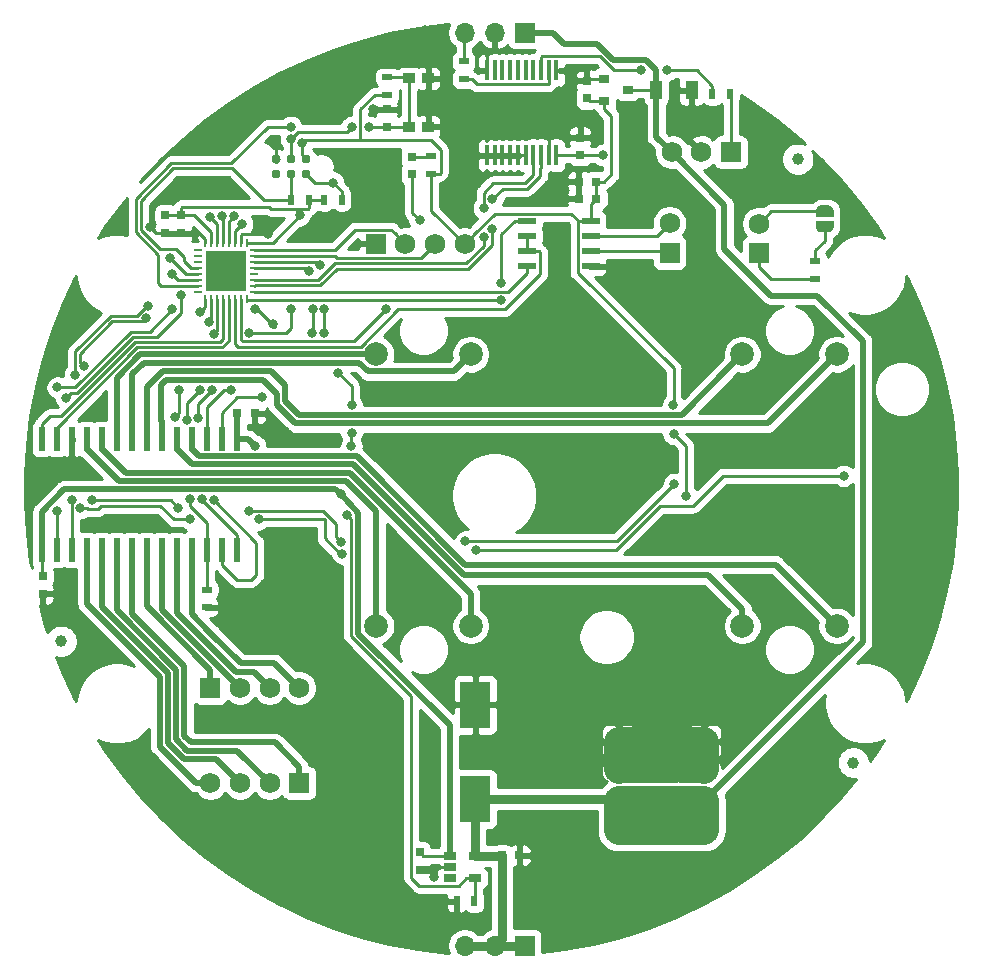
<source format=gbr>
G04 #@! TF.GenerationSoftware,KiCad,Pcbnew,(5.1.5)-3*
G04 #@! TF.CreationDate,2020-06-11T20:41:51+02:00*
G04 #@! TF.ProjectId,StepperClockK02,53746570-7065-4724-936c-6f636b4b3032,v1.0*
G04 #@! TF.SameCoordinates,Original*
G04 #@! TF.FileFunction,Copper,L1,Top*
G04 #@! TF.FilePolarity,Positive*
%FSLAX46Y46*%
G04 Gerber Fmt 4.6, Leading zero omitted, Abs format (unit mm)*
G04 Created by KiCad (PCBNEW (5.1.5)-3) date 2020-06-11 20:41:51*
%MOMM*%
%LPD*%
G04 APERTURE LIST*
%ADD10R,0.450000X1.750000*%
%ADD11R,1.000000X1.600000*%
%ADD12R,1.750000X1.750000*%
%ADD13C,1.750000*%
%ADD14R,0.800000X0.750000*%
%ADD15R,0.750000X0.800000*%
%ADD16R,0.600000X2.000000*%
%ADD17R,1.060000X0.650000*%
%ADD18R,0.900000X0.500000*%
%ADD19R,0.500000X0.900000*%
%ADD20R,2.500000X4.000000*%
%ADD21R,1.700000X1.700000*%
%ADD22O,1.700000X1.700000*%
%ADD23C,0.787400*%
%ADD24R,0.900000X0.800000*%
%ADD25R,1.550000X0.600000*%
%ADD26R,0.250000X0.700000*%
%ADD27R,0.700000X0.250000*%
%ADD28R,1.725000X1.725000*%
%ADD29C,2.000000*%
%ADD30R,1.000000X0.900000*%
%ADD31C,0.100000*%
%ADD32C,1.000000*%
%ADD33R,0.800000X0.800000*%
%ADD34C,0.800000*%
%ADD35C,2.000000*%
%ADD36C,2.500000*%
%ADD37C,0.250000*%
%ADD38C,0.750000*%
%ADD39C,0.500000*%
%ADD40C,0.254000*%
G04 APERTURE END LIST*
D10*
X106040800Y-107440740D03*
X105390800Y-107440740D03*
X104740800Y-107440740D03*
X104090800Y-107440740D03*
X103440800Y-107440740D03*
X102790800Y-107440740D03*
X102140800Y-107440740D03*
X101490800Y-107440740D03*
X100840800Y-107440740D03*
X100190800Y-107440740D03*
X100190800Y-114640740D03*
X100840800Y-114640740D03*
X101490800Y-114640740D03*
X102140800Y-114640740D03*
X102790800Y-114640740D03*
X103440800Y-114640740D03*
X104090800Y-114640740D03*
X104740800Y-114640740D03*
X105390800Y-114640740D03*
X106040800Y-114640740D03*
D11*
X114505800Y-109110740D03*
X117505800Y-109110740D03*
D12*
X120825800Y-114370740D03*
D13*
X118325800Y-114370740D03*
X115825800Y-114370740D03*
D14*
X102925800Y-173910740D03*
X101425800Y-173910740D03*
D15*
X94465800Y-175150740D03*
X94465800Y-173650740D03*
D16*
X79000800Y-138660740D03*
X77730800Y-138660740D03*
X76460800Y-138660740D03*
X75190800Y-138660740D03*
X73920800Y-138660740D03*
X72650800Y-138660740D03*
X71380800Y-138660740D03*
X70110800Y-138660740D03*
X68840800Y-138660740D03*
X67570800Y-138660740D03*
X66300800Y-138660740D03*
X65030800Y-138660740D03*
X63760800Y-138660740D03*
X62490800Y-138660740D03*
X62490800Y-148060740D03*
X63760800Y-148060740D03*
X65030800Y-148060740D03*
X66300800Y-148060740D03*
X67570800Y-148060740D03*
X68840800Y-148060740D03*
X70110800Y-148060740D03*
X71380800Y-148060740D03*
X72650800Y-148060740D03*
X73920800Y-148060740D03*
X75190800Y-148060740D03*
X76460800Y-148060740D03*
X77730800Y-148060740D03*
X79000800Y-148060740D03*
D17*
X97005800Y-173940740D03*
X97005800Y-174890740D03*
X97005800Y-175840740D03*
X99205800Y-175840740D03*
X99205800Y-173940740D03*
D18*
X98195800Y-106690740D03*
X98195800Y-108190740D03*
D19*
X99105800Y-177780740D03*
X97605800Y-177780740D03*
D12*
X84265800Y-167770740D03*
D13*
X81765800Y-167770740D03*
X79265800Y-167770740D03*
X76765800Y-167770740D03*
D12*
X90775800Y-122130740D03*
D13*
X93275800Y-122130740D03*
X95775800Y-122130740D03*
X98275800Y-122130740D03*
D12*
X76765800Y-159720740D03*
D13*
X79265800Y-159720740D03*
X81765800Y-159720740D03*
X84265800Y-159720740D03*
D20*
X99195800Y-169160740D03*
X99195800Y-161160740D03*
D19*
X120765800Y-109440740D03*
X119265800Y-109440740D03*
D21*
X103377800Y-181550740D03*
D22*
X100837800Y-181550740D03*
X98297800Y-181550740D03*
D23*
X84875800Y-114975740D03*
X84875800Y-116245740D03*
X83605800Y-114975740D03*
X83605800Y-116245740D03*
X82335800Y-114975740D03*
X82335800Y-116245740D03*
D12*
X115635800Y-122890740D03*
D13*
X115635800Y-120390740D03*
D12*
X111345800Y-164270740D03*
D13*
X111345800Y-166770740D03*
X111345800Y-169270740D03*
X111345800Y-171770740D03*
D12*
X123185800Y-122930740D03*
D13*
X123185800Y-120430740D03*
D12*
X118575800Y-164270740D03*
D13*
X118575800Y-166770740D03*
X118575800Y-169270740D03*
X118575800Y-171770740D03*
D15*
X108055800Y-113130740D03*
X108055800Y-114630740D03*
D21*
X103375800Y-104260740D03*
D22*
X100835800Y-104260740D03*
X98295800Y-104260740D03*
D24*
X110105800Y-108170740D03*
X110105800Y-110070740D03*
X112105800Y-109120740D03*
D25*
X103565800Y-120205740D03*
X103565800Y-121475740D03*
X103565800Y-122745740D03*
X103565800Y-124015740D03*
X108965800Y-124015740D03*
X108965800Y-122745740D03*
X108965800Y-121475740D03*
X108965800Y-120205740D03*
D26*
X79825800Y-122020740D03*
X79325800Y-122020740D03*
X78825800Y-122020740D03*
X78325800Y-122020740D03*
X77825800Y-122020740D03*
X77325800Y-122020740D03*
X76825800Y-122020740D03*
X76325800Y-122020740D03*
D27*
X75675800Y-122670740D03*
X75675800Y-123170740D03*
X75675800Y-123670740D03*
X75675800Y-124170740D03*
X75675800Y-124670740D03*
X75675800Y-125170740D03*
X75675800Y-125670740D03*
X75675800Y-126170740D03*
D26*
X76325800Y-126820740D03*
X76825800Y-126820740D03*
X77325800Y-126820740D03*
X77825800Y-126820740D03*
X78325800Y-126820740D03*
X78825800Y-126820740D03*
X79325800Y-126820740D03*
X79825800Y-126820740D03*
D27*
X80475800Y-126170740D03*
X80475800Y-125670740D03*
X80475800Y-125170740D03*
X80475800Y-124670740D03*
X80475800Y-124170740D03*
X80475800Y-123670740D03*
X80475800Y-123170740D03*
X80475800Y-122670740D03*
D28*
X77213300Y-125283240D03*
X78938300Y-125283240D03*
X77213300Y-123558240D03*
X78938300Y-123558240D03*
D29*
X129795800Y-154480740D03*
X129795800Y-131480740D03*
X121795800Y-154480740D03*
X121795800Y-131480740D03*
X98795800Y-154480740D03*
X98795800Y-131480740D03*
X90795800Y-154480740D03*
X90795800Y-131480740D03*
D30*
X95185800Y-108130740D03*
X93585800Y-108130740D03*
X95185800Y-112230740D03*
X93585800Y-112230740D03*
D18*
X95475800Y-116190740D03*
X95475800Y-114690740D03*
D19*
X85115800Y-118400740D03*
X83615800Y-118400740D03*
X86395800Y-118400740D03*
X87895800Y-118400740D03*
D18*
X91725800Y-109520740D03*
X91725800Y-108020740D03*
X127965800Y-125070740D03*
X127965800Y-123570740D03*
X76445800Y-151400740D03*
X76445800Y-152900740D03*
G04 #@! TA.AperFunction,SMDPad,CuDef*
D31*
G36*
X129525198Y-120660740D02*
G01*
X129525198Y-120685274D01*
X129520388Y-120734105D01*
X129510816Y-120782230D01*
X129496572Y-120829185D01*
X129477795Y-120874518D01*
X129454664Y-120917791D01*
X129427404Y-120958590D01*
X129396276Y-120996519D01*
X129361579Y-121031216D01*
X129323650Y-121062344D01*
X129282851Y-121089604D01*
X129239578Y-121112735D01*
X129194245Y-121131512D01*
X129147290Y-121145756D01*
X129099165Y-121155328D01*
X129050334Y-121160138D01*
X129025800Y-121160138D01*
X129025800Y-121160740D01*
X128525800Y-121160740D01*
X128525800Y-121160138D01*
X128501266Y-121160138D01*
X128452435Y-121155328D01*
X128404310Y-121145756D01*
X128357355Y-121131512D01*
X128312022Y-121112735D01*
X128268749Y-121089604D01*
X128227950Y-121062344D01*
X128190021Y-121031216D01*
X128155324Y-120996519D01*
X128124196Y-120958590D01*
X128096936Y-120917791D01*
X128073805Y-120874518D01*
X128055028Y-120829185D01*
X128040784Y-120782230D01*
X128031212Y-120734105D01*
X128026402Y-120685274D01*
X128026402Y-120660740D01*
X128025800Y-120660740D01*
X128025800Y-120160740D01*
X129525800Y-120160740D01*
X129525800Y-120660740D01*
X129525198Y-120660740D01*
G37*
G04 #@! TD.AperFunction*
G04 #@! TA.AperFunction,SMDPad,CuDef*
G36*
X128025800Y-119860740D02*
G01*
X128025800Y-119360740D01*
X128026402Y-119360740D01*
X128026402Y-119336206D01*
X128031212Y-119287375D01*
X128040784Y-119239250D01*
X128055028Y-119192295D01*
X128073805Y-119146962D01*
X128096936Y-119103689D01*
X128124196Y-119062890D01*
X128155324Y-119024961D01*
X128190021Y-118990264D01*
X128227950Y-118959136D01*
X128268749Y-118931876D01*
X128312022Y-118908745D01*
X128357355Y-118889968D01*
X128404310Y-118875724D01*
X128452435Y-118866152D01*
X128501266Y-118861342D01*
X128525800Y-118861342D01*
X128525800Y-118860740D01*
X129025800Y-118860740D01*
X129025800Y-118861342D01*
X129050334Y-118861342D01*
X129099165Y-118866152D01*
X129147290Y-118875724D01*
X129194245Y-118889968D01*
X129239578Y-118908745D01*
X129282851Y-118931876D01*
X129323650Y-118959136D01*
X129361579Y-118990264D01*
X129396276Y-119024961D01*
X129427404Y-119062890D01*
X129454664Y-119103689D01*
X129477795Y-119146962D01*
X129496572Y-119192295D01*
X129510816Y-119239250D01*
X129520388Y-119287375D01*
X129525198Y-119336206D01*
X129525198Y-119360740D01*
X129525800Y-119360740D01*
X129525800Y-119860740D01*
X128025800Y-119860740D01*
G37*
G04 #@! TD.AperFunction*
D32*
X126505800Y-114950740D03*
X64115800Y-155780740D03*
X131185800Y-166050740D03*
D33*
X93825800Y-114740740D03*
X93825800Y-116240740D03*
D15*
X74285800Y-121220740D03*
X74285800Y-119720740D03*
X72955800Y-119720740D03*
X72955800Y-121220740D03*
X108625800Y-108320740D03*
X108625800Y-109820740D03*
D14*
X107945800Y-118310740D03*
X109445800Y-118310740D03*
X107945800Y-116860740D03*
X109445800Y-116860740D03*
D15*
X62555800Y-151750740D03*
X62555800Y-150250740D03*
X91685800Y-110740740D03*
X91685800Y-112240740D03*
D14*
X80535800Y-136470740D03*
X79035800Y-136470740D03*
D34*
X101985800Y-130350740D03*
X113725800Y-164270740D03*
X115775800Y-164270740D03*
X113634977Y-166299917D03*
X115955800Y-166250740D03*
X136055800Y-155610740D03*
X138435800Y-142660740D03*
X135465800Y-129450740D03*
X94935800Y-104060740D03*
X130525800Y-147290740D03*
X129855800Y-137090740D03*
X123205800Y-135110740D03*
X115745800Y-129540740D03*
X105905800Y-174330740D03*
X92575800Y-177440740D03*
X75115800Y-113740740D03*
X82315800Y-113840740D03*
X66125800Y-157070740D03*
X105845800Y-118070740D03*
X86155800Y-138730740D03*
X75805800Y-116950740D03*
X64705800Y-129160740D03*
X95665800Y-175730740D03*
X90535800Y-110730740D03*
X90445800Y-116520740D03*
X108005800Y-142000740D03*
X130515800Y-118480740D03*
X68775800Y-120330740D03*
X95685800Y-166230740D03*
X70205800Y-145690740D03*
X77645800Y-173380740D03*
X82645800Y-176480740D03*
X88715800Y-179330740D03*
X95205800Y-180940740D03*
X107055800Y-181000740D03*
X113365800Y-179160740D03*
X119735800Y-175940740D03*
X125395800Y-172010740D03*
X129385800Y-168200740D03*
X137545800Y-151770740D03*
X138735800Y-146290740D03*
X137605800Y-136510740D03*
X124145800Y-112410740D03*
X90445800Y-105380740D03*
X85565800Y-107170740D03*
X79015800Y-110620740D03*
X62345800Y-141580740D03*
X108905800Y-132240740D03*
X92885800Y-140270740D03*
X104315800Y-155460740D03*
X116825800Y-155760740D03*
X123375800Y-147060740D03*
X120875800Y-139440740D03*
X123665800Y-143070740D03*
X102775800Y-164330740D03*
X90085800Y-169090740D03*
X90385800Y-160990740D03*
X80625800Y-153850740D03*
X70315800Y-167070740D03*
X113195800Y-159920740D03*
X124145800Y-152060740D03*
X97825800Y-134680740D03*
X114615800Y-147900740D03*
X103225800Y-110940740D03*
X71607165Y-120687387D03*
X81675800Y-121295740D03*
X109135800Y-164130740D03*
X109075800Y-166480740D03*
X108975800Y-171930740D03*
X120605800Y-173230740D03*
X119665800Y-162430740D03*
X109115800Y-160050740D03*
X120835800Y-160150740D03*
X116075800Y-159980740D03*
X108905800Y-176100740D03*
X114465800Y-176620740D03*
X103185800Y-167040740D03*
X67195800Y-136010740D03*
X62185800Y-135310740D03*
X113595800Y-169520740D03*
X113535800Y-171720740D03*
X116295800Y-169490740D03*
X116115800Y-171720740D03*
X109980800Y-114630740D03*
X78745236Y-119745740D03*
X74135800Y-134490750D03*
X73800380Y-136805253D03*
X77046202Y-143830837D03*
X76035800Y-143760781D03*
X75735800Y-136840740D03*
X76895800Y-134490750D03*
X80532525Y-127620740D03*
X82044729Y-128945740D03*
X79455376Y-120457464D03*
X63805800Y-144790740D03*
X63805800Y-134290740D03*
X73530800Y-127688087D03*
X77745233Y-119745740D03*
X65005800Y-143800740D03*
X64530800Y-135143343D03*
X74255800Y-126470740D03*
X76755800Y-119890740D03*
X83567301Y-112233934D03*
X87144499Y-116949439D03*
X77100800Y-129730720D03*
X90215800Y-112250740D03*
X88710800Y-112250740D03*
X83585800Y-113240740D03*
X83595800Y-127620740D03*
X80050800Y-129669729D03*
X91627646Y-127662586D03*
X94475800Y-120130740D03*
X115955800Y-135770741D03*
X115985800Y-138220740D03*
X117015800Y-143440740D03*
X84310800Y-119730740D03*
X84505981Y-113632235D03*
X66021939Y-132495120D03*
X73541442Y-124666382D03*
X71337405Y-128447442D03*
X66755800Y-143860740D03*
X116035800Y-142470740D03*
X98355800Y-147320740D03*
X87805800Y-147360740D03*
X80055800Y-144740740D03*
X74025800Y-144500740D03*
X130375800Y-141770740D03*
X73315800Y-123301034D03*
X71500999Y-127418743D03*
X65296939Y-133261879D03*
X65755800Y-144502430D03*
X75070283Y-145465740D03*
X80845800Y-145465740D03*
X87930800Y-148352898D03*
X99265800Y-148045740D03*
X99898065Y-121533780D03*
X99915800Y-119120740D03*
X80545800Y-139260741D03*
X87845800Y-143350740D03*
X76600800Y-128785917D03*
X75859941Y-134501303D03*
X74763480Y-137074402D03*
X75035797Y-143760781D03*
X88323271Y-145105364D03*
X88696241Y-139260741D03*
X88715800Y-138170751D03*
X88715800Y-135770741D03*
X87565800Y-133030750D03*
X75885800Y-127940740D03*
X101405800Y-125445740D03*
X101405800Y-126895740D03*
X85415797Y-127620740D03*
X85395797Y-129669729D03*
X78495800Y-134490750D03*
X85135800Y-124395740D03*
X81125800Y-135120740D03*
X86395800Y-129669729D03*
X86415800Y-127620740D03*
X86001826Y-123895740D03*
X100629591Y-120851964D03*
X100640800Y-118351177D03*
X113204759Y-107410740D03*
X115395800Y-107430740D03*
D35*
X111345800Y-164270740D02*
X113725800Y-164270740D01*
X116075800Y-166770740D02*
X118575800Y-164270740D01*
X111345800Y-166770740D02*
X116075800Y-166770740D01*
X118575800Y-166770740D02*
X116655800Y-166770740D01*
X116655800Y-166770740D02*
X115995800Y-166110740D01*
X114220800Y-164270740D02*
X111345800Y-164270740D01*
X115365800Y-165415740D02*
X114220800Y-164270740D01*
X115365800Y-165480740D02*
X115365800Y-165415740D01*
X111345800Y-164270740D02*
X111905800Y-164270740D01*
X113535800Y-165900740D02*
X115575800Y-165900740D01*
X111905800Y-164270740D02*
X113535800Y-165900740D01*
X111345800Y-166770740D02*
X113634977Y-166299917D01*
X115575800Y-165900740D02*
X118575800Y-166770740D01*
X113725800Y-164270740D02*
X115775800Y-164270740D01*
X115775800Y-164270740D02*
X118575800Y-164270740D01*
X113634977Y-166299917D02*
X115575800Y-165900740D01*
X115995800Y-166110740D02*
X115365800Y-165480740D01*
D36*
X118575800Y-164270740D02*
X111905800Y-164270740D01*
X111345800Y-164270740D02*
X111345800Y-166570730D01*
X118575800Y-164270740D02*
X118575800Y-166570730D01*
D37*
X94725800Y-174890740D02*
X94465800Y-175150740D01*
X97005800Y-174890740D02*
X94725800Y-174890740D01*
X100190800Y-106315740D02*
X100190800Y-107440740D01*
X100190800Y-106107821D02*
X100190800Y-106315740D01*
X100835800Y-105462821D02*
X100190800Y-106107821D01*
X100835800Y-104260740D02*
X100835800Y-105462821D01*
X82305800Y-113850740D02*
X82315800Y-113840740D01*
X76325800Y-122020740D02*
X76325800Y-121720740D01*
X76325800Y-121720740D02*
X75825800Y-121220740D01*
X91685800Y-110740740D02*
X90545800Y-110740740D01*
X90545800Y-110740740D02*
X90535800Y-110730740D01*
X105390800Y-113105740D02*
X103225800Y-110940740D01*
X105390800Y-114640740D02*
X105390800Y-113105740D01*
X102790800Y-114640740D02*
X103440800Y-114640740D01*
X108625800Y-107670740D02*
X108355800Y-107400740D01*
X108625800Y-108320740D02*
X108625800Y-107670740D01*
X106515800Y-107440740D02*
X106040800Y-107440740D01*
X108315800Y-107440740D02*
X106515800Y-107440740D01*
X108355800Y-107400740D02*
X108315800Y-107440740D01*
X108775800Y-108170740D02*
X108625800Y-108320740D01*
X110105800Y-108170740D02*
X108775800Y-108170740D01*
X82315800Y-114955740D02*
X82335800Y-114975740D01*
X82315800Y-113840740D02*
X82315800Y-114955740D01*
X75825800Y-121220740D02*
X74285800Y-121220740D01*
X74285800Y-121220740D02*
X72955800Y-121220740D01*
X72955800Y-121220740D02*
X72140518Y-121220740D01*
X72140518Y-121220740D02*
X71607165Y-120687387D01*
X79325800Y-122020740D02*
X79325800Y-121420740D01*
X79450800Y-121295740D02*
X81675800Y-121295740D01*
X79325800Y-121420740D02*
X79450800Y-121295740D01*
D36*
X111345800Y-171770740D02*
X118575800Y-171770740D01*
X111345800Y-169270740D02*
X118575800Y-169270740D01*
X111345800Y-169270740D02*
X111345800Y-171770740D01*
X118575800Y-169270740D02*
X118575800Y-171770740D01*
D38*
X99195800Y-169160740D02*
X99195800Y-171910740D01*
X111235800Y-169160740D02*
X111345800Y-169270740D01*
X99195800Y-169160740D02*
X111235800Y-169160740D01*
X98297800Y-181550740D02*
X103377800Y-181550740D01*
X99205800Y-171920740D02*
X99205800Y-173940740D01*
X99195800Y-171910740D02*
X99205800Y-171920740D01*
X101395800Y-173940740D02*
X101425800Y-173910740D01*
X99205800Y-173940740D02*
X101395800Y-173940740D01*
X101425800Y-180962740D02*
X100837800Y-181550740D01*
X101425800Y-173910740D02*
X101425800Y-180962740D01*
D37*
X114465800Y-109150740D02*
X114505800Y-109110740D01*
D39*
X114505800Y-113050740D02*
X115825800Y-114370740D01*
X114505800Y-109110740D02*
X114505800Y-113050740D01*
X105735800Y-104260740D02*
X103375800Y-104260740D01*
X106695800Y-105220740D02*
X105735800Y-104260740D01*
X110865800Y-106560740D02*
X109525800Y-105220740D01*
X114505800Y-107420740D02*
X113645800Y-106560740D01*
X114505800Y-109110740D02*
X114505800Y-107420740D01*
X113645800Y-106560740D02*
X110865800Y-106560740D01*
X109525800Y-105220740D02*
X106695800Y-105220740D01*
D37*
X108045800Y-114640740D02*
X108055800Y-114630740D01*
X106040800Y-114640740D02*
X108045800Y-114640740D01*
X108055800Y-114630740D02*
X109980800Y-114630740D01*
D39*
X120275810Y-118820750D02*
X115825800Y-114370740D01*
X124215798Y-126520740D02*
X128145800Y-126520740D01*
X120275810Y-118820750D02*
X120275810Y-122580752D01*
X120275810Y-122580752D02*
X124215798Y-126520740D01*
X128145800Y-126520740D02*
X132015800Y-130390740D01*
X132015800Y-155830740D02*
X118575800Y-169270740D01*
X132015800Y-130390740D02*
X132015800Y-155830740D01*
D37*
X112115800Y-109110740D02*
X112105800Y-109120740D01*
X114505800Y-109110740D02*
X112115800Y-109110740D01*
D39*
X66300800Y-139500742D02*
X69010829Y-142210771D01*
X66300800Y-138660740D02*
X66300800Y-139500742D01*
X69010829Y-142210771D02*
X88275943Y-142210771D01*
X90795800Y-144730628D02*
X90795800Y-154480740D01*
X88275943Y-142210771D02*
X90795800Y-144730628D01*
X67570800Y-139500742D02*
X69580819Y-141510761D01*
X67570800Y-138660740D02*
X67570800Y-139500742D01*
X69580819Y-141510761D02*
X88565895Y-141510761D01*
X98795800Y-151740666D02*
X98795800Y-154480740D01*
X88565895Y-141510761D02*
X98795800Y-151740666D01*
X70110800Y-138660740D02*
X70110800Y-133185702D01*
X70110800Y-133185702D02*
X71115752Y-132180750D01*
X97795801Y-132480739D02*
X98795800Y-131480740D01*
X97345799Y-132930741D02*
X97795801Y-132480739D01*
X90099799Y-132930741D02*
X97345799Y-132930741D01*
X89349808Y-132180750D02*
X90099799Y-132930741D01*
X71115752Y-132180750D02*
X89349808Y-132180750D01*
X68840800Y-137160740D02*
X68845800Y-137155740D01*
X68840800Y-138660740D02*
X68840800Y-137160740D01*
X68845800Y-137155740D02*
X68845800Y-133460740D01*
X70825800Y-131480740D02*
X90795800Y-131480740D01*
X68845800Y-133460740D02*
X70825800Y-131480740D01*
D37*
X78745236Y-119818739D02*
X78745236Y-119745740D01*
X78325800Y-122020740D02*
X78325800Y-120238175D01*
X78325800Y-120238175D02*
X78745236Y-119818739D01*
X74135800Y-134490750D02*
X74135800Y-136469833D01*
X74135800Y-136469833D02*
X73800380Y-136805253D01*
X77730800Y-149310740D02*
X78995800Y-150575740D01*
X77730800Y-148060740D02*
X77730800Y-149310740D01*
X78995800Y-150575740D02*
X80220800Y-150575740D01*
X80220800Y-150575740D02*
X80655800Y-150140740D01*
X80655800Y-150140740D02*
X80655800Y-147440435D01*
X80655800Y-147440435D02*
X77046202Y-143830837D01*
X76035800Y-143845740D02*
X76035800Y-143760781D01*
X79000800Y-148060740D02*
X79000800Y-146810740D01*
X79000800Y-146810740D02*
X76035800Y-143845740D01*
X75735800Y-136840740D02*
X75735800Y-135650750D01*
X75735800Y-135650750D02*
X76895800Y-134490750D01*
X78825800Y-121087040D02*
X78825800Y-122020740D01*
X80532525Y-127620740D02*
X80665800Y-127620740D01*
X80665800Y-127620740D02*
X82235800Y-129190740D01*
X78825800Y-121087040D02*
X79455376Y-120457464D01*
X63760800Y-148060740D02*
X63760800Y-144835740D01*
X63760800Y-144835740D02*
X63805800Y-144790740D01*
X64381485Y-134280740D02*
X65303384Y-134280740D01*
X63805800Y-134290740D02*
X64371485Y-134290740D01*
X64371485Y-134290740D02*
X64381485Y-134280740D01*
X65303384Y-134280740D02*
X70028424Y-129555700D01*
X70028424Y-129555700D02*
X71663187Y-129555700D01*
X71663187Y-129555700D02*
X73530800Y-127688087D01*
X77825800Y-119826307D02*
X77825800Y-122020740D01*
X77745233Y-119745740D02*
X77825800Y-119826307D01*
X65030800Y-148060740D02*
X65030800Y-143825740D01*
X65030800Y-143825740D02*
X65005800Y-143800740D01*
X64930799Y-134743344D02*
X65477190Y-134743344D01*
X64530800Y-135143343D02*
X64930799Y-134743344D01*
X65477190Y-134743344D02*
X70214824Y-130005710D01*
X70214824Y-130005710D02*
X72260830Y-130005710D01*
X72260830Y-130005710D02*
X74255800Y-128010740D01*
X74255800Y-128010740D02*
X74255800Y-126470740D01*
X77325800Y-120460740D02*
X77325800Y-122020740D01*
X76755800Y-119890740D02*
X77325800Y-120460740D01*
X87895800Y-117700740D02*
X87895800Y-118400740D01*
X87144499Y-116949439D02*
X87895800Y-117700740D01*
X85579499Y-116949439D02*
X87144499Y-116949439D01*
X84875800Y-116245740D02*
X85579499Y-116949439D01*
X81612606Y-112233934D02*
X82292606Y-112233934D01*
X78548055Y-115298485D02*
X81612606Y-112233934D01*
X70428802Y-118317738D02*
X73448055Y-115298485D01*
X72595800Y-125670740D02*
X72340801Y-125415741D01*
X75675800Y-125670740D02*
X72595800Y-125670740D01*
X82292606Y-112233934D02*
X83567301Y-112233934D01*
X72340801Y-123082739D02*
X70428802Y-121170740D01*
X73448055Y-115298485D02*
X78548055Y-115298485D01*
X72340801Y-125415741D02*
X72340801Y-123082739D01*
X70428802Y-121170740D02*
X70428802Y-118317738D01*
X83575800Y-118360740D02*
X83615800Y-118400740D01*
X74515800Y-123570742D02*
X75115798Y-124170740D01*
X78623555Y-115748495D02*
X73634455Y-115748495D01*
X79155800Y-116270786D02*
X79145846Y-116270786D01*
X79145846Y-116270786D02*
X78623555Y-115748495D01*
X72470506Y-122576034D02*
X73881094Y-122576034D01*
X83615800Y-118400740D02*
X81285754Y-118400740D01*
X73634455Y-115748495D02*
X70878812Y-118504138D01*
X70878812Y-118504138D02*
X70878812Y-120984340D01*
X81285754Y-118400740D02*
X79155800Y-116270786D01*
X70878812Y-120984340D02*
X72470506Y-122576034D01*
X75115798Y-124170740D02*
X75675800Y-124170740D01*
X73881094Y-122576034D02*
X74515800Y-123210740D01*
X74515800Y-123210740D02*
X74515800Y-123570742D01*
X83615800Y-116255740D02*
X83605800Y-116245740D01*
X83615800Y-118400740D02*
X83615800Y-116255740D01*
X93475800Y-108020740D02*
X93585800Y-108130740D01*
X91725800Y-108020740D02*
X93475800Y-108020740D01*
X93585800Y-108130740D02*
X93585800Y-112230740D01*
X91695800Y-112230740D02*
X91685800Y-112240740D01*
X93585800Y-112230740D02*
X91695800Y-112230740D01*
X77325800Y-126820740D02*
X77325800Y-127794014D01*
X77325800Y-127794014D02*
X77325800Y-129505720D01*
X77325800Y-129505720D02*
X77100800Y-129730720D01*
X91685800Y-112240740D02*
X90225800Y-112240740D01*
X90225800Y-112240740D02*
X90215800Y-112250740D01*
X88710800Y-112250740D02*
X88310801Y-112650739D01*
X88310801Y-112650739D02*
X84175801Y-112650739D01*
X84175801Y-112650739D02*
X83585800Y-113240740D01*
X83195800Y-129670740D02*
X83595800Y-129270740D01*
X83595800Y-129270740D02*
X83595800Y-127620740D01*
X80617496Y-129670740D02*
X83195800Y-129670740D01*
X80616485Y-129669729D02*
X80617496Y-129670740D01*
X80050800Y-129669729D02*
X80616485Y-129669729D01*
X83585800Y-114955740D02*
X83605800Y-114975740D01*
X83585800Y-113240740D02*
X83585800Y-114955740D01*
D39*
X71380800Y-137160740D02*
X71395800Y-137145740D01*
X71380800Y-138660740D02*
X71380800Y-137160740D01*
X71395800Y-134290740D02*
X72745800Y-132940740D01*
X71395800Y-137145740D02*
X71395800Y-134290740D01*
X72745800Y-132940740D02*
X81925800Y-132940740D01*
X116655799Y-136620741D02*
X120795801Y-132480739D01*
X84249800Y-136620741D02*
X116655799Y-136620741D01*
X120795801Y-132480739D02*
X121795800Y-131480740D01*
X83105799Y-135476741D02*
X84249800Y-136620741D01*
X83105799Y-134120739D02*
X83105799Y-135476741D01*
X81925800Y-132940740D02*
X83105799Y-134120739D01*
X72585800Y-137095740D02*
X72585800Y-134090702D01*
X72650800Y-138660740D02*
X72650800Y-137160740D01*
X72650800Y-137160740D02*
X72585800Y-137095740D01*
X72585800Y-134090702D02*
X73035752Y-133640750D01*
X73035752Y-133640750D02*
X81235810Y-133640750D01*
X82405789Y-135766694D02*
X83959847Y-137320751D01*
X81235810Y-133640750D02*
X82405789Y-134810729D01*
X82405789Y-134810729D02*
X82405789Y-135766694D01*
X123955789Y-137320751D02*
X129795800Y-131480740D01*
X83959847Y-137320751D02*
X123955789Y-137320751D01*
X75800799Y-140110741D02*
X89145799Y-140110741D01*
X75190800Y-138660740D02*
X75190800Y-139500742D01*
X75190800Y-139500742D02*
X75800799Y-140110741D01*
X124615801Y-149300741D02*
X128795801Y-153480741D01*
X98335799Y-149300741D02*
X124615801Y-149300741D01*
X128795801Y-153480741D02*
X129795800Y-154480740D01*
X89145799Y-140110741D02*
X98335799Y-149300741D01*
X118930012Y-150200739D02*
X121795800Y-153066527D01*
X121795800Y-153066527D02*
X121795800Y-154480740D01*
X73920800Y-139500742D02*
X75230809Y-140810751D01*
X75230809Y-140810751D02*
X88855847Y-140810751D01*
X73920800Y-138660740D02*
X73920800Y-139500742D01*
X88855847Y-140810751D02*
X98245835Y-150200739D01*
X98245835Y-150200739D02*
X118930012Y-150200739D01*
D37*
X95425800Y-114740740D02*
X95475800Y-114690740D01*
X93825800Y-114740740D02*
X95425800Y-114740740D01*
X79325800Y-126820740D02*
X79325800Y-130234729D01*
X79325800Y-130234729D02*
X79485800Y-130394729D01*
X79485800Y-130394729D02*
X88895503Y-130394729D01*
X88895503Y-130394729D02*
X91627646Y-127662586D01*
X93825800Y-119480740D02*
X93825800Y-116240740D01*
X94475800Y-120130740D02*
X93825800Y-119480740D01*
X108965800Y-118790740D02*
X109445800Y-118310740D01*
X108965800Y-120205740D02*
X108965800Y-118790740D01*
X109445800Y-118310740D02*
X109445800Y-116860740D01*
X107865799Y-124575741D02*
X115970798Y-132680740D01*
X107865799Y-120280741D02*
X107865799Y-124575741D01*
X107940800Y-120205740D02*
X107865799Y-120280741D01*
X95475800Y-119330740D02*
X95475800Y-116190740D01*
X98275800Y-122130740D02*
X95475800Y-119330740D01*
X99150799Y-121255741D02*
X98275800Y-122130740D01*
X107315799Y-119580739D02*
X100825801Y-119580739D01*
X107940800Y-120205740D02*
X107315799Y-119580739D01*
X100825801Y-119580739D02*
X99150799Y-121255741D01*
X108965800Y-120205740D02*
X107940800Y-120205740D01*
X115970798Y-132680740D02*
X115970798Y-135755743D01*
X115970798Y-135755743D02*
X115955800Y-135770741D01*
X115985800Y-138220740D02*
X117015800Y-139250740D01*
X117015800Y-139250740D02*
X117015800Y-143440740D01*
X96250801Y-114180739D02*
X96250801Y-116115739D01*
X96175800Y-116190740D02*
X95475800Y-116190740D01*
X95410802Y-113340740D02*
X96250801Y-114180739D01*
X96250801Y-116115739D02*
X96175800Y-116190740D01*
X89435800Y-113340740D02*
X95410802Y-113340740D01*
X86234025Y-113340740D02*
X89435800Y-113340740D01*
X76825800Y-121145740D02*
X75400800Y-119720740D01*
X76825800Y-122020740D02*
X76825800Y-121145740D01*
X85115800Y-118400740D02*
X86395800Y-118400740D01*
X85115800Y-119100740D02*
X85115800Y-118400740D01*
X85040799Y-119175741D02*
X85115800Y-119100740D01*
X84110801Y-119175741D02*
X84110801Y-119530741D01*
X84110801Y-119530741D02*
X84310800Y-119730740D01*
X84110801Y-119175741D02*
X85040799Y-119175741D01*
X91025800Y-109520740D02*
X91725800Y-109520740D01*
X90672798Y-109520740D02*
X91025800Y-109520740D01*
X89435800Y-110757738D02*
X90672798Y-109520740D01*
X89435800Y-113340740D02*
X89435800Y-110757738D01*
X108875800Y-110070740D02*
X108625800Y-109820740D01*
X110105800Y-110070740D02*
X108875800Y-110070740D01*
X110095800Y-116860740D02*
X109445800Y-116860740D01*
X110705801Y-111320741D02*
X110705801Y-116250739D01*
X110105800Y-110720740D02*
X110705801Y-111320741D01*
X110705801Y-116250739D02*
X110095800Y-116860740D01*
X110105800Y-110070740D02*
X110105800Y-110720740D01*
X84505981Y-114605921D02*
X84875800Y-114975740D01*
X84505981Y-113632235D02*
X84505981Y-114605921D01*
X84505981Y-113632235D02*
X84505981Y-113480559D01*
X84645800Y-113340740D02*
X86234025Y-113340740D01*
X84505981Y-113480559D02*
X84645800Y-113340740D01*
X72955800Y-119720740D02*
X74285800Y-119720740D01*
X81900801Y-119175741D02*
X84110801Y-119175741D01*
X81745800Y-119020740D02*
X81900801Y-119175741D01*
X74335800Y-119020740D02*
X81745800Y-119020740D01*
X74285800Y-119070740D02*
X74335800Y-119020740D01*
X74285800Y-119720740D02*
X74285800Y-119070740D01*
X74285800Y-119720740D02*
X75400800Y-119720740D01*
X82020800Y-122020740D02*
X84310800Y-119730740D01*
X79825800Y-122020740D02*
X82020800Y-122020740D01*
X65746949Y-131426001D02*
X65746949Y-132220130D01*
X65746949Y-132220130D02*
X66021939Y-132495120D01*
X74045800Y-125170740D02*
X73541442Y-124666382D01*
X68472210Y-128700740D02*
X65746949Y-131426001D01*
X71084107Y-128700740D02*
X68472210Y-128700740D01*
X71337405Y-128447442D02*
X71084107Y-128700740D01*
X75675800Y-125170740D02*
X74045800Y-125170740D01*
X116035800Y-142470740D02*
X111185800Y-147320740D01*
X111185800Y-147320740D02*
X98355800Y-147320740D01*
X87405801Y-146960741D02*
X87405801Y-145810741D01*
X87805800Y-147360740D02*
X87405801Y-146960741D01*
X87405801Y-145810741D02*
X86335800Y-144740740D01*
X86335800Y-144740740D02*
X80055800Y-144740740D01*
X67321485Y-143860740D02*
X66755800Y-143860740D01*
X73385800Y-143860740D02*
X67321485Y-143860740D01*
X74025800Y-144500740D02*
X73385800Y-143860740D01*
X75675800Y-124670740D02*
X74685506Y-124670740D01*
X74685506Y-124670740D02*
X73315800Y-123301034D01*
X71500999Y-127418743D02*
X71442996Y-127360740D01*
X71398802Y-127360740D02*
X70533801Y-128225741D01*
X71442996Y-127360740D02*
X71398802Y-127360740D01*
X70533801Y-128225741D02*
X68310799Y-128225741D01*
X68310799Y-128225741D02*
X65296939Y-131239601D01*
X65296939Y-131239601D02*
X65296939Y-133261879D01*
X67250799Y-144585741D02*
X67525790Y-144310750D01*
X65755800Y-144502430D02*
X66321485Y-144502430D01*
X66404796Y-144585741D02*
X67250799Y-144585741D01*
X66321485Y-144502430D02*
X66404796Y-144585741D01*
X67525790Y-144310750D02*
X72525810Y-144310750D01*
X72525810Y-144310750D02*
X73680800Y-145465740D01*
X73680800Y-145465740D02*
X75070283Y-145465740D01*
X80845800Y-145465740D02*
X86424390Y-145465740D01*
X86424390Y-145465740D02*
X86424390Y-147052332D01*
X87724956Y-148352898D02*
X87930800Y-148352898D01*
X86424390Y-147052332D02*
X87724956Y-148352898D01*
X130375800Y-141770740D02*
X120155800Y-141770740D01*
X120155800Y-141770740D02*
X117635800Y-144290740D01*
X117635800Y-144290740D02*
X114852210Y-144290740D01*
X114852210Y-144290740D02*
X111097210Y-148045740D01*
X111097210Y-148045740D02*
X99265800Y-148045740D01*
X128775800Y-120660740D02*
X128775800Y-121880740D01*
X127965800Y-122690740D02*
X127965800Y-123570740D01*
X128775800Y-121880740D02*
X127965800Y-122690740D01*
X124200800Y-125070740D02*
X127965800Y-125070740D01*
X123185800Y-122930740D02*
X123185800Y-124055740D01*
X123185800Y-124055740D02*
X124200800Y-125070740D01*
X115490800Y-122745740D02*
X115635800Y-122890740D01*
X108965800Y-122745740D02*
X115490800Y-122745740D01*
X114550800Y-121475740D02*
X115635800Y-120390740D01*
X108965800Y-121475740D02*
X114550800Y-121475740D01*
X124255800Y-119360740D02*
X128775800Y-119360740D01*
X123185800Y-120430740D02*
X124255800Y-119360740D01*
X80475800Y-125170740D02*
X85895800Y-125170740D01*
X85895800Y-125170740D02*
X87285789Y-123780751D01*
X87285789Y-123780751D02*
X93995800Y-123780751D01*
X99898065Y-122284477D02*
X99898065Y-121533780D01*
X93995800Y-123780751D02*
X98401791Y-123780751D01*
X98401791Y-123780751D02*
X99898065Y-122284477D01*
X99915800Y-119120740D02*
X99915800Y-117800740D01*
X99915800Y-117800740D02*
X100695800Y-117020740D01*
X104090800Y-116335740D02*
X104090800Y-115765740D01*
X103405800Y-117020740D02*
X104090800Y-116335740D01*
X104090800Y-115765740D02*
X104090800Y-114640740D01*
X100695800Y-117020740D02*
X103405800Y-117020740D01*
X94755800Y-173940740D02*
X94465800Y-173650740D01*
X97005800Y-173940740D02*
X94755800Y-173940740D01*
X62490800Y-150185740D02*
X62555800Y-150250740D01*
X62490800Y-148060740D02*
X62490800Y-150185740D01*
D39*
X79035800Y-138625740D02*
X79000800Y-138660740D01*
X79035800Y-136470740D02*
X79035800Y-138625740D01*
X89295800Y-155126742D02*
X97005800Y-162836742D01*
X97005800Y-162836742D02*
X97005800Y-173940740D01*
X89295800Y-144900740D02*
X89295800Y-155126742D01*
X79000800Y-138660740D02*
X79945799Y-138660740D01*
X79945799Y-138660740D02*
X80545800Y-139260741D01*
X87845800Y-143350740D02*
X89295800Y-144900740D01*
X62490800Y-144825740D02*
X62490800Y-146560740D01*
X62490800Y-146560740D02*
X62490800Y-148060740D01*
X64405759Y-142910781D02*
X62490800Y-144825740D01*
X87845800Y-143350740D02*
X87305841Y-142910781D01*
X87305841Y-142910781D02*
X64405759Y-142910781D01*
D37*
X120825800Y-109500740D02*
X120765800Y-109440740D01*
X120825800Y-114370740D02*
X120825800Y-109500740D01*
D39*
X71380800Y-152825702D02*
X71380800Y-148060740D01*
X76765800Y-158210702D02*
X76765800Y-159720740D01*
X71380800Y-152825702D02*
X76765800Y-158210702D01*
X72650800Y-153105740D02*
X72650800Y-148060740D01*
X79265800Y-159720740D02*
X72650800Y-153105740D01*
X75190800Y-148060740D02*
X75190800Y-153465740D01*
X75190800Y-153465740D02*
X76765800Y-155040740D01*
X76765800Y-155040740D02*
X76765800Y-155060740D01*
X76765800Y-155060740D02*
X79325800Y-157620740D01*
X82165800Y-157620740D02*
X84265800Y-159720740D01*
X79325800Y-157620740D02*
X82165800Y-157620740D01*
X78930761Y-158395739D02*
X80440799Y-158395739D01*
X80440799Y-158395739D02*
X81765800Y-159720740D01*
X73920800Y-148060740D02*
X73920800Y-153385778D01*
X73920800Y-153385778D02*
X78930761Y-158395739D01*
D37*
X98195800Y-104360740D02*
X98295800Y-104260740D01*
X98195800Y-106690740D02*
X98195800Y-104360740D01*
D39*
X74565831Y-157910884D02*
X74565831Y-163800885D01*
X70110800Y-148060740D02*
X70110800Y-153455854D01*
X74565831Y-163800885D02*
X75105666Y-164340720D01*
X70110800Y-153455854D02*
X74565831Y-157910884D01*
X84265800Y-166395740D02*
X84265800Y-167770740D01*
X82210780Y-164340720D02*
X84265800Y-166395740D01*
X75105666Y-164340720D02*
X82210780Y-164340720D01*
X68840800Y-148060740D02*
X68840800Y-153175817D01*
X68840800Y-153175817D02*
X73865821Y-158200837D01*
X73865821Y-158200837D02*
X73865821Y-164090837D01*
X73865821Y-164090837D02*
X74815714Y-165040730D01*
X79035790Y-165040730D02*
X81765800Y-167770740D01*
X74815714Y-165040730D02*
X79035790Y-165040730D01*
X75528364Y-167770740D02*
X76765800Y-167770740D01*
X72465801Y-164708177D02*
X75528364Y-167770740D01*
X72465801Y-158780743D02*
X72465801Y-164708177D01*
X66300800Y-152615742D02*
X72465801Y-158780743D01*
X66300800Y-148060740D02*
X66300800Y-152615742D01*
X67570800Y-148060740D02*
X67570800Y-152895780D01*
X67570800Y-152895780D02*
X73165811Y-158490790D01*
X73165811Y-158490790D02*
X73165811Y-164380789D01*
X73165811Y-164380789D02*
X74525762Y-165740740D01*
X74525762Y-165740740D02*
X77245800Y-165740740D01*
X77245800Y-165750740D02*
X79265800Y-167770740D01*
X77245800Y-165740740D02*
X77245800Y-165750740D01*
D37*
X81075800Y-122670740D02*
X81085800Y-122660740D01*
X80475800Y-122670740D02*
X81075800Y-122670740D01*
X81085800Y-122660740D02*
X87275800Y-122660740D01*
X92400801Y-121255741D02*
X93275800Y-122130740D01*
X89005801Y-120930739D02*
X92075799Y-120930739D01*
X92075799Y-120930739D02*
X92400801Y-121255741D01*
X87275800Y-122660740D02*
X89005801Y-120930739D01*
X80475800Y-123170740D02*
X87295800Y-123170740D01*
X94900801Y-123005739D02*
X95775800Y-122130740D01*
X87455801Y-123330741D02*
X94575799Y-123330741D01*
X94575799Y-123330741D02*
X94900801Y-123005739D01*
X87295800Y-123170740D02*
X87455801Y-123330741D01*
X76445800Y-148075740D02*
X76460800Y-148060740D01*
X76445800Y-151400740D02*
X76445800Y-148075740D01*
X76825800Y-126820740D02*
X76825800Y-128560917D01*
X76825800Y-128560917D02*
X76600800Y-128785917D01*
X75859941Y-134501303D02*
X74763480Y-135597764D01*
X74763480Y-135597764D02*
X74763480Y-137074402D01*
X76460800Y-146810740D02*
X76460800Y-148060740D01*
X76460800Y-145751469D02*
X76460800Y-146810740D01*
X75035797Y-144326466D02*
X76460800Y-145751469D01*
X75035797Y-143760781D02*
X75035797Y-144326466D01*
X99205800Y-177680740D02*
X99105800Y-177780740D01*
X99205800Y-175840740D02*
X99205800Y-177680740D01*
X94445799Y-176490741D02*
X93755800Y-175800742D01*
X99205800Y-175840740D02*
X98425800Y-175840740D01*
X97775799Y-176490741D02*
X94445799Y-176490741D01*
X98425800Y-175840740D02*
X97775799Y-176490741D01*
X93755800Y-175800742D02*
X93755800Y-160399928D01*
X93755800Y-160399928D02*
X88655800Y-155299928D01*
X88655800Y-155299928D02*
X88655800Y-145437893D01*
X88655800Y-145437893D02*
X88323271Y-145105364D01*
X88696241Y-139260741D02*
X88696241Y-138190310D01*
X88696241Y-138190310D02*
X88715800Y-138170751D01*
X88715800Y-135770741D02*
X88715800Y-134180750D01*
X88715800Y-134180750D02*
X87565800Y-133030750D01*
X76325800Y-126820740D02*
X76325800Y-127500740D01*
X76325800Y-127500740D02*
X75885800Y-127940740D01*
X62490800Y-137410740D02*
X62490800Y-138660740D01*
X77825800Y-126820740D02*
X77825800Y-130184330D01*
X70401224Y-130455720D02*
X64146204Y-136710740D01*
X63190800Y-136710740D02*
X62490800Y-137410740D01*
X77825800Y-130184330D02*
X77554410Y-130455720D01*
X77554410Y-130455720D02*
X70401224Y-130455720D01*
X64146204Y-136710740D02*
X63190800Y-136710740D01*
X63760800Y-137732554D02*
X63760800Y-138660740D01*
X70587624Y-130905730D02*
X63760800Y-137732554D01*
X77740810Y-130905730D02*
X70587624Y-130905730D01*
X78325800Y-126820740D02*
X78325800Y-130320740D01*
X78325800Y-130320740D02*
X77740810Y-130905730D01*
X103565800Y-121475740D02*
X103565800Y-122745740D01*
X78825800Y-126820740D02*
X78825800Y-130570740D01*
X104590800Y-122745740D02*
X103565800Y-122745740D01*
X104665801Y-124708741D02*
X104665801Y-122820741D01*
X101718803Y-127655739D02*
X104665801Y-124708741D01*
X89470799Y-130844739D02*
X92659799Y-127655739D01*
X92659799Y-127655739D02*
X101718803Y-127655739D01*
X79099799Y-130844739D02*
X89470799Y-130844739D01*
X104665801Y-122820741D02*
X104590800Y-122745740D01*
X78825800Y-130570740D02*
X79099799Y-130844739D01*
X101405800Y-121340740D02*
X101405800Y-125445740D01*
X103565800Y-120205740D02*
X102540800Y-120205740D01*
X102540800Y-120205740D02*
X101405800Y-121340740D01*
X79900800Y-126895740D02*
X79825800Y-126820740D01*
X101405800Y-126895740D02*
X79900800Y-126895740D01*
X103565800Y-124565740D02*
X103565800Y-124015740D01*
X101960800Y-126170740D02*
X103565800Y-124565740D01*
X80475800Y-126170740D02*
X101960800Y-126170740D01*
X80475800Y-124170740D02*
X84585810Y-124170740D01*
X85415797Y-127620740D02*
X85415797Y-129649729D01*
X85415797Y-129649729D02*
X85395797Y-129669729D01*
X76460800Y-137410740D02*
X76460800Y-138660740D01*
X76460800Y-135960065D02*
X76460800Y-137410740D01*
X77930115Y-134490750D02*
X76460800Y-135960065D01*
X78495800Y-134490750D02*
X77930115Y-134490750D01*
X84910800Y-124170740D02*
X84585810Y-124170740D01*
X85135800Y-124395740D02*
X84910800Y-124170740D01*
X79025798Y-135120740D02*
X81125800Y-135120740D01*
X77730800Y-138660740D02*
X77730800Y-136415738D01*
X77730800Y-136415738D02*
X79025798Y-135120740D01*
X86395800Y-129669729D02*
X86395800Y-127640740D01*
X86395800Y-127640740D02*
X86415800Y-127620740D01*
X83075800Y-123670740D02*
X80475800Y-123670740D01*
X86001826Y-123895740D02*
X85776826Y-123670740D01*
X85776826Y-123670740D02*
X83075800Y-123670740D01*
X80545790Y-125620750D02*
X86082201Y-125620749D01*
X80475800Y-125670740D02*
X80495800Y-125670740D01*
X80495800Y-125670740D02*
X80545790Y-125620750D01*
X86082201Y-125620749D02*
X87472189Y-124230761D01*
X87472189Y-124230761D02*
X88685800Y-124230761D01*
X88685800Y-124230761D02*
X98588192Y-124230760D01*
X98588192Y-124230760D02*
X100629591Y-122189361D01*
X100629591Y-122189361D02*
X100629591Y-120851964D01*
X103592201Y-117470749D02*
X104705800Y-116357150D01*
X100640800Y-118351177D02*
X101521227Y-117470750D01*
X101521227Y-117470750D02*
X103592201Y-117470749D01*
X104740800Y-115715740D02*
X104740800Y-114640740D01*
X104705800Y-115750740D02*
X104740800Y-115715740D01*
X104705800Y-116357150D02*
X104705800Y-115750740D01*
X104815801Y-106240739D02*
X109732613Y-106240739D01*
X104740800Y-106315740D02*
X104815801Y-106240739D01*
X104740800Y-107440740D02*
X104740800Y-106315740D01*
X109732613Y-106240739D02*
X110902614Y-107410740D01*
X110902614Y-107410740D02*
X113204759Y-107410740D01*
X115395800Y-107430740D02*
X117710802Y-107430740D01*
X117955800Y-107430740D02*
X117710802Y-107430740D01*
X119265800Y-108740740D02*
X117955800Y-107430740D01*
X119265800Y-109440740D02*
X119265800Y-108740740D01*
X105315799Y-108640741D02*
X105390800Y-108565740D01*
X99345801Y-108640741D02*
X105315799Y-108640741D01*
X105390800Y-108565740D02*
X105390800Y-107440740D01*
X98895800Y-108190740D02*
X99345801Y-108640741D01*
X98195800Y-108190740D02*
X98895800Y-108190740D01*
D40*
G36*
X85664391Y-147015000D02*
G01*
X85660714Y-147052332D01*
X85675388Y-147201317D01*
X85718844Y-147344578D01*
X85789416Y-147476608D01*
X85854149Y-147555484D01*
X85884390Y-147592333D01*
X85913388Y-147616131D01*
X86931482Y-148634226D01*
X86935574Y-148654796D01*
X87013595Y-148843154D01*
X87126863Y-149012672D01*
X87271026Y-149156835D01*
X87440544Y-149270103D01*
X87628902Y-149348124D01*
X87828861Y-149387898D01*
X87895801Y-149387898D01*
X87895800Y-155262606D01*
X87892124Y-155299928D01*
X87895800Y-155337250D01*
X87895800Y-155337260D01*
X87906797Y-155448913D01*
X87938917Y-155554799D01*
X87950254Y-155592174D01*
X88020826Y-155724204D01*
X88042593Y-155750727D01*
X88115799Y-155839929D01*
X88144803Y-155863732D01*
X92995801Y-160714731D01*
X92995800Y-175763420D01*
X92992124Y-175800742D01*
X92995800Y-175838064D01*
X92995800Y-175838074D01*
X93006797Y-175949727D01*
X93046702Y-176081277D01*
X93050254Y-176092988D01*
X93120826Y-176225018D01*
X93153652Y-176265016D01*
X93215799Y-176340743D01*
X93244802Y-176364545D01*
X93882000Y-177001743D01*
X93905798Y-177030742D01*
X93934796Y-177054540D01*
X94021522Y-177125715D01*
X94049632Y-177140740D01*
X94153552Y-177196287D01*
X94296813Y-177239744D01*
X94408466Y-177250741D01*
X94408476Y-177250741D01*
X94445799Y-177254417D01*
X94483122Y-177250741D01*
X96725101Y-177250741D01*
X96717864Y-177343935D01*
X96720800Y-177494990D01*
X96879550Y-177653740D01*
X97482800Y-177653740D01*
X97482800Y-177633740D01*
X97728800Y-177633740D01*
X97728800Y-177653740D01*
X97752800Y-177653740D01*
X97752800Y-177907740D01*
X97728800Y-177907740D01*
X97728800Y-178706990D01*
X97887550Y-178865740D01*
X97993197Y-178853844D01*
X98112118Y-178815066D01*
X98221189Y-178753833D01*
X98316219Y-178672498D01*
X98355695Y-178622315D01*
X98404615Y-178681925D01*
X98501306Y-178761277D01*
X98611620Y-178820242D01*
X98731318Y-178856552D01*
X98855800Y-178868812D01*
X99355800Y-178868812D01*
X99480282Y-178856552D01*
X99599980Y-178820242D01*
X99710294Y-178761277D01*
X99806985Y-178681925D01*
X99886337Y-178585234D01*
X99945302Y-178474920D01*
X99981612Y-178355222D01*
X99993872Y-178230740D01*
X99993872Y-177330740D01*
X99981612Y-177206258D01*
X99965800Y-177154133D01*
X99965800Y-176759543D01*
X99979980Y-176755242D01*
X100090294Y-176696277D01*
X100186985Y-176616925D01*
X100266337Y-176520234D01*
X100325302Y-176409920D01*
X100361612Y-176290222D01*
X100373872Y-176165740D01*
X100373872Y-175515740D01*
X100361612Y-175391258D01*
X100325302Y-175271560D01*
X100266337Y-175161246D01*
X100186985Y-175064555D01*
X100090294Y-174985203D01*
X100025819Y-174950740D01*
X100415800Y-174950740D01*
X100415801Y-180120588D01*
X100404642Y-180122808D01*
X100134389Y-180234750D01*
X99891168Y-180397265D01*
X99747693Y-180540740D01*
X99387907Y-180540740D01*
X99244432Y-180397265D01*
X99001211Y-180234750D01*
X98730958Y-180122808D01*
X98444060Y-180065740D01*
X98151540Y-180065740D01*
X97864642Y-180122808D01*
X97594389Y-180234750D01*
X97351168Y-180397265D01*
X97144325Y-180604108D01*
X96981810Y-180847329D01*
X96869868Y-181117582D01*
X96812800Y-181404480D01*
X96812800Y-181697000D01*
X96869868Y-181983898D01*
X96952964Y-182184510D01*
X96809463Y-182175482D01*
X94348203Y-181864553D01*
X91911323Y-181399693D01*
X89508441Y-180782738D01*
X87149040Y-180016122D01*
X84842430Y-179102870D01*
X82961018Y-178217545D01*
X96717864Y-178217545D01*
X96727548Y-178342254D01*
X96761375Y-178462677D01*
X96818045Y-178574187D01*
X96895381Y-178672498D01*
X96990411Y-178753833D01*
X97099482Y-178815066D01*
X97218403Y-178853844D01*
X97324050Y-178865740D01*
X97482800Y-178706990D01*
X97482800Y-177907740D01*
X96879550Y-177907740D01*
X96720800Y-178066490D01*
X96717864Y-178217545D01*
X82961018Y-178217545D01*
X82597715Y-178046588D01*
X80423754Y-176851443D01*
X78329127Y-175522152D01*
X76322100Y-174063961D01*
X74410594Y-172482626D01*
X72602153Y-170784387D01*
X70903914Y-168975946D01*
X69322579Y-167064440D01*
X67864388Y-165057413D01*
X67280683Y-164137641D01*
X67851596Y-164374121D01*
X68523345Y-164507740D01*
X69208255Y-164507740D01*
X69880004Y-164374121D01*
X70512777Y-164112018D01*
X71082258Y-163731502D01*
X71566562Y-163247198D01*
X71580802Y-163225887D01*
X71580802Y-164664698D01*
X71576520Y-164708177D01*
X71593606Y-164881667D01*
X71644213Y-165048490D01*
X71726391Y-165202236D01*
X71809269Y-165303223D01*
X71809272Y-165303226D01*
X71836985Y-165336994D01*
X71870752Y-165364706D01*
X74871834Y-168365789D01*
X74899547Y-168399557D01*
X74933315Y-168427270D01*
X74933317Y-168427272D01*
X75004560Y-168485740D01*
X75034305Y-168510151D01*
X75188051Y-168592329D01*
X75354874Y-168642935D01*
X75484887Y-168655740D01*
X75484897Y-168655740D01*
X75528363Y-168660021D01*
X75542976Y-168658582D01*
X75592907Y-168733309D01*
X75803231Y-168943633D01*
X76050547Y-169108884D01*
X76325349Y-169222711D01*
X76617078Y-169280740D01*
X76914522Y-169280740D01*
X77206251Y-169222711D01*
X77481053Y-169108884D01*
X77728369Y-168943633D01*
X77938693Y-168733309D01*
X78015800Y-168617910D01*
X78092907Y-168733309D01*
X78303231Y-168943633D01*
X78550547Y-169108884D01*
X78825349Y-169222711D01*
X79117078Y-169280740D01*
X79414522Y-169280740D01*
X79706251Y-169222711D01*
X79981053Y-169108884D01*
X80228369Y-168943633D01*
X80438693Y-168733309D01*
X80515800Y-168617910D01*
X80592907Y-168733309D01*
X80803231Y-168943633D01*
X81050547Y-169108884D01*
X81325349Y-169222711D01*
X81617078Y-169280740D01*
X81914522Y-169280740D01*
X82206251Y-169222711D01*
X82481053Y-169108884D01*
X82728369Y-168943633D01*
X82796826Y-168875176D01*
X82801298Y-168889920D01*
X82860263Y-169000234D01*
X82939615Y-169096925D01*
X83036306Y-169176277D01*
X83146620Y-169235242D01*
X83266318Y-169271552D01*
X83390800Y-169283812D01*
X85140800Y-169283812D01*
X85265282Y-169271552D01*
X85384980Y-169235242D01*
X85495294Y-169176277D01*
X85591985Y-169096925D01*
X85671337Y-169000234D01*
X85730302Y-168889920D01*
X85766612Y-168770222D01*
X85778872Y-168645740D01*
X85778872Y-166895740D01*
X85766612Y-166771258D01*
X85730302Y-166651560D01*
X85671337Y-166541246D01*
X85591985Y-166444555D01*
X85495294Y-166365203D01*
X85384980Y-166306238D01*
X85265282Y-166269928D01*
X85141490Y-166257736D01*
X85137995Y-166222250D01*
X85087389Y-166055427D01*
X85005211Y-165901681D01*
X84972907Y-165862319D01*
X84922332Y-165800693D01*
X84922330Y-165800691D01*
X84894617Y-165766923D01*
X84860850Y-165739211D01*
X82867312Y-163745674D01*
X82839597Y-163711903D01*
X82704839Y-163601309D01*
X82551093Y-163519131D01*
X82384270Y-163468525D01*
X82254257Y-163455720D01*
X82254249Y-163455720D01*
X82210780Y-163451439D01*
X82167311Y-163455720D01*
X75472244Y-163455720D01*
X75450831Y-163434307D01*
X75450831Y-161056130D01*
X75536306Y-161126277D01*
X75646620Y-161185242D01*
X75766318Y-161221552D01*
X75890800Y-161233812D01*
X77640800Y-161233812D01*
X77765282Y-161221552D01*
X77884980Y-161185242D01*
X77995294Y-161126277D01*
X78091985Y-161046925D01*
X78171337Y-160950234D01*
X78230302Y-160839920D01*
X78234774Y-160825176D01*
X78303231Y-160893633D01*
X78550547Y-161058884D01*
X78825349Y-161172711D01*
X79117078Y-161230740D01*
X79414522Y-161230740D01*
X79706251Y-161172711D01*
X79981053Y-161058884D01*
X80228369Y-160893633D01*
X80438693Y-160683309D01*
X80515800Y-160567910D01*
X80592907Y-160683309D01*
X80803231Y-160893633D01*
X81050547Y-161058884D01*
X81325349Y-161172711D01*
X81617078Y-161230740D01*
X81914522Y-161230740D01*
X82206251Y-161172711D01*
X82481053Y-161058884D01*
X82728369Y-160893633D01*
X82938693Y-160683309D01*
X83015800Y-160567910D01*
X83092907Y-160683309D01*
X83303231Y-160893633D01*
X83550547Y-161058884D01*
X83825349Y-161172711D01*
X84117078Y-161230740D01*
X84414522Y-161230740D01*
X84706251Y-161172711D01*
X84981053Y-161058884D01*
X85228369Y-160893633D01*
X85438693Y-160683309D01*
X85603944Y-160435993D01*
X85717771Y-160161191D01*
X85775800Y-159869462D01*
X85775800Y-159572018D01*
X85717771Y-159280289D01*
X85603944Y-159005487D01*
X85438693Y-158758171D01*
X85228369Y-158547847D01*
X84981053Y-158382596D01*
X84706251Y-158268769D01*
X84414522Y-158210740D01*
X84117078Y-158210740D01*
X84025579Y-158228940D01*
X82822334Y-157025696D01*
X82794617Y-156991923D01*
X82659859Y-156881329D01*
X82506113Y-156799151D01*
X82339290Y-156748545D01*
X82209277Y-156735740D01*
X82209269Y-156735740D01*
X82165800Y-156731459D01*
X82122331Y-156735740D01*
X79692379Y-156735740D01*
X77507383Y-154550745D01*
X77505211Y-154546681D01*
X77465198Y-154497925D01*
X77422332Y-154445693D01*
X77422330Y-154445691D01*
X77394617Y-154411923D01*
X77360850Y-154384211D01*
X76762990Y-153786351D01*
X76882605Y-153788676D01*
X77007314Y-153778992D01*
X77127737Y-153745165D01*
X77239247Y-153688495D01*
X77337558Y-153611159D01*
X77418893Y-153516129D01*
X77480126Y-153407058D01*
X77518904Y-153288137D01*
X77530800Y-153182490D01*
X77372050Y-153023740D01*
X76572800Y-153023740D01*
X76572800Y-153047740D01*
X76318800Y-153047740D01*
X76318800Y-153023740D01*
X76298800Y-153023740D01*
X76298800Y-152777740D01*
X76318800Y-152777740D01*
X76318800Y-152753740D01*
X76572800Y-152753740D01*
X76572800Y-152777740D01*
X77372050Y-152777740D01*
X77530800Y-152618990D01*
X77518904Y-152513343D01*
X77480126Y-152394422D01*
X77418893Y-152285351D01*
X77337558Y-152190321D01*
X77287375Y-152150845D01*
X77346985Y-152101925D01*
X77426337Y-152005234D01*
X77485302Y-151894920D01*
X77521612Y-151775222D01*
X77533872Y-151650740D01*
X77533872Y-151150740D01*
X77521612Y-151026258D01*
X77485302Y-150906560D01*
X77426337Y-150796246D01*
X77346985Y-150699555D01*
X77250294Y-150620203D01*
X77205800Y-150596420D01*
X77205800Y-149863051D01*
X77219798Y-149874539D01*
X78432001Y-151086743D01*
X78455799Y-151115741D01*
X78484797Y-151139539D01*
X78571523Y-151210714D01*
X78694696Y-151276552D01*
X78703553Y-151281286D01*
X78846814Y-151324743D01*
X78958467Y-151335740D01*
X78958476Y-151335740D01*
X78995799Y-151339416D01*
X79033122Y-151335740D01*
X80183478Y-151335740D01*
X80220800Y-151339416D01*
X80258122Y-151335740D01*
X80258133Y-151335740D01*
X80369786Y-151324743D01*
X80513047Y-151281286D01*
X80645076Y-151210714D01*
X80760801Y-151115741D01*
X80784604Y-151086737D01*
X81166798Y-150704543D01*
X81195801Y-150680741D01*
X81255831Y-150607594D01*
X81290774Y-150565017D01*
X81361346Y-150432987D01*
X81371435Y-150399726D01*
X81404803Y-150289726D01*
X81415800Y-150178073D01*
X81415800Y-150178063D01*
X81419476Y-150140740D01*
X81415800Y-150103417D01*
X81415800Y-147477757D01*
X81419476Y-147440434D01*
X81415800Y-147403111D01*
X81415800Y-147403102D01*
X81404803Y-147291449D01*
X81361346Y-147148188D01*
X81290774Y-147016159D01*
X81244460Y-146959725D01*
X81219599Y-146929431D01*
X81219595Y-146929427D01*
X81195801Y-146900434D01*
X81166808Y-146876640D01*
X80790908Y-146500740D01*
X80947739Y-146500740D01*
X81147698Y-146460966D01*
X81336056Y-146382945D01*
X81505574Y-146269677D01*
X81549511Y-146225740D01*
X85664390Y-146225740D01*
X85664391Y-147015000D01*
G37*
X85664391Y-147015000D02*
X85660714Y-147052332D01*
X85675388Y-147201317D01*
X85718844Y-147344578D01*
X85789416Y-147476608D01*
X85854149Y-147555484D01*
X85884390Y-147592333D01*
X85913388Y-147616131D01*
X86931482Y-148634226D01*
X86935574Y-148654796D01*
X87013595Y-148843154D01*
X87126863Y-149012672D01*
X87271026Y-149156835D01*
X87440544Y-149270103D01*
X87628902Y-149348124D01*
X87828861Y-149387898D01*
X87895801Y-149387898D01*
X87895800Y-155262606D01*
X87892124Y-155299928D01*
X87895800Y-155337250D01*
X87895800Y-155337260D01*
X87906797Y-155448913D01*
X87938917Y-155554799D01*
X87950254Y-155592174D01*
X88020826Y-155724204D01*
X88042593Y-155750727D01*
X88115799Y-155839929D01*
X88144803Y-155863732D01*
X92995801Y-160714731D01*
X92995800Y-175763420D01*
X92992124Y-175800742D01*
X92995800Y-175838064D01*
X92995800Y-175838074D01*
X93006797Y-175949727D01*
X93046702Y-176081277D01*
X93050254Y-176092988D01*
X93120826Y-176225018D01*
X93153652Y-176265016D01*
X93215799Y-176340743D01*
X93244802Y-176364545D01*
X93882000Y-177001743D01*
X93905798Y-177030742D01*
X93934796Y-177054540D01*
X94021522Y-177125715D01*
X94049632Y-177140740D01*
X94153552Y-177196287D01*
X94296813Y-177239744D01*
X94408466Y-177250741D01*
X94408476Y-177250741D01*
X94445799Y-177254417D01*
X94483122Y-177250741D01*
X96725101Y-177250741D01*
X96717864Y-177343935D01*
X96720800Y-177494990D01*
X96879550Y-177653740D01*
X97482800Y-177653740D01*
X97482800Y-177633740D01*
X97728800Y-177633740D01*
X97728800Y-177653740D01*
X97752800Y-177653740D01*
X97752800Y-177907740D01*
X97728800Y-177907740D01*
X97728800Y-178706990D01*
X97887550Y-178865740D01*
X97993197Y-178853844D01*
X98112118Y-178815066D01*
X98221189Y-178753833D01*
X98316219Y-178672498D01*
X98355695Y-178622315D01*
X98404615Y-178681925D01*
X98501306Y-178761277D01*
X98611620Y-178820242D01*
X98731318Y-178856552D01*
X98855800Y-178868812D01*
X99355800Y-178868812D01*
X99480282Y-178856552D01*
X99599980Y-178820242D01*
X99710294Y-178761277D01*
X99806985Y-178681925D01*
X99886337Y-178585234D01*
X99945302Y-178474920D01*
X99981612Y-178355222D01*
X99993872Y-178230740D01*
X99993872Y-177330740D01*
X99981612Y-177206258D01*
X99965800Y-177154133D01*
X99965800Y-176759543D01*
X99979980Y-176755242D01*
X100090294Y-176696277D01*
X100186985Y-176616925D01*
X100266337Y-176520234D01*
X100325302Y-176409920D01*
X100361612Y-176290222D01*
X100373872Y-176165740D01*
X100373872Y-175515740D01*
X100361612Y-175391258D01*
X100325302Y-175271560D01*
X100266337Y-175161246D01*
X100186985Y-175064555D01*
X100090294Y-174985203D01*
X100025819Y-174950740D01*
X100415800Y-174950740D01*
X100415801Y-180120588D01*
X100404642Y-180122808D01*
X100134389Y-180234750D01*
X99891168Y-180397265D01*
X99747693Y-180540740D01*
X99387907Y-180540740D01*
X99244432Y-180397265D01*
X99001211Y-180234750D01*
X98730958Y-180122808D01*
X98444060Y-180065740D01*
X98151540Y-180065740D01*
X97864642Y-180122808D01*
X97594389Y-180234750D01*
X97351168Y-180397265D01*
X97144325Y-180604108D01*
X96981810Y-180847329D01*
X96869868Y-181117582D01*
X96812800Y-181404480D01*
X96812800Y-181697000D01*
X96869868Y-181983898D01*
X96952964Y-182184510D01*
X96809463Y-182175482D01*
X94348203Y-181864553D01*
X91911323Y-181399693D01*
X89508441Y-180782738D01*
X87149040Y-180016122D01*
X84842430Y-179102870D01*
X82961018Y-178217545D01*
X96717864Y-178217545D01*
X96727548Y-178342254D01*
X96761375Y-178462677D01*
X96818045Y-178574187D01*
X96895381Y-178672498D01*
X96990411Y-178753833D01*
X97099482Y-178815066D01*
X97218403Y-178853844D01*
X97324050Y-178865740D01*
X97482800Y-178706990D01*
X97482800Y-177907740D01*
X96879550Y-177907740D01*
X96720800Y-178066490D01*
X96717864Y-178217545D01*
X82961018Y-178217545D01*
X82597715Y-178046588D01*
X80423754Y-176851443D01*
X78329127Y-175522152D01*
X76322100Y-174063961D01*
X74410594Y-172482626D01*
X72602153Y-170784387D01*
X70903914Y-168975946D01*
X69322579Y-167064440D01*
X67864388Y-165057413D01*
X67280683Y-164137641D01*
X67851596Y-164374121D01*
X68523345Y-164507740D01*
X69208255Y-164507740D01*
X69880004Y-164374121D01*
X70512777Y-164112018D01*
X71082258Y-163731502D01*
X71566562Y-163247198D01*
X71580802Y-163225887D01*
X71580802Y-164664698D01*
X71576520Y-164708177D01*
X71593606Y-164881667D01*
X71644213Y-165048490D01*
X71726391Y-165202236D01*
X71809269Y-165303223D01*
X71809272Y-165303226D01*
X71836985Y-165336994D01*
X71870752Y-165364706D01*
X74871834Y-168365789D01*
X74899547Y-168399557D01*
X74933315Y-168427270D01*
X74933317Y-168427272D01*
X75004560Y-168485740D01*
X75034305Y-168510151D01*
X75188051Y-168592329D01*
X75354874Y-168642935D01*
X75484887Y-168655740D01*
X75484897Y-168655740D01*
X75528363Y-168660021D01*
X75542976Y-168658582D01*
X75592907Y-168733309D01*
X75803231Y-168943633D01*
X76050547Y-169108884D01*
X76325349Y-169222711D01*
X76617078Y-169280740D01*
X76914522Y-169280740D01*
X77206251Y-169222711D01*
X77481053Y-169108884D01*
X77728369Y-168943633D01*
X77938693Y-168733309D01*
X78015800Y-168617910D01*
X78092907Y-168733309D01*
X78303231Y-168943633D01*
X78550547Y-169108884D01*
X78825349Y-169222711D01*
X79117078Y-169280740D01*
X79414522Y-169280740D01*
X79706251Y-169222711D01*
X79981053Y-169108884D01*
X80228369Y-168943633D01*
X80438693Y-168733309D01*
X80515800Y-168617910D01*
X80592907Y-168733309D01*
X80803231Y-168943633D01*
X81050547Y-169108884D01*
X81325349Y-169222711D01*
X81617078Y-169280740D01*
X81914522Y-169280740D01*
X82206251Y-169222711D01*
X82481053Y-169108884D01*
X82728369Y-168943633D01*
X82796826Y-168875176D01*
X82801298Y-168889920D01*
X82860263Y-169000234D01*
X82939615Y-169096925D01*
X83036306Y-169176277D01*
X83146620Y-169235242D01*
X83266318Y-169271552D01*
X83390800Y-169283812D01*
X85140800Y-169283812D01*
X85265282Y-169271552D01*
X85384980Y-169235242D01*
X85495294Y-169176277D01*
X85591985Y-169096925D01*
X85671337Y-169000234D01*
X85730302Y-168889920D01*
X85766612Y-168770222D01*
X85778872Y-168645740D01*
X85778872Y-166895740D01*
X85766612Y-166771258D01*
X85730302Y-166651560D01*
X85671337Y-166541246D01*
X85591985Y-166444555D01*
X85495294Y-166365203D01*
X85384980Y-166306238D01*
X85265282Y-166269928D01*
X85141490Y-166257736D01*
X85137995Y-166222250D01*
X85087389Y-166055427D01*
X85005211Y-165901681D01*
X84972907Y-165862319D01*
X84922332Y-165800693D01*
X84922330Y-165800691D01*
X84894617Y-165766923D01*
X84860850Y-165739211D01*
X82867312Y-163745674D01*
X82839597Y-163711903D01*
X82704839Y-163601309D01*
X82551093Y-163519131D01*
X82384270Y-163468525D01*
X82254257Y-163455720D01*
X82254249Y-163455720D01*
X82210780Y-163451439D01*
X82167311Y-163455720D01*
X75472244Y-163455720D01*
X75450831Y-163434307D01*
X75450831Y-161056130D01*
X75536306Y-161126277D01*
X75646620Y-161185242D01*
X75766318Y-161221552D01*
X75890800Y-161233812D01*
X77640800Y-161233812D01*
X77765282Y-161221552D01*
X77884980Y-161185242D01*
X77995294Y-161126277D01*
X78091985Y-161046925D01*
X78171337Y-160950234D01*
X78230302Y-160839920D01*
X78234774Y-160825176D01*
X78303231Y-160893633D01*
X78550547Y-161058884D01*
X78825349Y-161172711D01*
X79117078Y-161230740D01*
X79414522Y-161230740D01*
X79706251Y-161172711D01*
X79981053Y-161058884D01*
X80228369Y-160893633D01*
X80438693Y-160683309D01*
X80515800Y-160567910D01*
X80592907Y-160683309D01*
X80803231Y-160893633D01*
X81050547Y-161058884D01*
X81325349Y-161172711D01*
X81617078Y-161230740D01*
X81914522Y-161230740D01*
X82206251Y-161172711D01*
X82481053Y-161058884D01*
X82728369Y-160893633D01*
X82938693Y-160683309D01*
X83015800Y-160567910D01*
X83092907Y-160683309D01*
X83303231Y-160893633D01*
X83550547Y-161058884D01*
X83825349Y-161172711D01*
X84117078Y-161230740D01*
X84414522Y-161230740D01*
X84706251Y-161172711D01*
X84981053Y-161058884D01*
X85228369Y-160893633D01*
X85438693Y-160683309D01*
X85603944Y-160435993D01*
X85717771Y-160161191D01*
X85775800Y-159869462D01*
X85775800Y-159572018D01*
X85717771Y-159280289D01*
X85603944Y-159005487D01*
X85438693Y-158758171D01*
X85228369Y-158547847D01*
X84981053Y-158382596D01*
X84706251Y-158268769D01*
X84414522Y-158210740D01*
X84117078Y-158210740D01*
X84025579Y-158228940D01*
X82822334Y-157025696D01*
X82794617Y-156991923D01*
X82659859Y-156881329D01*
X82506113Y-156799151D01*
X82339290Y-156748545D01*
X82209277Y-156735740D01*
X82209269Y-156735740D01*
X82165800Y-156731459D01*
X82122331Y-156735740D01*
X79692379Y-156735740D01*
X77507383Y-154550745D01*
X77505211Y-154546681D01*
X77465198Y-154497925D01*
X77422332Y-154445693D01*
X77422330Y-154445691D01*
X77394617Y-154411923D01*
X77360850Y-154384211D01*
X76762990Y-153786351D01*
X76882605Y-153788676D01*
X77007314Y-153778992D01*
X77127737Y-153745165D01*
X77239247Y-153688495D01*
X77337558Y-153611159D01*
X77418893Y-153516129D01*
X77480126Y-153407058D01*
X77518904Y-153288137D01*
X77530800Y-153182490D01*
X77372050Y-153023740D01*
X76572800Y-153023740D01*
X76572800Y-153047740D01*
X76318800Y-153047740D01*
X76318800Y-153023740D01*
X76298800Y-153023740D01*
X76298800Y-152777740D01*
X76318800Y-152777740D01*
X76318800Y-152753740D01*
X76572800Y-152753740D01*
X76572800Y-152777740D01*
X77372050Y-152777740D01*
X77530800Y-152618990D01*
X77518904Y-152513343D01*
X77480126Y-152394422D01*
X77418893Y-152285351D01*
X77337558Y-152190321D01*
X77287375Y-152150845D01*
X77346985Y-152101925D01*
X77426337Y-152005234D01*
X77485302Y-151894920D01*
X77521612Y-151775222D01*
X77533872Y-151650740D01*
X77533872Y-151150740D01*
X77521612Y-151026258D01*
X77485302Y-150906560D01*
X77426337Y-150796246D01*
X77346985Y-150699555D01*
X77250294Y-150620203D01*
X77205800Y-150596420D01*
X77205800Y-149863051D01*
X77219798Y-149874539D01*
X78432001Y-151086743D01*
X78455799Y-151115741D01*
X78484797Y-151139539D01*
X78571523Y-151210714D01*
X78694696Y-151276552D01*
X78703553Y-151281286D01*
X78846814Y-151324743D01*
X78958467Y-151335740D01*
X78958476Y-151335740D01*
X78995799Y-151339416D01*
X79033122Y-151335740D01*
X80183478Y-151335740D01*
X80220800Y-151339416D01*
X80258122Y-151335740D01*
X80258133Y-151335740D01*
X80369786Y-151324743D01*
X80513047Y-151281286D01*
X80645076Y-151210714D01*
X80760801Y-151115741D01*
X80784604Y-151086737D01*
X81166798Y-150704543D01*
X81195801Y-150680741D01*
X81255831Y-150607594D01*
X81290774Y-150565017D01*
X81361346Y-150432987D01*
X81371435Y-150399726D01*
X81404803Y-150289726D01*
X81415800Y-150178073D01*
X81415800Y-150178063D01*
X81419476Y-150140740D01*
X81415800Y-150103417D01*
X81415800Y-147477757D01*
X81419476Y-147440434D01*
X81415800Y-147403111D01*
X81415800Y-147403102D01*
X81404803Y-147291449D01*
X81361346Y-147148188D01*
X81290774Y-147016159D01*
X81244460Y-146959725D01*
X81219599Y-146929431D01*
X81219595Y-146929427D01*
X81195801Y-146900434D01*
X81166808Y-146876640D01*
X80790908Y-146500740D01*
X80947739Y-146500740D01*
X81147698Y-146460966D01*
X81336056Y-146382945D01*
X81505574Y-146269677D01*
X81549511Y-146225740D01*
X85664390Y-146225740D01*
X85664391Y-147015000D01*
G36*
X128708800Y-160688285D02*
G01*
X128708800Y-161373195D01*
X128842419Y-162044944D01*
X129104522Y-162677717D01*
X129485038Y-163247198D01*
X129969342Y-163731502D01*
X130538823Y-164112018D01*
X131171596Y-164374121D01*
X131843345Y-164507740D01*
X132528255Y-164507740D01*
X133200004Y-164374121D01*
X133770917Y-164137641D01*
X133187212Y-165057413D01*
X132579078Y-165894437D01*
X132529114Y-165643250D01*
X132423805Y-165389013D01*
X132270920Y-165160205D01*
X132076335Y-164965620D01*
X131847527Y-164812735D01*
X131593290Y-164707426D01*
X131323392Y-164653740D01*
X131048208Y-164653740D01*
X130778310Y-164707426D01*
X130524073Y-164812735D01*
X130295265Y-164965620D01*
X130100680Y-165160205D01*
X129947795Y-165389013D01*
X129842486Y-165643250D01*
X129788800Y-165913148D01*
X129788800Y-166188332D01*
X129842486Y-166458230D01*
X129947795Y-166712467D01*
X130100680Y-166941275D01*
X130295265Y-167135860D01*
X130524073Y-167288745D01*
X130778310Y-167394054D01*
X131048208Y-167447740D01*
X131323392Y-167447740D01*
X131429366Y-167426660D01*
X130147686Y-168975946D01*
X128449447Y-170784387D01*
X126641006Y-172482626D01*
X124729500Y-174063961D01*
X122722473Y-175522152D01*
X120627846Y-176851443D01*
X118453885Y-178046588D01*
X116209170Y-179102870D01*
X113902560Y-180016122D01*
X111543159Y-180782738D01*
X109140277Y-181399693D01*
X106703397Y-181864553D01*
X104865872Y-182096686D01*
X104865872Y-180700740D01*
X104853612Y-180576258D01*
X104817302Y-180456560D01*
X104758337Y-180346246D01*
X104678985Y-180249555D01*
X104582294Y-180170203D01*
X104471980Y-180111238D01*
X104352282Y-180074928D01*
X104227800Y-180062668D01*
X102527800Y-180062668D01*
X102435800Y-180071729D01*
X102435800Y-174914948D01*
X102525800Y-174923812D01*
X102640050Y-174920740D01*
X102798800Y-174761990D01*
X102798800Y-174037740D01*
X103052800Y-174037740D01*
X103052800Y-174761990D01*
X103211550Y-174920740D01*
X103325800Y-174923812D01*
X103450282Y-174911552D01*
X103569980Y-174875242D01*
X103680294Y-174816277D01*
X103776985Y-174736925D01*
X103856337Y-174640234D01*
X103915302Y-174529920D01*
X103951612Y-174410222D01*
X103963872Y-174285740D01*
X103960800Y-174196490D01*
X103802050Y-174037740D01*
X103052800Y-174037740D01*
X102798800Y-174037740D01*
X102778800Y-174037740D01*
X102778800Y-173783740D01*
X102798800Y-173783740D01*
X102798800Y-173059490D01*
X103052800Y-173059490D01*
X103052800Y-173783740D01*
X103802050Y-173783740D01*
X103960800Y-173624990D01*
X103963872Y-173535740D01*
X103951612Y-173411258D01*
X103915302Y-173291560D01*
X103856337Y-173181246D01*
X103776985Y-173084555D01*
X103680294Y-173005203D01*
X103569980Y-172946238D01*
X103450282Y-172909928D01*
X103325800Y-172897668D01*
X103211550Y-172900740D01*
X103052800Y-173059490D01*
X102798800Y-173059490D01*
X102640050Y-172900740D01*
X102525800Y-172897668D01*
X102401318Y-172909928D01*
X102281620Y-172946238D01*
X102175800Y-173002801D01*
X102069980Y-172946238D01*
X101950282Y-172909928D01*
X101825800Y-172897668D01*
X101444217Y-172897668D01*
X101425800Y-172895854D01*
X101425799Y-172895854D01*
X101407382Y-172897668D01*
X101025800Y-172897668D01*
X100901318Y-172909928D01*
X100832710Y-172930740D01*
X100215800Y-172930740D01*
X100215800Y-171970344D01*
X100220686Y-171920739D01*
X100215032Y-171863337D01*
X100208677Y-171798812D01*
X100445800Y-171798812D01*
X100570282Y-171786552D01*
X100689980Y-171750242D01*
X100800294Y-171691277D01*
X100896985Y-171611925D01*
X100976337Y-171515234D01*
X101035302Y-171404920D01*
X101071612Y-171285222D01*
X101083872Y-171160740D01*
X101083872Y-170170740D01*
X109460800Y-170170740D01*
X109460801Y-171678134D01*
X109451680Y-171770740D01*
X109488075Y-172140264D01*
X109595861Y-172495588D01*
X109770897Y-172823057D01*
X110006455Y-173110085D01*
X110293483Y-173345643D01*
X110620952Y-173520679D01*
X110976276Y-173628465D01*
X111253203Y-173655740D01*
X111345800Y-173664860D01*
X111438397Y-173655740D01*
X118483203Y-173655740D01*
X118575800Y-173664860D01*
X118945324Y-173628465D01*
X119300648Y-173520679D01*
X119628117Y-173345643D01*
X119915145Y-173110085D01*
X120150703Y-172823057D01*
X120325739Y-172495588D01*
X120433525Y-172140264D01*
X120460800Y-171863337D01*
X120469920Y-171770740D01*
X120460800Y-171678143D01*
X120460800Y-169363337D01*
X120469920Y-169270740D01*
X120433525Y-168901216D01*
X120378452Y-168719666D01*
X128783034Y-160315085D01*
X128708800Y-160688285D01*
G37*
X128708800Y-160688285D02*
X128708800Y-161373195D01*
X128842419Y-162044944D01*
X129104522Y-162677717D01*
X129485038Y-163247198D01*
X129969342Y-163731502D01*
X130538823Y-164112018D01*
X131171596Y-164374121D01*
X131843345Y-164507740D01*
X132528255Y-164507740D01*
X133200004Y-164374121D01*
X133770917Y-164137641D01*
X133187212Y-165057413D01*
X132579078Y-165894437D01*
X132529114Y-165643250D01*
X132423805Y-165389013D01*
X132270920Y-165160205D01*
X132076335Y-164965620D01*
X131847527Y-164812735D01*
X131593290Y-164707426D01*
X131323392Y-164653740D01*
X131048208Y-164653740D01*
X130778310Y-164707426D01*
X130524073Y-164812735D01*
X130295265Y-164965620D01*
X130100680Y-165160205D01*
X129947795Y-165389013D01*
X129842486Y-165643250D01*
X129788800Y-165913148D01*
X129788800Y-166188332D01*
X129842486Y-166458230D01*
X129947795Y-166712467D01*
X130100680Y-166941275D01*
X130295265Y-167135860D01*
X130524073Y-167288745D01*
X130778310Y-167394054D01*
X131048208Y-167447740D01*
X131323392Y-167447740D01*
X131429366Y-167426660D01*
X130147686Y-168975946D01*
X128449447Y-170784387D01*
X126641006Y-172482626D01*
X124729500Y-174063961D01*
X122722473Y-175522152D01*
X120627846Y-176851443D01*
X118453885Y-178046588D01*
X116209170Y-179102870D01*
X113902560Y-180016122D01*
X111543159Y-180782738D01*
X109140277Y-181399693D01*
X106703397Y-181864553D01*
X104865872Y-182096686D01*
X104865872Y-180700740D01*
X104853612Y-180576258D01*
X104817302Y-180456560D01*
X104758337Y-180346246D01*
X104678985Y-180249555D01*
X104582294Y-180170203D01*
X104471980Y-180111238D01*
X104352282Y-180074928D01*
X104227800Y-180062668D01*
X102527800Y-180062668D01*
X102435800Y-180071729D01*
X102435800Y-174914948D01*
X102525800Y-174923812D01*
X102640050Y-174920740D01*
X102798800Y-174761990D01*
X102798800Y-174037740D01*
X103052800Y-174037740D01*
X103052800Y-174761990D01*
X103211550Y-174920740D01*
X103325800Y-174923812D01*
X103450282Y-174911552D01*
X103569980Y-174875242D01*
X103680294Y-174816277D01*
X103776985Y-174736925D01*
X103856337Y-174640234D01*
X103915302Y-174529920D01*
X103951612Y-174410222D01*
X103963872Y-174285740D01*
X103960800Y-174196490D01*
X103802050Y-174037740D01*
X103052800Y-174037740D01*
X102798800Y-174037740D01*
X102778800Y-174037740D01*
X102778800Y-173783740D01*
X102798800Y-173783740D01*
X102798800Y-173059490D01*
X103052800Y-173059490D01*
X103052800Y-173783740D01*
X103802050Y-173783740D01*
X103960800Y-173624990D01*
X103963872Y-173535740D01*
X103951612Y-173411258D01*
X103915302Y-173291560D01*
X103856337Y-173181246D01*
X103776985Y-173084555D01*
X103680294Y-173005203D01*
X103569980Y-172946238D01*
X103450282Y-172909928D01*
X103325800Y-172897668D01*
X103211550Y-172900740D01*
X103052800Y-173059490D01*
X102798800Y-173059490D01*
X102640050Y-172900740D01*
X102525800Y-172897668D01*
X102401318Y-172909928D01*
X102281620Y-172946238D01*
X102175800Y-173002801D01*
X102069980Y-172946238D01*
X101950282Y-172909928D01*
X101825800Y-172897668D01*
X101444217Y-172897668D01*
X101425800Y-172895854D01*
X101425799Y-172895854D01*
X101407382Y-172897668D01*
X101025800Y-172897668D01*
X100901318Y-172909928D01*
X100832710Y-172930740D01*
X100215800Y-172930740D01*
X100215800Y-171970344D01*
X100220686Y-171920739D01*
X100215032Y-171863337D01*
X100208677Y-171798812D01*
X100445800Y-171798812D01*
X100570282Y-171786552D01*
X100689980Y-171750242D01*
X100800294Y-171691277D01*
X100896985Y-171611925D01*
X100976337Y-171515234D01*
X101035302Y-171404920D01*
X101071612Y-171285222D01*
X101083872Y-171160740D01*
X101083872Y-170170740D01*
X109460800Y-170170740D01*
X109460801Y-171678134D01*
X109451680Y-171770740D01*
X109488075Y-172140264D01*
X109595861Y-172495588D01*
X109770897Y-172823057D01*
X110006455Y-173110085D01*
X110293483Y-173345643D01*
X110620952Y-173520679D01*
X110976276Y-173628465D01*
X111253203Y-173655740D01*
X111345800Y-173664860D01*
X111438397Y-173655740D01*
X118483203Y-173655740D01*
X118575800Y-173664860D01*
X118945324Y-173628465D01*
X119300648Y-173520679D01*
X119628117Y-173345643D01*
X119915145Y-173110085D01*
X120150703Y-172823057D01*
X120325739Y-172495588D01*
X120433525Y-172140264D01*
X120460800Y-171863337D01*
X120469920Y-171770740D01*
X120460800Y-171678143D01*
X120460800Y-169363337D01*
X120469920Y-169270740D01*
X120433525Y-168901216D01*
X120378452Y-168719666D01*
X128783034Y-160315085D01*
X128708800Y-160688285D01*
G36*
X95999550Y-174763740D02*
G01*
X96081659Y-174763740D01*
X96121306Y-174796277D01*
X96231620Y-174855242D01*
X96348641Y-174890740D01*
X96231620Y-174926238D01*
X96121306Y-174985203D01*
X96081659Y-175017740D01*
X95999550Y-175017740D01*
X95840800Y-175176490D01*
X95837728Y-175215740D01*
X95849988Y-175340222D01*
X95857729Y-175365740D01*
X95849988Y-175391258D01*
X95837728Y-175515740D01*
X95837728Y-175730741D01*
X95449770Y-175730741D01*
X95466612Y-175675222D01*
X95478872Y-175550740D01*
X95475800Y-175436490D01*
X95317050Y-175277740D01*
X94592800Y-175277740D01*
X94592800Y-175297740D01*
X94515800Y-175297740D01*
X94515800Y-175003740D01*
X94592800Y-175003740D01*
X94592800Y-175023740D01*
X95317050Y-175023740D01*
X95475800Y-174864990D01*
X95478872Y-174750740D01*
X95473948Y-174700740D01*
X95936550Y-174700740D01*
X95999550Y-174763740D01*
G37*
X95999550Y-174763740D02*
X96081659Y-174763740D01*
X96121306Y-174796277D01*
X96231620Y-174855242D01*
X96348641Y-174890740D01*
X96231620Y-174926238D01*
X96121306Y-174985203D01*
X96081659Y-175017740D01*
X95999550Y-175017740D01*
X95840800Y-175176490D01*
X95837728Y-175215740D01*
X95849988Y-175340222D01*
X95857729Y-175365740D01*
X95849988Y-175391258D01*
X95837728Y-175515740D01*
X95837728Y-175730741D01*
X95449770Y-175730741D01*
X95466612Y-175675222D01*
X95478872Y-175550740D01*
X95475800Y-175436490D01*
X95317050Y-175277740D01*
X94592800Y-175277740D01*
X94592800Y-175297740D01*
X94515800Y-175297740D01*
X94515800Y-175003740D01*
X94592800Y-175003740D01*
X94592800Y-175023740D01*
X95317050Y-175023740D01*
X95475800Y-174864990D01*
X95478872Y-174750740D01*
X95473948Y-174700740D01*
X95936550Y-174700740D01*
X95999550Y-174763740D01*
G36*
X96120800Y-163203321D02*
G01*
X96120801Y-173085618D01*
X96024615Y-173164555D01*
X96011332Y-173180740D01*
X95471978Y-173180740D01*
X95466612Y-173126258D01*
X95430302Y-173006560D01*
X95371337Y-172896246D01*
X95291985Y-172799555D01*
X95195294Y-172720203D01*
X95084980Y-172661238D01*
X94965282Y-172624928D01*
X94840800Y-172612668D01*
X94515800Y-172612668D01*
X94515800Y-161598321D01*
X96120800Y-163203321D01*
G37*
X96120800Y-163203321D02*
X96120801Y-173085618D01*
X96024615Y-173164555D01*
X96011332Y-173180740D01*
X95471978Y-173180740D01*
X95466612Y-173126258D01*
X95430302Y-173006560D01*
X95371337Y-172896246D01*
X95291985Y-172799555D01*
X95195294Y-172720203D01*
X95084980Y-172661238D01*
X94965282Y-172624928D01*
X94840800Y-172612668D01*
X94515800Y-172612668D01*
X94515800Y-161598321D01*
X96120800Y-163203321D01*
G36*
X97910800Y-152107245D02*
G01*
X97910800Y-153105680D01*
X97753548Y-153210753D01*
X97525813Y-153438488D01*
X97346882Y-153706277D01*
X97223632Y-154003828D01*
X97160800Y-154319707D01*
X97160800Y-154641773D01*
X97223632Y-154957652D01*
X97346882Y-155255203D01*
X97525813Y-155522992D01*
X97753548Y-155750727D01*
X98021337Y-155929658D01*
X98318888Y-156052908D01*
X98634767Y-156115740D01*
X98956833Y-156115740D01*
X99272712Y-156052908D01*
X99570263Y-155929658D01*
X99838052Y-155750727D01*
X100065787Y-155522992D01*
X100244718Y-155255203D01*
X100273450Y-155185838D01*
X107920800Y-155185838D01*
X107920800Y-155655642D01*
X108012454Y-156116419D01*
X108192240Y-156550461D01*
X108453250Y-156941089D01*
X108785451Y-157273290D01*
X109176079Y-157534300D01*
X109610121Y-157714086D01*
X110070898Y-157805740D01*
X110540702Y-157805740D01*
X111001479Y-157714086D01*
X111435521Y-157534300D01*
X111826149Y-157273290D01*
X112158350Y-156941089D01*
X112419360Y-156550461D01*
X112535339Y-156270461D01*
X123660800Y-156270461D01*
X123660800Y-156691019D01*
X123742847Y-157103496D01*
X123903788Y-157492042D01*
X124137437Y-157841723D01*
X124434817Y-158139103D01*
X124784498Y-158372752D01*
X125173044Y-158533693D01*
X125585521Y-158615740D01*
X126006079Y-158615740D01*
X126418556Y-158533693D01*
X126807102Y-158372752D01*
X127156783Y-158139103D01*
X127454163Y-157841723D01*
X127687812Y-157492042D01*
X127848753Y-157103496D01*
X127930800Y-156691019D01*
X127930800Y-156270461D01*
X127848753Y-155857984D01*
X127687812Y-155469438D01*
X127454163Y-155119757D01*
X127156783Y-154822377D01*
X126807102Y-154588728D01*
X126418556Y-154427787D01*
X126006079Y-154345740D01*
X125585521Y-154345740D01*
X125173044Y-154427787D01*
X124784498Y-154588728D01*
X124434817Y-154822377D01*
X124137437Y-155119757D01*
X123903788Y-155469438D01*
X123742847Y-155857984D01*
X123660800Y-156270461D01*
X112535339Y-156270461D01*
X112599146Y-156116419D01*
X112690800Y-155655642D01*
X112690800Y-155185838D01*
X112599146Y-154725061D01*
X112419360Y-154291019D01*
X112158350Y-153900391D01*
X111826149Y-153568190D01*
X111435521Y-153307180D01*
X111001479Y-153127394D01*
X110540702Y-153035740D01*
X110070898Y-153035740D01*
X109610121Y-153127394D01*
X109176079Y-153307180D01*
X108785451Y-153568190D01*
X108453250Y-153900391D01*
X108192240Y-154291019D01*
X108012454Y-154725061D01*
X107920800Y-155185838D01*
X100273450Y-155185838D01*
X100367968Y-154957652D01*
X100430800Y-154641773D01*
X100430800Y-154319707D01*
X100367968Y-154003828D01*
X100244718Y-153706277D01*
X100065787Y-153438488D01*
X99838052Y-153210753D01*
X99680800Y-153105681D01*
X99680800Y-151784131D01*
X99685081Y-151740665D01*
X99680800Y-151697199D01*
X99680800Y-151697189D01*
X99667995Y-151567176D01*
X99617389Y-151400353D01*
X99535211Y-151246607D01*
X99481596Y-151181277D01*
X99452332Y-151145619D01*
X99452330Y-151145617D01*
X99424617Y-151111849D01*
X99392802Y-151085739D01*
X118563434Y-151085739D01*
X120720998Y-153243303D01*
X120525813Y-153438488D01*
X120346882Y-153706277D01*
X120223632Y-154003828D01*
X120160800Y-154319707D01*
X120160800Y-154641773D01*
X120223632Y-154957652D01*
X120346882Y-155255203D01*
X120525813Y-155522992D01*
X120753548Y-155750727D01*
X121021337Y-155929658D01*
X121318888Y-156052908D01*
X121634767Y-156115740D01*
X121956833Y-156115740D01*
X122272712Y-156052908D01*
X122570263Y-155929658D01*
X122838052Y-155750727D01*
X123065787Y-155522992D01*
X123244718Y-155255203D01*
X123367968Y-154957652D01*
X123430800Y-154641773D01*
X123430800Y-154319707D01*
X123367968Y-154003828D01*
X123244718Y-153706277D01*
X123065787Y-153438488D01*
X122838052Y-153210753D01*
X122681198Y-153105947D01*
X122685081Y-153066526D01*
X122680800Y-153023060D01*
X122680800Y-153023050D01*
X122667995Y-152893037D01*
X122617389Y-152726214D01*
X122535211Y-152572468D01*
X122511010Y-152542979D01*
X122452332Y-152471480D01*
X122452330Y-152471478D01*
X122424617Y-152437710D01*
X122390850Y-152409998D01*
X120166592Y-150185741D01*
X124249223Y-150185741D01*
X128197696Y-154134215D01*
X128160800Y-154319707D01*
X128160800Y-154641773D01*
X128223632Y-154957652D01*
X128346882Y-155255203D01*
X128525813Y-155522992D01*
X128753548Y-155750727D01*
X129021337Y-155929658D01*
X129318888Y-156052908D01*
X129634767Y-156115740D01*
X129956833Y-156115740D01*
X130272712Y-156052908D01*
X130570263Y-155929658D01*
X130838052Y-155750727D01*
X131065787Y-155522992D01*
X131130801Y-155425692D01*
X131130801Y-155464160D01*
X120066498Y-166528464D01*
X120049301Y-166408777D01*
X119950372Y-166128266D01*
X119873668Y-165984765D01*
X119622042Y-165904106D01*
X119738067Y-165788081D01*
X119687498Y-165737512D01*
X119694980Y-165735242D01*
X119805294Y-165676277D01*
X119901985Y-165596925D01*
X119981337Y-165500234D01*
X120040302Y-165389920D01*
X120076612Y-165270222D01*
X120088872Y-165145740D01*
X120085800Y-164556490D01*
X119927050Y-164397740D01*
X118702800Y-164397740D01*
X118702800Y-164417740D01*
X118448800Y-164417740D01*
X118448800Y-164397740D01*
X117224550Y-164397740D01*
X117065800Y-164556490D01*
X117062728Y-165145740D01*
X117074988Y-165270222D01*
X117111298Y-165389920D01*
X117170263Y-165500234D01*
X117249615Y-165596925D01*
X117346306Y-165676277D01*
X117456620Y-165735242D01*
X117464102Y-165737512D01*
X117413533Y-165788081D01*
X117529558Y-165904106D01*
X117277932Y-165984765D01*
X117149533Y-166253069D01*
X117075945Y-166541266D01*
X117059996Y-166838283D01*
X117102299Y-167132703D01*
X117191539Y-167385740D01*
X112725489Y-167385740D01*
X112772067Y-167288411D01*
X112845655Y-167000214D01*
X112861604Y-166703197D01*
X112819301Y-166408777D01*
X112720372Y-166128266D01*
X112643668Y-165984765D01*
X112392042Y-165904106D01*
X112508067Y-165788081D01*
X112457498Y-165737512D01*
X112464980Y-165735242D01*
X112575294Y-165676277D01*
X112671985Y-165596925D01*
X112751337Y-165500234D01*
X112810302Y-165389920D01*
X112846612Y-165270222D01*
X112858872Y-165145740D01*
X112855800Y-164556490D01*
X112697050Y-164397740D01*
X111472800Y-164397740D01*
X111472800Y-164417740D01*
X111218800Y-164417740D01*
X111218800Y-164397740D01*
X109994550Y-164397740D01*
X109835800Y-164556490D01*
X109832728Y-165145740D01*
X109844988Y-165270222D01*
X109881298Y-165389920D01*
X109940263Y-165500234D01*
X110019615Y-165596925D01*
X110116306Y-165676277D01*
X110226620Y-165735242D01*
X110234102Y-165737512D01*
X110183533Y-165788081D01*
X110299558Y-165904106D01*
X110047932Y-165984765D01*
X109919533Y-166253069D01*
X109845945Y-166541266D01*
X109829996Y-166838283D01*
X109872299Y-167132703D01*
X109971228Y-167413214D01*
X110047932Y-167556715D01*
X110299558Y-167637374D01*
X110183533Y-167753399D01*
X110201478Y-167771344D01*
X110006455Y-167931395D01*
X109826443Y-168150740D01*
X101083872Y-168150740D01*
X101083872Y-167160740D01*
X101071612Y-167036258D01*
X101035302Y-166916560D01*
X100976337Y-166806246D01*
X100896985Y-166709555D01*
X100800294Y-166630203D01*
X100689980Y-166571238D01*
X100570282Y-166534928D01*
X100445800Y-166522668D01*
X97945800Y-166522668D01*
X97890800Y-166528085D01*
X97890800Y-163793395D01*
X97945800Y-163798812D01*
X98910050Y-163795740D01*
X99068800Y-163636990D01*
X99068800Y-161287740D01*
X99322800Y-161287740D01*
X99322800Y-163636990D01*
X99481550Y-163795740D01*
X100445800Y-163798812D01*
X100570282Y-163786552D01*
X100689980Y-163750242D01*
X100800294Y-163691277D01*
X100896985Y-163611925D01*
X100976337Y-163515234D01*
X101035302Y-163404920D01*
X101038086Y-163395740D01*
X109832728Y-163395740D01*
X109835800Y-163984990D01*
X109994550Y-164143740D01*
X111218800Y-164143740D01*
X111218800Y-162919490D01*
X111472800Y-162919490D01*
X111472800Y-164143740D01*
X112697050Y-164143740D01*
X112855800Y-163984990D01*
X112858872Y-163395740D01*
X117062728Y-163395740D01*
X117065800Y-163984990D01*
X117224550Y-164143740D01*
X118448800Y-164143740D01*
X118448800Y-162919490D01*
X118702800Y-162919490D01*
X118702800Y-164143740D01*
X119927050Y-164143740D01*
X120085800Y-163984990D01*
X120088872Y-163395740D01*
X120076612Y-163271258D01*
X120040302Y-163151560D01*
X119981337Y-163041246D01*
X119901985Y-162944555D01*
X119805294Y-162865203D01*
X119694980Y-162806238D01*
X119575282Y-162769928D01*
X119450800Y-162757668D01*
X118861550Y-162760740D01*
X118702800Y-162919490D01*
X118448800Y-162919490D01*
X118290050Y-162760740D01*
X117700800Y-162757668D01*
X117576318Y-162769928D01*
X117456620Y-162806238D01*
X117346306Y-162865203D01*
X117249615Y-162944555D01*
X117170263Y-163041246D01*
X117111298Y-163151560D01*
X117074988Y-163271258D01*
X117062728Y-163395740D01*
X112858872Y-163395740D01*
X112846612Y-163271258D01*
X112810302Y-163151560D01*
X112751337Y-163041246D01*
X112671985Y-162944555D01*
X112575294Y-162865203D01*
X112464980Y-162806238D01*
X112345282Y-162769928D01*
X112220800Y-162757668D01*
X111631550Y-162760740D01*
X111472800Y-162919490D01*
X111218800Y-162919490D01*
X111060050Y-162760740D01*
X110470800Y-162757668D01*
X110346318Y-162769928D01*
X110226620Y-162806238D01*
X110116306Y-162865203D01*
X110019615Y-162944555D01*
X109940263Y-163041246D01*
X109881298Y-163151560D01*
X109844988Y-163271258D01*
X109832728Y-163395740D01*
X101038086Y-163395740D01*
X101071612Y-163285222D01*
X101083872Y-163160740D01*
X101080800Y-161446490D01*
X100922050Y-161287740D01*
X99322800Y-161287740D01*
X99068800Y-161287740D01*
X97469550Y-161287740D01*
X97310800Y-161446490D01*
X97310006Y-161889369D01*
X94581377Y-159160740D01*
X97307728Y-159160740D01*
X97310800Y-160874990D01*
X97469550Y-161033740D01*
X99068800Y-161033740D01*
X99068800Y-158684490D01*
X99322800Y-158684490D01*
X99322800Y-161033740D01*
X100922050Y-161033740D01*
X101080800Y-160874990D01*
X101083872Y-159160740D01*
X101071612Y-159036258D01*
X101035302Y-158916560D01*
X100976337Y-158806246D01*
X100896985Y-158709555D01*
X100800294Y-158630203D01*
X100689980Y-158571238D01*
X100570282Y-158534928D01*
X100445800Y-158522668D01*
X99481550Y-158525740D01*
X99322800Y-158684490D01*
X99068800Y-158684490D01*
X98910050Y-158525740D01*
X97945800Y-158522668D01*
X97821318Y-158534928D01*
X97701620Y-158571238D01*
X97591306Y-158630203D01*
X97494615Y-158709555D01*
X97415263Y-158806246D01*
X97356298Y-158916560D01*
X97319988Y-159036258D01*
X97307728Y-159160740D01*
X94581377Y-159160740D01*
X93799675Y-158379039D01*
X94173044Y-158533693D01*
X94585521Y-158615740D01*
X95006079Y-158615740D01*
X95418556Y-158533693D01*
X95807102Y-158372752D01*
X96156783Y-158139103D01*
X96454163Y-157841723D01*
X96687812Y-157492042D01*
X96848753Y-157103496D01*
X96930800Y-156691019D01*
X96930800Y-156270461D01*
X96848753Y-155857984D01*
X96687812Y-155469438D01*
X96454163Y-155119757D01*
X96156783Y-154822377D01*
X95807102Y-154588728D01*
X95418556Y-154427787D01*
X95006079Y-154345740D01*
X94585521Y-154345740D01*
X94173044Y-154427787D01*
X93784498Y-154588728D01*
X93434817Y-154822377D01*
X93137437Y-155119757D01*
X92903788Y-155469438D01*
X92742847Y-155857984D01*
X92660800Y-156270461D01*
X92660800Y-156691019D01*
X92742847Y-157103496D01*
X92897502Y-157476865D01*
X91414722Y-155994085D01*
X91570263Y-155929658D01*
X91838052Y-155750727D01*
X92065787Y-155522992D01*
X92244718Y-155255203D01*
X92367968Y-154957652D01*
X92430800Y-154641773D01*
X92430800Y-154319707D01*
X92367968Y-154003828D01*
X92244718Y-153706277D01*
X92065787Y-153438488D01*
X91838052Y-153210753D01*
X91680800Y-153105681D01*
X91680800Y-145877244D01*
X97910800Y-152107245D01*
G37*
X97910800Y-152107245D02*
X97910800Y-153105680D01*
X97753548Y-153210753D01*
X97525813Y-153438488D01*
X97346882Y-153706277D01*
X97223632Y-154003828D01*
X97160800Y-154319707D01*
X97160800Y-154641773D01*
X97223632Y-154957652D01*
X97346882Y-155255203D01*
X97525813Y-155522992D01*
X97753548Y-155750727D01*
X98021337Y-155929658D01*
X98318888Y-156052908D01*
X98634767Y-156115740D01*
X98956833Y-156115740D01*
X99272712Y-156052908D01*
X99570263Y-155929658D01*
X99838052Y-155750727D01*
X100065787Y-155522992D01*
X100244718Y-155255203D01*
X100273450Y-155185838D01*
X107920800Y-155185838D01*
X107920800Y-155655642D01*
X108012454Y-156116419D01*
X108192240Y-156550461D01*
X108453250Y-156941089D01*
X108785451Y-157273290D01*
X109176079Y-157534300D01*
X109610121Y-157714086D01*
X110070898Y-157805740D01*
X110540702Y-157805740D01*
X111001479Y-157714086D01*
X111435521Y-157534300D01*
X111826149Y-157273290D01*
X112158350Y-156941089D01*
X112419360Y-156550461D01*
X112535339Y-156270461D01*
X123660800Y-156270461D01*
X123660800Y-156691019D01*
X123742847Y-157103496D01*
X123903788Y-157492042D01*
X124137437Y-157841723D01*
X124434817Y-158139103D01*
X124784498Y-158372752D01*
X125173044Y-158533693D01*
X125585521Y-158615740D01*
X126006079Y-158615740D01*
X126418556Y-158533693D01*
X126807102Y-158372752D01*
X127156783Y-158139103D01*
X127454163Y-157841723D01*
X127687812Y-157492042D01*
X127848753Y-157103496D01*
X127930800Y-156691019D01*
X127930800Y-156270461D01*
X127848753Y-155857984D01*
X127687812Y-155469438D01*
X127454163Y-155119757D01*
X127156783Y-154822377D01*
X126807102Y-154588728D01*
X126418556Y-154427787D01*
X126006079Y-154345740D01*
X125585521Y-154345740D01*
X125173044Y-154427787D01*
X124784498Y-154588728D01*
X124434817Y-154822377D01*
X124137437Y-155119757D01*
X123903788Y-155469438D01*
X123742847Y-155857984D01*
X123660800Y-156270461D01*
X112535339Y-156270461D01*
X112599146Y-156116419D01*
X112690800Y-155655642D01*
X112690800Y-155185838D01*
X112599146Y-154725061D01*
X112419360Y-154291019D01*
X112158350Y-153900391D01*
X111826149Y-153568190D01*
X111435521Y-153307180D01*
X111001479Y-153127394D01*
X110540702Y-153035740D01*
X110070898Y-153035740D01*
X109610121Y-153127394D01*
X109176079Y-153307180D01*
X108785451Y-153568190D01*
X108453250Y-153900391D01*
X108192240Y-154291019D01*
X108012454Y-154725061D01*
X107920800Y-155185838D01*
X100273450Y-155185838D01*
X100367968Y-154957652D01*
X100430800Y-154641773D01*
X100430800Y-154319707D01*
X100367968Y-154003828D01*
X100244718Y-153706277D01*
X100065787Y-153438488D01*
X99838052Y-153210753D01*
X99680800Y-153105681D01*
X99680800Y-151784131D01*
X99685081Y-151740665D01*
X99680800Y-151697199D01*
X99680800Y-151697189D01*
X99667995Y-151567176D01*
X99617389Y-151400353D01*
X99535211Y-151246607D01*
X99481596Y-151181277D01*
X99452332Y-151145619D01*
X99452330Y-151145617D01*
X99424617Y-151111849D01*
X99392802Y-151085739D01*
X118563434Y-151085739D01*
X120720998Y-153243303D01*
X120525813Y-153438488D01*
X120346882Y-153706277D01*
X120223632Y-154003828D01*
X120160800Y-154319707D01*
X120160800Y-154641773D01*
X120223632Y-154957652D01*
X120346882Y-155255203D01*
X120525813Y-155522992D01*
X120753548Y-155750727D01*
X121021337Y-155929658D01*
X121318888Y-156052908D01*
X121634767Y-156115740D01*
X121956833Y-156115740D01*
X122272712Y-156052908D01*
X122570263Y-155929658D01*
X122838052Y-155750727D01*
X123065787Y-155522992D01*
X123244718Y-155255203D01*
X123367968Y-154957652D01*
X123430800Y-154641773D01*
X123430800Y-154319707D01*
X123367968Y-154003828D01*
X123244718Y-153706277D01*
X123065787Y-153438488D01*
X122838052Y-153210753D01*
X122681198Y-153105947D01*
X122685081Y-153066526D01*
X122680800Y-153023060D01*
X122680800Y-153023050D01*
X122667995Y-152893037D01*
X122617389Y-152726214D01*
X122535211Y-152572468D01*
X122511010Y-152542979D01*
X122452332Y-152471480D01*
X122452330Y-152471478D01*
X122424617Y-152437710D01*
X122390850Y-152409998D01*
X120166592Y-150185741D01*
X124249223Y-150185741D01*
X128197696Y-154134215D01*
X128160800Y-154319707D01*
X128160800Y-154641773D01*
X128223632Y-154957652D01*
X128346882Y-155255203D01*
X128525813Y-155522992D01*
X128753548Y-155750727D01*
X129021337Y-155929658D01*
X129318888Y-156052908D01*
X129634767Y-156115740D01*
X129956833Y-156115740D01*
X130272712Y-156052908D01*
X130570263Y-155929658D01*
X130838052Y-155750727D01*
X131065787Y-155522992D01*
X131130801Y-155425692D01*
X131130801Y-155464160D01*
X120066498Y-166528464D01*
X120049301Y-166408777D01*
X119950372Y-166128266D01*
X119873668Y-165984765D01*
X119622042Y-165904106D01*
X119738067Y-165788081D01*
X119687498Y-165737512D01*
X119694980Y-165735242D01*
X119805294Y-165676277D01*
X119901985Y-165596925D01*
X119981337Y-165500234D01*
X120040302Y-165389920D01*
X120076612Y-165270222D01*
X120088872Y-165145740D01*
X120085800Y-164556490D01*
X119927050Y-164397740D01*
X118702800Y-164397740D01*
X118702800Y-164417740D01*
X118448800Y-164417740D01*
X118448800Y-164397740D01*
X117224550Y-164397740D01*
X117065800Y-164556490D01*
X117062728Y-165145740D01*
X117074988Y-165270222D01*
X117111298Y-165389920D01*
X117170263Y-165500234D01*
X117249615Y-165596925D01*
X117346306Y-165676277D01*
X117456620Y-165735242D01*
X117464102Y-165737512D01*
X117413533Y-165788081D01*
X117529558Y-165904106D01*
X117277932Y-165984765D01*
X117149533Y-166253069D01*
X117075945Y-166541266D01*
X117059996Y-166838283D01*
X117102299Y-167132703D01*
X117191539Y-167385740D01*
X112725489Y-167385740D01*
X112772067Y-167288411D01*
X112845655Y-167000214D01*
X112861604Y-166703197D01*
X112819301Y-166408777D01*
X112720372Y-166128266D01*
X112643668Y-165984765D01*
X112392042Y-165904106D01*
X112508067Y-165788081D01*
X112457498Y-165737512D01*
X112464980Y-165735242D01*
X112575294Y-165676277D01*
X112671985Y-165596925D01*
X112751337Y-165500234D01*
X112810302Y-165389920D01*
X112846612Y-165270222D01*
X112858872Y-165145740D01*
X112855800Y-164556490D01*
X112697050Y-164397740D01*
X111472800Y-164397740D01*
X111472800Y-164417740D01*
X111218800Y-164417740D01*
X111218800Y-164397740D01*
X109994550Y-164397740D01*
X109835800Y-164556490D01*
X109832728Y-165145740D01*
X109844988Y-165270222D01*
X109881298Y-165389920D01*
X109940263Y-165500234D01*
X110019615Y-165596925D01*
X110116306Y-165676277D01*
X110226620Y-165735242D01*
X110234102Y-165737512D01*
X110183533Y-165788081D01*
X110299558Y-165904106D01*
X110047932Y-165984765D01*
X109919533Y-166253069D01*
X109845945Y-166541266D01*
X109829996Y-166838283D01*
X109872299Y-167132703D01*
X109971228Y-167413214D01*
X110047932Y-167556715D01*
X110299558Y-167637374D01*
X110183533Y-167753399D01*
X110201478Y-167771344D01*
X110006455Y-167931395D01*
X109826443Y-168150740D01*
X101083872Y-168150740D01*
X101083872Y-167160740D01*
X101071612Y-167036258D01*
X101035302Y-166916560D01*
X100976337Y-166806246D01*
X100896985Y-166709555D01*
X100800294Y-166630203D01*
X100689980Y-166571238D01*
X100570282Y-166534928D01*
X100445800Y-166522668D01*
X97945800Y-166522668D01*
X97890800Y-166528085D01*
X97890800Y-163793395D01*
X97945800Y-163798812D01*
X98910050Y-163795740D01*
X99068800Y-163636990D01*
X99068800Y-161287740D01*
X99322800Y-161287740D01*
X99322800Y-163636990D01*
X99481550Y-163795740D01*
X100445800Y-163798812D01*
X100570282Y-163786552D01*
X100689980Y-163750242D01*
X100800294Y-163691277D01*
X100896985Y-163611925D01*
X100976337Y-163515234D01*
X101035302Y-163404920D01*
X101038086Y-163395740D01*
X109832728Y-163395740D01*
X109835800Y-163984990D01*
X109994550Y-164143740D01*
X111218800Y-164143740D01*
X111218800Y-162919490D01*
X111472800Y-162919490D01*
X111472800Y-164143740D01*
X112697050Y-164143740D01*
X112855800Y-163984990D01*
X112858872Y-163395740D01*
X117062728Y-163395740D01*
X117065800Y-163984990D01*
X117224550Y-164143740D01*
X118448800Y-164143740D01*
X118448800Y-162919490D01*
X118702800Y-162919490D01*
X118702800Y-164143740D01*
X119927050Y-164143740D01*
X120085800Y-163984990D01*
X120088872Y-163395740D01*
X120076612Y-163271258D01*
X120040302Y-163151560D01*
X119981337Y-163041246D01*
X119901985Y-162944555D01*
X119805294Y-162865203D01*
X119694980Y-162806238D01*
X119575282Y-162769928D01*
X119450800Y-162757668D01*
X118861550Y-162760740D01*
X118702800Y-162919490D01*
X118448800Y-162919490D01*
X118290050Y-162760740D01*
X117700800Y-162757668D01*
X117576318Y-162769928D01*
X117456620Y-162806238D01*
X117346306Y-162865203D01*
X117249615Y-162944555D01*
X117170263Y-163041246D01*
X117111298Y-163151560D01*
X117074988Y-163271258D01*
X117062728Y-163395740D01*
X112858872Y-163395740D01*
X112846612Y-163271258D01*
X112810302Y-163151560D01*
X112751337Y-163041246D01*
X112671985Y-162944555D01*
X112575294Y-162865203D01*
X112464980Y-162806238D01*
X112345282Y-162769928D01*
X112220800Y-162757668D01*
X111631550Y-162760740D01*
X111472800Y-162919490D01*
X111218800Y-162919490D01*
X111060050Y-162760740D01*
X110470800Y-162757668D01*
X110346318Y-162769928D01*
X110226620Y-162806238D01*
X110116306Y-162865203D01*
X110019615Y-162944555D01*
X109940263Y-163041246D01*
X109881298Y-163151560D01*
X109844988Y-163271258D01*
X109832728Y-163395740D01*
X101038086Y-163395740D01*
X101071612Y-163285222D01*
X101083872Y-163160740D01*
X101080800Y-161446490D01*
X100922050Y-161287740D01*
X99322800Y-161287740D01*
X99068800Y-161287740D01*
X97469550Y-161287740D01*
X97310800Y-161446490D01*
X97310006Y-161889369D01*
X94581377Y-159160740D01*
X97307728Y-159160740D01*
X97310800Y-160874990D01*
X97469550Y-161033740D01*
X99068800Y-161033740D01*
X99068800Y-158684490D01*
X99322800Y-158684490D01*
X99322800Y-161033740D01*
X100922050Y-161033740D01*
X101080800Y-160874990D01*
X101083872Y-159160740D01*
X101071612Y-159036258D01*
X101035302Y-158916560D01*
X100976337Y-158806246D01*
X100896985Y-158709555D01*
X100800294Y-158630203D01*
X100689980Y-158571238D01*
X100570282Y-158534928D01*
X100445800Y-158522668D01*
X99481550Y-158525740D01*
X99322800Y-158684490D01*
X99068800Y-158684490D01*
X98910050Y-158525740D01*
X97945800Y-158522668D01*
X97821318Y-158534928D01*
X97701620Y-158571238D01*
X97591306Y-158630203D01*
X97494615Y-158709555D01*
X97415263Y-158806246D01*
X97356298Y-158916560D01*
X97319988Y-159036258D01*
X97307728Y-159160740D01*
X94581377Y-159160740D01*
X93799675Y-158379039D01*
X94173044Y-158533693D01*
X94585521Y-158615740D01*
X95006079Y-158615740D01*
X95418556Y-158533693D01*
X95807102Y-158372752D01*
X96156783Y-158139103D01*
X96454163Y-157841723D01*
X96687812Y-157492042D01*
X96848753Y-157103496D01*
X96930800Y-156691019D01*
X96930800Y-156270461D01*
X96848753Y-155857984D01*
X96687812Y-155469438D01*
X96454163Y-155119757D01*
X96156783Y-154822377D01*
X95807102Y-154588728D01*
X95418556Y-154427787D01*
X95006079Y-154345740D01*
X94585521Y-154345740D01*
X94173044Y-154427787D01*
X93784498Y-154588728D01*
X93434817Y-154822377D01*
X93137437Y-155119757D01*
X92903788Y-155469438D01*
X92742847Y-155857984D01*
X92660800Y-156270461D01*
X92660800Y-156691019D01*
X92742847Y-157103496D01*
X92897502Y-157476865D01*
X91414722Y-155994085D01*
X91570263Y-155929658D01*
X91838052Y-155750727D01*
X92065787Y-155522992D01*
X92244718Y-155255203D01*
X92367968Y-154957652D01*
X92430800Y-154641773D01*
X92430800Y-154319707D01*
X92367968Y-154003828D01*
X92244718Y-153706277D01*
X92065787Y-153438488D01*
X91838052Y-153210753D01*
X91680800Y-153105681D01*
X91680800Y-145877244D01*
X97910800Y-152107245D01*
G36*
X111539548Y-166756598D02*
G01*
X111525405Y-166770740D01*
X111539548Y-166784883D01*
X111359943Y-166964488D01*
X111345800Y-166950345D01*
X111331658Y-166964488D01*
X111152053Y-166784883D01*
X111166195Y-166770740D01*
X111152053Y-166756598D01*
X111331658Y-166576993D01*
X111345800Y-166591135D01*
X111359943Y-166576993D01*
X111539548Y-166756598D01*
G37*
X111539548Y-166756598D02*
X111525405Y-166770740D01*
X111539548Y-166784883D01*
X111359943Y-166964488D01*
X111345800Y-166950345D01*
X111331658Y-166964488D01*
X111152053Y-166784883D01*
X111166195Y-166770740D01*
X111152053Y-166756598D01*
X111331658Y-166576993D01*
X111345800Y-166591135D01*
X111359943Y-166576993D01*
X111539548Y-166756598D01*
G36*
X118769548Y-166756598D02*
G01*
X118755405Y-166770740D01*
X118769548Y-166784883D01*
X118589943Y-166964488D01*
X118575800Y-166950345D01*
X118561658Y-166964488D01*
X118382053Y-166784883D01*
X118396195Y-166770740D01*
X118382053Y-166756598D01*
X118561658Y-166576993D01*
X118575800Y-166591135D01*
X118589943Y-166576993D01*
X118769548Y-166756598D01*
G37*
X118769548Y-166756598D02*
X118755405Y-166770740D01*
X118769548Y-166784883D01*
X118589943Y-166964488D01*
X118575800Y-166950345D01*
X118561658Y-166964488D01*
X118382053Y-166784883D01*
X118396195Y-166770740D01*
X118382053Y-166756598D01*
X118561658Y-166576993D01*
X118575800Y-166591135D01*
X118589943Y-166576993D01*
X118769548Y-166756598D01*
G36*
X135711648Y-124932655D02*
G01*
X136767930Y-127177370D01*
X137681182Y-129483980D01*
X138447798Y-131843381D01*
X139064753Y-134246263D01*
X139529613Y-136683143D01*
X139840542Y-139144403D01*
X139996314Y-141620329D01*
X139996314Y-144101151D01*
X139840542Y-146577077D01*
X139529613Y-149038337D01*
X139064753Y-151475217D01*
X138447798Y-153878099D01*
X137681182Y-156237500D01*
X136767930Y-158544110D01*
X135711648Y-160788825D01*
X135662800Y-160877679D01*
X135662800Y-160688285D01*
X135529181Y-160016536D01*
X135267078Y-159383763D01*
X134886562Y-158814282D01*
X134402258Y-158329978D01*
X133832777Y-157949462D01*
X133200004Y-157687359D01*
X132528255Y-157553740D01*
X131843345Y-157553740D01*
X131470145Y-157627974D01*
X132610849Y-156487270D01*
X132644617Y-156459557D01*
X132755211Y-156324799D01*
X132837389Y-156171053D01*
X132887995Y-156004230D01*
X132900800Y-155874217D01*
X132900800Y-155874207D01*
X132905081Y-155830741D01*
X132900800Y-155787275D01*
X132900800Y-134185838D01*
X132920800Y-134185838D01*
X132920800Y-134655642D01*
X133012454Y-135116419D01*
X133192240Y-135550461D01*
X133453250Y-135941089D01*
X133785451Y-136273290D01*
X134176079Y-136534300D01*
X134610121Y-136714086D01*
X135070898Y-136805740D01*
X135540702Y-136805740D01*
X136001479Y-136714086D01*
X136435521Y-136534300D01*
X136826149Y-136273290D01*
X137158350Y-135941089D01*
X137419360Y-135550461D01*
X137599146Y-135116419D01*
X137690800Y-134655642D01*
X137690800Y-134185838D01*
X137599146Y-133725061D01*
X137419360Y-133291019D01*
X137158350Y-132900391D01*
X136826149Y-132568190D01*
X136435521Y-132307180D01*
X136001479Y-132127394D01*
X135540702Y-132035740D01*
X135070898Y-132035740D01*
X134610121Y-132127394D01*
X134176079Y-132307180D01*
X133785451Y-132568190D01*
X133453250Y-132900391D01*
X133192240Y-133291019D01*
X133012454Y-133725061D01*
X132920800Y-134185838D01*
X132900800Y-134185838D01*
X132900800Y-130434205D01*
X132905081Y-130390739D01*
X132900800Y-130347273D01*
X132900800Y-130347263D01*
X132887995Y-130217250D01*
X132837389Y-130050427D01*
X132755211Y-129896681D01*
X132715215Y-129847946D01*
X132672332Y-129795693D01*
X132672330Y-129795691D01*
X132644617Y-129761923D01*
X132610850Y-129734211D01*
X130828747Y-127952108D01*
X131171596Y-128094121D01*
X131843345Y-128227740D01*
X132528255Y-128227740D01*
X133200004Y-128094121D01*
X133832777Y-127832018D01*
X134402258Y-127451502D01*
X134886562Y-126967198D01*
X135267078Y-126397717D01*
X135529181Y-125764944D01*
X135662800Y-125093195D01*
X135662800Y-124843801D01*
X135711648Y-124932655D01*
G37*
X135711648Y-124932655D02*
X136767930Y-127177370D01*
X137681182Y-129483980D01*
X138447798Y-131843381D01*
X139064753Y-134246263D01*
X139529613Y-136683143D01*
X139840542Y-139144403D01*
X139996314Y-141620329D01*
X139996314Y-144101151D01*
X139840542Y-146577077D01*
X139529613Y-149038337D01*
X139064753Y-151475217D01*
X138447798Y-153878099D01*
X137681182Y-156237500D01*
X136767930Y-158544110D01*
X135711648Y-160788825D01*
X135662800Y-160877679D01*
X135662800Y-160688285D01*
X135529181Y-160016536D01*
X135267078Y-159383763D01*
X134886562Y-158814282D01*
X134402258Y-158329978D01*
X133832777Y-157949462D01*
X133200004Y-157687359D01*
X132528255Y-157553740D01*
X131843345Y-157553740D01*
X131470145Y-157627974D01*
X132610849Y-156487270D01*
X132644617Y-156459557D01*
X132755211Y-156324799D01*
X132837389Y-156171053D01*
X132887995Y-156004230D01*
X132900800Y-155874217D01*
X132900800Y-155874207D01*
X132905081Y-155830741D01*
X132900800Y-155787275D01*
X132900800Y-134185838D01*
X132920800Y-134185838D01*
X132920800Y-134655642D01*
X133012454Y-135116419D01*
X133192240Y-135550461D01*
X133453250Y-135941089D01*
X133785451Y-136273290D01*
X134176079Y-136534300D01*
X134610121Y-136714086D01*
X135070898Y-136805740D01*
X135540702Y-136805740D01*
X136001479Y-136714086D01*
X136435521Y-136534300D01*
X136826149Y-136273290D01*
X137158350Y-135941089D01*
X137419360Y-135550461D01*
X137599146Y-135116419D01*
X137690800Y-134655642D01*
X137690800Y-134185838D01*
X137599146Y-133725061D01*
X137419360Y-133291019D01*
X137158350Y-132900391D01*
X136826149Y-132568190D01*
X136435521Y-132307180D01*
X136001479Y-132127394D01*
X135540702Y-132035740D01*
X135070898Y-132035740D01*
X134610121Y-132127394D01*
X134176079Y-132307180D01*
X133785451Y-132568190D01*
X133453250Y-132900391D01*
X133192240Y-133291019D01*
X133012454Y-133725061D01*
X132920800Y-134185838D01*
X132900800Y-134185838D01*
X132900800Y-130434205D01*
X132905081Y-130390739D01*
X132900800Y-130347273D01*
X132900800Y-130347263D01*
X132887995Y-130217250D01*
X132837389Y-130050427D01*
X132755211Y-129896681D01*
X132715215Y-129847946D01*
X132672332Y-129795693D01*
X132672330Y-129795691D01*
X132644617Y-129761923D01*
X132610850Y-129734211D01*
X130828747Y-127952108D01*
X131171596Y-128094121D01*
X131843345Y-128227740D01*
X132528255Y-128227740D01*
X133200004Y-128094121D01*
X133832777Y-127832018D01*
X134402258Y-127451502D01*
X134886562Y-126967198D01*
X135267078Y-126397717D01*
X135529181Y-125764944D01*
X135662800Y-125093195D01*
X135662800Y-124843801D01*
X135711648Y-124932655D01*
G36*
X64486620Y-149650242D02*
G01*
X64606318Y-149686552D01*
X64730800Y-149698812D01*
X65330800Y-149698812D01*
X65415800Y-149690440D01*
X65415801Y-152572263D01*
X65411519Y-152615742D01*
X65428605Y-152789232D01*
X65479212Y-152956055D01*
X65561390Y-153109801D01*
X65644268Y-153210788D01*
X65644271Y-153210791D01*
X65671984Y-153244559D01*
X65705752Y-153272272D01*
X70291134Y-157857654D01*
X69880004Y-157687359D01*
X69208255Y-157553740D01*
X68523345Y-157553740D01*
X67851596Y-157687359D01*
X67218823Y-157949462D01*
X66649342Y-158329978D01*
X66165038Y-158814282D01*
X65784522Y-159383763D01*
X65522419Y-160016536D01*
X65388800Y-160688285D01*
X65388800Y-160877679D01*
X65339952Y-160788825D01*
X64283670Y-158544110D01*
X63722551Y-157126887D01*
X63978208Y-157177740D01*
X64253392Y-157177740D01*
X64523290Y-157124054D01*
X64777527Y-157018745D01*
X65006335Y-156865860D01*
X65200920Y-156671275D01*
X65353805Y-156442467D01*
X65459114Y-156188230D01*
X65512800Y-155918332D01*
X65512800Y-155643148D01*
X65459114Y-155373250D01*
X65353805Y-155119013D01*
X65200920Y-154890205D01*
X65006335Y-154695620D01*
X64777527Y-154542735D01*
X64523290Y-154437426D01*
X64253392Y-154383740D01*
X63978208Y-154383740D01*
X63708310Y-154437426D01*
X63454073Y-154542735D01*
X63225265Y-154695620D01*
X63030680Y-154890205D01*
X62964727Y-154988911D01*
X62603802Y-153878099D01*
X62312446Y-152743344D01*
X62428800Y-152626990D01*
X62428800Y-151877740D01*
X62682800Y-151877740D01*
X62682800Y-152626990D01*
X62841550Y-152785740D01*
X62930800Y-152788812D01*
X63055282Y-152776552D01*
X63174980Y-152740242D01*
X63285294Y-152681277D01*
X63381985Y-152601925D01*
X63461337Y-152505234D01*
X63520302Y-152394920D01*
X63556612Y-152275222D01*
X63568872Y-152150740D01*
X63565800Y-152036490D01*
X63407050Y-151877740D01*
X62682800Y-151877740D01*
X62428800Y-151877740D01*
X62408800Y-151877740D01*
X62408800Y-151623740D01*
X62428800Y-151623740D01*
X62428800Y-151603740D01*
X62682800Y-151603740D01*
X62682800Y-151623740D01*
X63407050Y-151623740D01*
X63565800Y-151464990D01*
X63568872Y-151350740D01*
X63556612Y-151226258D01*
X63520302Y-151106560D01*
X63463739Y-151000740D01*
X63520302Y-150894920D01*
X63556612Y-150775222D01*
X63568872Y-150650740D01*
X63568872Y-149850740D01*
X63556612Y-149726258D01*
X63548286Y-149698812D01*
X64060800Y-149698812D01*
X64185282Y-149686552D01*
X64304980Y-149650242D01*
X64395800Y-149601697D01*
X64486620Y-149650242D01*
G37*
X64486620Y-149650242D02*
X64606318Y-149686552D01*
X64730800Y-149698812D01*
X65330800Y-149698812D01*
X65415800Y-149690440D01*
X65415801Y-152572263D01*
X65411519Y-152615742D01*
X65428605Y-152789232D01*
X65479212Y-152956055D01*
X65561390Y-153109801D01*
X65644268Y-153210788D01*
X65644271Y-153210791D01*
X65671984Y-153244559D01*
X65705752Y-153272272D01*
X70291134Y-157857654D01*
X69880004Y-157687359D01*
X69208255Y-157553740D01*
X68523345Y-157553740D01*
X67851596Y-157687359D01*
X67218823Y-157949462D01*
X66649342Y-158329978D01*
X66165038Y-158814282D01*
X65784522Y-159383763D01*
X65522419Y-160016536D01*
X65388800Y-160688285D01*
X65388800Y-160877679D01*
X65339952Y-160788825D01*
X64283670Y-158544110D01*
X63722551Y-157126887D01*
X63978208Y-157177740D01*
X64253392Y-157177740D01*
X64523290Y-157124054D01*
X64777527Y-157018745D01*
X65006335Y-156865860D01*
X65200920Y-156671275D01*
X65353805Y-156442467D01*
X65459114Y-156188230D01*
X65512800Y-155918332D01*
X65512800Y-155643148D01*
X65459114Y-155373250D01*
X65353805Y-155119013D01*
X65200920Y-154890205D01*
X65006335Y-154695620D01*
X64777527Y-154542735D01*
X64523290Y-154437426D01*
X64253392Y-154383740D01*
X63978208Y-154383740D01*
X63708310Y-154437426D01*
X63454073Y-154542735D01*
X63225265Y-154695620D01*
X63030680Y-154890205D01*
X62964727Y-154988911D01*
X62603802Y-153878099D01*
X62312446Y-152743344D01*
X62428800Y-152626990D01*
X62428800Y-151877740D01*
X62682800Y-151877740D01*
X62682800Y-152626990D01*
X62841550Y-152785740D01*
X62930800Y-152788812D01*
X63055282Y-152776552D01*
X63174980Y-152740242D01*
X63285294Y-152681277D01*
X63381985Y-152601925D01*
X63461337Y-152505234D01*
X63520302Y-152394920D01*
X63556612Y-152275222D01*
X63568872Y-152150740D01*
X63565800Y-152036490D01*
X63407050Y-151877740D01*
X62682800Y-151877740D01*
X62428800Y-151877740D01*
X62408800Y-151877740D01*
X62408800Y-151623740D01*
X62428800Y-151623740D01*
X62428800Y-151603740D01*
X62682800Y-151603740D01*
X62682800Y-151623740D01*
X63407050Y-151623740D01*
X63565800Y-151464990D01*
X63568872Y-151350740D01*
X63556612Y-151226258D01*
X63520302Y-151106560D01*
X63463739Y-151000740D01*
X63520302Y-150894920D01*
X63556612Y-150775222D01*
X63568872Y-150650740D01*
X63568872Y-149850740D01*
X63556612Y-149726258D01*
X63548286Y-149698812D01*
X64060800Y-149698812D01*
X64185282Y-149686552D01*
X64304980Y-149650242D01*
X64395800Y-149601697D01*
X64486620Y-149650242D01*
G36*
X131130801Y-153535788D02*
G01*
X131065787Y-153438488D01*
X130838052Y-153210753D01*
X130570263Y-153031822D01*
X130272712Y-152908572D01*
X129956833Y-152845740D01*
X129634767Y-152845740D01*
X129449275Y-152882636D01*
X125272335Y-148705697D01*
X125244618Y-148671924D01*
X125109860Y-148561330D01*
X124956114Y-148479152D01*
X124789291Y-148428546D01*
X124659278Y-148415741D01*
X124659270Y-148415741D01*
X124615801Y-148411460D01*
X124572332Y-148415741D01*
X111802010Y-148415741D01*
X115167012Y-145050740D01*
X117598478Y-145050740D01*
X117635800Y-145054416D01*
X117673122Y-145050740D01*
X117673133Y-145050740D01*
X117784786Y-145039743D01*
X117928047Y-144996286D01*
X118060076Y-144925714D01*
X118175801Y-144830741D01*
X118199604Y-144801737D01*
X120470602Y-142530740D01*
X129672089Y-142530740D01*
X129716026Y-142574677D01*
X129885544Y-142687945D01*
X130073902Y-142765966D01*
X130273861Y-142805740D01*
X130477739Y-142805740D01*
X130677698Y-142765966D01*
X130866056Y-142687945D01*
X131035574Y-142574677D01*
X131130800Y-142479451D01*
X131130801Y-153535788D01*
G37*
X131130801Y-153535788D02*
X131065787Y-153438488D01*
X130838052Y-153210753D01*
X130570263Y-153031822D01*
X130272712Y-152908572D01*
X129956833Y-152845740D01*
X129634767Y-152845740D01*
X129449275Y-152882636D01*
X125272335Y-148705697D01*
X125244618Y-148671924D01*
X125109860Y-148561330D01*
X124956114Y-148479152D01*
X124789291Y-148428546D01*
X124659278Y-148415741D01*
X124659270Y-148415741D01*
X124615801Y-148411460D01*
X124572332Y-148415741D01*
X111802010Y-148415741D01*
X115167012Y-145050740D01*
X117598478Y-145050740D01*
X117635800Y-145054416D01*
X117673122Y-145050740D01*
X117673133Y-145050740D01*
X117784786Y-145039743D01*
X117928047Y-144996286D01*
X118060076Y-144925714D01*
X118175801Y-144830741D01*
X118199604Y-144801737D01*
X120470602Y-142530740D01*
X129672089Y-142530740D01*
X129716026Y-142574677D01*
X129885544Y-142687945D01*
X130073902Y-142765966D01*
X130273861Y-142805740D01*
X130477739Y-142805740D01*
X130677698Y-142765966D01*
X130866056Y-142687945D01*
X131035574Y-142574677D01*
X131130800Y-142479451D01*
X131130801Y-153535788D01*
G36*
X65388800Y-125093195D02*
G01*
X65522419Y-125764944D01*
X65784522Y-126397717D01*
X66165038Y-126967198D01*
X66649342Y-127451502D01*
X67218823Y-127832018D01*
X67509371Y-127952367D01*
X64785942Y-130675797D01*
X64756938Y-130699600D01*
X64710042Y-130756744D01*
X64661965Y-130815325D01*
X64613642Y-130905730D01*
X64591393Y-130947355D01*
X64547936Y-131090616D01*
X64536939Y-131202269D01*
X64536939Y-131202279D01*
X64533263Y-131239601D01*
X64536939Y-131276924D01*
X64536940Y-132558167D01*
X64493002Y-132602105D01*
X64379734Y-132771623D01*
X64301713Y-132959981D01*
X64261939Y-133159940D01*
X64261939Y-133359403D01*
X64107698Y-133295514D01*
X63907739Y-133255740D01*
X63703861Y-133255740D01*
X63503902Y-133295514D01*
X63315544Y-133373535D01*
X63146026Y-133486803D01*
X63001863Y-133630966D01*
X62888595Y-133800484D01*
X62810574Y-133988842D01*
X62770800Y-134188801D01*
X62770800Y-134392679D01*
X62810574Y-134592638D01*
X62888595Y-134780996D01*
X63001863Y-134950514D01*
X63146026Y-135094677D01*
X63315544Y-135207945D01*
X63503892Y-135285962D01*
X63535574Y-135445241D01*
X63613595Y-135633599D01*
X63726863Y-135803117D01*
X63852944Y-135929198D01*
X63831403Y-135950740D01*
X63228122Y-135950740D01*
X63190799Y-135947064D01*
X63153476Y-135950740D01*
X63153467Y-135950740D01*
X63041814Y-135961737D01*
X62898553Y-136005194D01*
X62766524Y-136075766D01*
X62766522Y-136075767D01*
X62766523Y-136075767D01*
X62679796Y-136146941D01*
X62679792Y-136146945D01*
X62650799Y-136170739D01*
X62627005Y-136199732D01*
X61979802Y-136846937D01*
X61950799Y-136870739D01*
X61895671Y-136937914D01*
X61855826Y-136986464D01*
X61785912Y-137117263D01*
X61785254Y-137118494D01*
X61763603Y-137189868D01*
X61739615Y-137209555D01*
X61660263Y-137306246D01*
X61601298Y-137416560D01*
X61564988Y-137536258D01*
X61552728Y-137660740D01*
X61552728Y-139660740D01*
X61564988Y-139785222D01*
X61601298Y-139904920D01*
X61660263Y-140015234D01*
X61739615Y-140111925D01*
X61836306Y-140191277D01*
X61946620Y-140250242D01*
X62066318Y-140286552D01*
X62190800Y-140298812D01*
X62790800Y-140298812D01*
X62915282Y-140286552D01*
X63034980Y-140250242D01*
X63125800Y-140201697D01*
X63216620Y-140250242D01*
X63336318Y-140286552D01*
X63460800Y-140298812D01*
X64060800Y-140298812D01*
X64185282Y-140286552D01*
X64304980Y-140250242D01*
X64395800Y-140201697D01*
X64486620Y-140250242D01*
X64606318Y-140286552D01*
X64730800Y-140298812D01*
X64745050Y-140295740D01*
X64903800Y-140136990D01*
X64903800Y-138787740D01*
X64883800Y-138787740D01*
X64883800Y-138533740D01*
X64903800Y-138533740D01*
X64903800Y-138513740D01*
X65157800Y-138513740D01*
X65157800Y-138533740D01*
X65177800Y-138533740D01*
X65177800Y-138787740D01*
X65157800Y-138787740D01*
X65157800Y-140136990D01*
X65316550Y-140295740D01*
X65330800Y-140298812D01*
X65455282Y-140286552D01*
X65574980Y-140250242D01*
X65665800Y-140201697D01*
X65756620Y-140250242D01*
X65817055Y-140268575D01*
X67574260Y-142025781D01*
X64449228Y-142025781D01*
X64405759Y-142021500D01*
X64362290Y-142025781D01*
X64362282Y-142025781D01*
X64247065Y-142037129D01*
X64232268Y-142038586D01*
X64206299Y-142046464D01*
X64065446Y-142089192D01*
X63911700Y-142171370D01*
X63882888Y-142195016D01*
X63810712Y-142254249D01*
X63810710Y-142254251D01*
X63776942Y-142281964D01*
X63749229Y-142315732D01*
X61895756Y-144169206D01*
X61861983Y-144196923D01*
X61751389Y-144331682D01*
X61669211Y-144485428D01*
X61639617Y-144582986D01*
X61618859Y-144651415D01*
X61618605Y-144652251D01*
X61605800Y-144782264D01*
X61605800Y-144782271D01*
X61601519Y-144825740D01*
X61605800Y-144869209D01*
X61605801Y-146517254D01*
X61605800Y-146517264D01*
X61605800Y-146808137D01*
X61601298Y-146816560D01*
X61564988Y-146936258D01*
X61552728Y-147060740D01*
X61552728Y-149060740D01*
X61564988Y-149185222D01*
X61601298Y-149304920D01*
X61660263Y-149415234D01*
X61688505Y-149449647D01*
X61650263Y-149496246D01*
X61620102Y-149552673D01*
X61521987Y-149038337D01*
X61211058Y-146577077D01*
X61055286Y-144101151D01*
X61055286Y-141620329D01*
X61211058Y-139144403D01*
X61521987Y-136683143D01*
X61986847Y-134246263D01*
X62603802Y-131843381D01*
X63370418Y-129483980D01*
X64283670Y-127177370D01*
X65339952Y-124932655D01*
X65388800Y-124843801D01*
X65388800Y-125093195D01*
G37*
X65388800Y-125093195D02*
X65522419Y-125764944D01*
X65784522Y-126397717D01*
X66165038Y-126967198D01*
X66649342Y-127451502D01*
X67218823Y-127832018D01*
X67509371Y-127952367D01*
X64785942Y-130675797D01*
X64756938Y-130699600D01*
X64710042Y-130756744D01*
X64661965Y-130815325D01*
X64613642Y-130905730D01*
X64591393Y-130947355D01*
X64547936Y-131090616D01*
X64536939Y-131202269D01*
X64536939Y-131202279D01*
X64533263Y-131239601D01*
X64536939Y-131276924D01*
X64536940Y-132558167D01*
X64493002Y-132602105D01*
X64379734Y-132771623D01*
X64301713Y-132959981D01*
X64261939Y-133159940D01*
X64261939Y-133359403D01*
X64107698Y-133295514D01*
X63907739Y-133255740D01*
X63703861Y-133255740D01*
X63503902Y-133295514D01*
X63315544Y-133373535D01*
X63146026Y-133486803D01*
X63001863Y-133630966D01*
X62888595Y-133800484D01*
X62810574Y-133988842D01*
X62770800Y-134188801D01*
X62770800Y-134392679D01*
X62810574Y-134592638D01*
X62888595Y-134780996D01*
X63001863Y-134950514D01*
X63146026Y-135094677D01*
X63315544Y-135207945D01*
X63503892Y-135285962D01*
X63535574Y-135445241D01*
X63613595Y-135633599D01*
X63726863Y-135803117D01*
X63852944Y-135929198D01*
X63831403Y-135950740D01*
X63228122Y-135950740D01*
X63190799Y-135947064D01*
X63153476Y-135950740D01*
X63153467Y-135950740D01*
X63041814Y-135961737D01*
X62898553Y-136005194D01*
X62766524Y-136075766D01*
X62766522Y-136075767D01*
X62766523Y-136075767D01*
X62679796Y-136146941D01*
X62679792Y-136146945D01*
X62650799Y-136170739D01*
X62627005Y-136199732D01*
X61979802Y-136846937D01*
X61950799Y-136870739D01*
X61895671Y-136937914D01*
X61855826Y-136986464D01*
X61785912Y-137117263D01*
X61785254Y-137118494D01*
X61763603Y-137189868D01*
X61739615Y-137209555D01*
X61660263Y-137306246D01*
X61601298Y-137416560D01*
X61564988Y-137536258D01*
X61552728Y-137660740D01*
X61552728Y-139660740D01*
X61564988Y-139785222D01*
X61601298Y-139904920D01*
X61660263Y-140015234D01*
X61739615Y-140111925D01*
X61836306Y-140191277D01*
X61946620Y-140250242D01*
X62066318Y-140286552D01*
X62190800Y-140298812D01*
X62790800Y-140298812D01*
X62915282Y-140286552D01*
X63034980Y-140250242D01*
X63125800Y-140201697D01*
X63216620Y-140250242D01*
X63336318Y-140286552D01*
X63460800Y-140298812D01*
X64060800Y-140298812D01*
X64185282Y-140286552D01*
X64304980Y-140250242D01*
X64395800Y-140201697D01*
X64486620Y-140250242D01*
X64606318Y-140286552D01*
X64730800Y-140298812D01*
X64745050Y-140295740D01*
X64903800Y-140136990D01*
X64903800Y-138787740D01*
X64883800Y-138787740D01*
X64883800Y-138533740D01*
X64903800Y-138533740D01*
X64903800Y-138513740D01*
X65157800Y-138513740D01*
X65157800Y-138533740D01*
X65177800Y-138533740D01*
X65177800Y-138787740D01*
X65157800Y-138787740D01*
X65157800Y-140136990D01*
X65316550Y-140295740D01*
X65330800Y-140298812D01*
X65455282Y-140286552D01*
X65574980Y-140250242D01*
X65665800Y-140201697D01*
X65756620Y-140250242D01*
X65817055Y-140268575D01*
X67574260Y-142025781D01*
X64449228Y-142025781D01*
X64405759Y-142021500D01*
X64362290Y-142025781D01*
X64362282Y-142025781D01*
X64247065Y-142037129D01*
X64232268Y-142038586D01*
X64206299Y-142046464D01*
X64065446Y-142089192D01*
X63911700Y-142171370D01*
X63882888Y-142195016D01*
X63810712Y-142254249D01*
X63810710Y-142254251D01*
X63776942Y-142281964D01*
X63749229Y-142315732D01*
X61895756Y-144169206D01*
X61861983Y-144196923D01*
X61751389Y-144331682D01*
X61669211Y-144485428D01*
X61639617Y-144582986D01*
X61618859Y-144651415D01*
X61618605Y-144652251D01*
X61605800Y-144782264D01*
X61605800Y-144782271D01*
X61601519Y-144825740D01*
X61605800Y-144869209D01*
X61605801Y-146517254D01*
X61605800Y-146517264D01*
X61605800Y-146808137D01*
X61601298Y-146816560D01*
X61564988Y-146936258D01*
X61552728Y-147060740D01*
X61552728Y-149060740D01*
X61564988Y-149185222D01*
X61601298Y-149304920D01*
X61660263Y-149415234D01*
X61688505Y-149449647D01*
X61650263Y-149496246D01*
X61620102Y-149552673D01*
X61521987Y-149038337D01*
X61211058Y-146577077D01*
X61055286Y-144101151D01*
X61055286Y-141620329D01*
X61211058Y-139144403D01*
X61521987Y-136683143D01*
X61986847Y-134246263D01*
X62603802Y-131843381D01*
X63370418Y-129483980D01*
X64283670Y-127177370D01*
X65339952Y-124932655D01*
X65388800Y-124843801D01*
X65388800Y-125093195D01*
G36*
X114950800Y-138322679D02*
G01*
X114990574Y-138522638D01*
X115068595Y-138710996D01*
X115181863Y-138880514D01*
X115326026Y-139024677D01*
X115495544Y-139137945D01*
X115683902Y-139215966D01*
X115883861Y-139255740D01*
X115945999Y-139255740D01*
X116255800Y-139565542D01*
X116255801Y-141459224D01*
X116137739Y-141435740D01*
X115933861Y-141435740D01*
X115733902Y-141475514D01*
X115545544Y-141553535D01*
X115376026Y-141666803D01*
X115231863Y-141810966D01*
X115118595Y-141980484D01*
X115040574Y-142168842D01*
X115000800Y-142368801D01*
X115000800Y-142430938D01*
X110870999Y-146560740D01*
X102639285Y-146560740D01*
X103112977Y-146244229D01*
X103619289Y-145737917D01*
X104017095Y-145142558D01*
X104291109Y-144481030D01*
X104430800Y-143778756D01*
X104430800Y-143062724D01*
X104291109Y-142360450D01*
X104017095Y-141698922D01*
X103619289Y-141103563D01*
X103112977Y-140597251D01*
X102517618Y-140199445D01*
X101856090Y-139925431D01*
X101153816Y-139785740D01*
X100437784Y-139785740D01*
X99735510Y-139925431D01*
X99073982Y-140199445D01*
X98478623Y-140597251D01*
X97972311Y-141103563D01*
X97574505Y-141698922D01*
X97300491Y-142360450D01*
X97160800Y-143062724D01*
X97160800Y-143778756D01*
X97300491Y-144481030D01*
X97574505Y-145142558D01*
X97972311Y-145737917D01*
X98478623Y-146244229D01*
X98575934Y-146309250D01*
X98457739Y-146285740D01*
X98253861Y-146285740D01*
X98053902Y-146325514D01*
X97865544Y-146403535D01*
X97696026Y-146516803D01*
X97551863Y-146660966D01*
X97438595Y-146830484D01*
X97360574Y-147018842D01*
X97351433Y-147064796D01*
X89802333Y-139515697D01*
X89774616Y-139481924D01*
X89716938Y-139434588D01*
X89731241Y-139362680D01*
X89731241Y-139158802D01*
X89691467Y-138958843D01*
X89613446Y-138770485D01*
X89586650Y-138730382D01*
X89633005Y-138661007D01*
X89711026Y-138472649D01*
X89750800Y-138272690D01*
X89750800Y-138205751D01*
X114950800Y-138205751D01*
X114950800Y-138322679D01*
G37*
X114950800Y-138322679D02*
X114990574Y-138522638D01*
X115068595Y-138710996D01*
X115181863Y-138880514D01*
X115326026Y-139024677D01*
X115495544Y-139137945D01*
X115683902Y-139215966D01*
X115883861Y-139255740D01*
X115945999Y-139255740D01*
X116255800Y-139565542D01*
X116255801Y-141459224D01*
X116137739Y-141435740D01*
X115933861Y-141435740D01*
X115733902Y-141475514D01*
X115545544Y-141553535D01*
X115376026Y-141666803D01*
X115231863Y-141810966D01*
X115118595Y-141980484D01*
X115040574Y-142168842D01*
X115000800Y-142368801D01*
X115000800Y-142430938D01*
X110870999Y-146560740D01*
X102639285Y-146560740D01*
X103112977Y-146244229D01*
X103619289Y-145737917D01*
X104017095Y-145142558D01*
X104291109Y-144481030D01*
X104430800Y-143778756D01*
X104430800Y-143062724D01*
X104291109Y-142360450D01*
X104017095Y-141698922D01*
X103619289Y-141103563D01*
X103112977Y-140597251D01*
X102517618Y-140199445D01*
X101856090Y-139925431D01*
X101153816Y-139785740D01*
X100437784Y-139785740D01*
X99735510Y-139925431D01*
X99073982Y-140199445D01*
X98478623Y-140597251D01*
X97972311Y-141103563D01*
X97574505Y-141698922D01*
X97300491Y-142360450D01*
X97160800Y-143062724D01*
X97160800Y-143778756D01*
X97300491Y-144481030D01*
X97574505Y-145142558D01*
X97972311Y-145737917D01*
X98478623Y-146244229D01*
X98575934Y-146309250D01*
X98457739Y-146285740D01*
X98253861Y-146285740D01*
X98053902Y-146325514D01*
X97865544Y-146403535D01*
X97696026Y-146516803D01*
X97551863Y-146660966D01*
X97438595Y-146830484D01*
X97360574Y-147018842D01*
X97351433Y-147064796D01*
X89802333Y-139515697D01*
X89774616Y-139481924D01*
X89716938Y-139434588D01*
X89731241Y-139362680D01*
X89731241Y-139158802D01*
X89691467Y-138958843D01*
X89613446Y-138770485D01*
X89586650Y-138730382D01*
X89633005Y-138661007D01*
X89711026Y-138472649D01*
X89750800Y-138272690D01*
X89750800Y-138205751D01*
X114950800Y-138205751D01*
X114950800Y-138322679D01*
G36*
X73117001Y-145976743D02*
G01*
X73140799Y-146005741D01*
X73191150Y-146047063D01*
X73256524Y-146100714D01*
X73388553Y-146171286D01*
X73531814Y-146214743D01*
X73680800Y-146229417D01*
X73718133Y-146225740D01*
X74366572Y-146225740D01*
X74410509Y-146269677D01*
X74580027Y-146382945D01*
X74731224Y-146445574D01*
X74646620Y-146471238D01*
X74555800Y-146519783D01*
X74464980Y-146471238D01*
X74345282Y-146434928D01*
X74220800Y-146422668D01*
X73620800Y-146422668D01*
X73496318Y-146434928D01*
X73376620Y-146471238D01*
X73285800Y-146519783D01*
X73194980Y-146471238D01*
X73075282Y-146434928D01*
X72950800Y-146422668D01*
X72350800Y-146422668D01*
X72226318Y-146434928D01*
X72106620Y-146471238D01*
X72015800Y-146519783D01*
X71924980Y-146471238D01*
X71805282Y-146434928D01*
X71680800Y-146422668D01*
X71080800Y-146422668D01*
X70956318Y-146434928D01*
X70836620Y-146471238D01*
X70745800Y-146519783D01*
X70654980Y-146471238D01*
X70535282Y-146434928D01*
X70410800Y-146422668D01*
X69810800Y-146422668D01*
X69686318Y-146434928D01*
X69566620Y-146471238D01*
X69475800Y-146519783D01*
X69384980Y-146471238D01*
X69265282Y-146434928D01*
X69140800Y-146422668D01*
X68540800Y-146422668D01*
X68416318Y-146434928D01*
X68296620Y-146471238D01*
X68205800Y-146519783D01*
X68114980Y-146471238D01*
X67995282Y-146434928D01*
X67870800Y-146422668D01*
X67270800Y-146422668D01*
X67146318Y-146434928D01*
X67026620Y-146471238D01*
X66935800Y-146519783D01*
X66844980Y-146471238D01*
X66725282Y-146434928D01*
X66600800Y-146422668D01*
X66000800Y-146422668D01*
X65876318Y-146434928D01*
X65790800Y-146460870D01*
X65790800Y-145537430D01*
X65857739Y-145537430D01*
X66057698Y-145497656D01*
X66246056Y-145419635D01*
X66358036Y-145344813D01*
X66367463Y-145345741D01*
X66404796Y-145349418D01*
X66442129Y-145345741D01*
X67213477Y-145345741D01*
X67250799Y-145349417D01*
X67288121Y-145345741D01*
X67288132Y-145345741D01*
X67399785Y-145334744D01*
X67543046Y-145291287D01*
X67675075Y-145220715D01*
X67790800Y-145125742D01*
X67814603Y-145096738D01*
X67840591Y-145070750D01*
X72211009Y-145070750D01*
X73117001Y-145976743D01*
G37*
X73117001Y-145976743D02*
X73140799Y-146005741D01*
X73191150Y-146047063D01*
X73256524Y-146100714D01*
X73388553Y-146171286D01*
X73531814Y-146214743D01*
X73680800Y-146229417D01*
X73718133Y-146225740D01*
X74366572Y-146225740D01*
X74410509Y-146269677D01*
X74580027Y-146382945D01*
X74731224Y-146445574D01*
X74646620Y-146471238D01*
X74555800Y-146519783D01*
X74464980Y-146471238D01*
X74345282Y-146434928D01*
X74220800Y-146422668D01*
X73620800Y-146422668D01*
X73496318Y-146434928D01*
X73376620Y-146471238D01*
X73285800Y-146519783D01*
X73194980Y-146471238D01*
X73075282Y-146434928D01*
X72950800Y-146422668D01*
X72350800Y-146422668D01*
X72226318Y-146434928D01*
X72106620Y-146471238D01*
X72015800Y-146519783D01*
X71924980Y-146471238D01*
X71805282Y-146434928D01*
X71680800Y-146422668D01*
X71080800Y-146422668D01*
X70956318Y-146434928D01*
X70836620Y-146471238D01*
X70745800Y-146519783D01*
X70654980Y-146471238D01*
X70535282Y-146434928D01*
X70410800Y-146422668D01*
X69810800Y-146422668D01*
X69686318Y-146434928D01*
X69566620Y-146471238D01*
X69475800Y-146519783D01*
X69384980Y-146471238D01*
X69265282Y-146434928D01*
X69140800Y-146422668D01*
X68540800Y-146422668D01*
X68416318Y-146434928D01*
X68296620Y-146471238D01*
X68205800Y-146519783D01*
X68114980Y-146471238D01*
X67995282Y-146434928D01*
X67870800Y-146422668D01*
X67270800Y-146422668D01*
X67146318Y-146434928D01*
X67026620Y-146471238D01*
X66935800Y-146519783D01*
X66844980Y-146471238D01*
X66725282Y-146434928D01*
X66600800Y-146422668D01*
X66000800Y-146422668D01*
X65876318Y-146434928D01*
X65790800Y-146460870D01*
X65790800Y-145537430D01*
X65857739Y-145537430D01*
X66057698Y-145497656D01*
X66246056Y-145419635D01*
X66358036Y-145344813D01*
X66367463Y-145345741D01*
X66404796Y-145349418D01*
X66442129Y-145345741D01*
X67213477Y-145345741D01*
X67250799Y-145349417D01*
X67288121Y-145345741D01*
X67288132Y-145345741D01*
X67399785Y-145334744D01*
X67543046Y-145291287D01*
X67675075Y-145220715D01*
X67790800Y-145125742D01*
X67814603Y-145096738D01*
X67840591Y-145070750D01*
X72211009Y-145070750D01*
X73117001Y-145976743D01*
G36*
X131130800Y-141062029D02*
G01*
X131035574Y-140966803D01*
X130866056Y-140853535D01*
X130677698Y-140775514D01*
X130477739Y-140735740D01*
X130273861Y-140735740D01*
X130073902Y-140775514D01*
X129885544Y-140853535D01*
X129716026Y-140966803D01*
X129672089Y-141010740D01*
X120193122Y-141010740D01*
X120155799Y-141007064D01*
X120118476Y-141010740D01*
X120118467Y-141010740D01*
X120006814Y-141021737D01*
X119863553Y-141065194D01*
X119731524Y-141135766D01*
X119615799Y-141230739D01*
X119592001Y-141259737D01*
X117920288Y-142931451D01*
X117819737Y-142780966D01*
X117775800Y-142737029D01*
X117775800Y-139288063D01*
X117779476Y-139250740D01*
X117775800Y-139213417D01*
X117775800Y-139213407D01*
X117764803Y-139101754D01*
X117721346Y-138958493D01*
X117700999Y-138920427D01*
X117650774Y-138826463D01*
X117579599Y-138739737D01*
X117555801Y-138710739D01*
X117526804Y-138686942D01*
X117045613Y-138205751D01*
X123912320Y-138205751D01*
X123955789Y-138210032D01*
X123999258Y-138205751D01*
X123999266Y-138205751D01*
X124129279Y-138192946D01*
X124296102Y-138142340D01*
X124449848Y-138060162D01*
X124584606Y-137949568D01*
X124612323Y-137915795D01*
X129449275Y-133078844D01*
X129634767Y-133115740D01*
X129956833Y-133115740D01*
X130272712Y-133052908D01*
X130570263Y-132929658D01*
X130838052Y-132750727D01*
X131065787Y-132522992D01*
X131130800Y-132425693D01*
X131130800Y-141062029D01*
G37*
X131130800Y-141062029D02*
X131035574Y-140966803D01*
X130866056Y-140853535D01*
X130677698Y-140775514D01*
X130477739Y-140735740D01*
X130273861Y-140735740D01*
X130073902Y-140775514D01*
X129885544Y-140853535D01*
X129716026Y-140966803D01*
X129672089Y-141010740D01*
X120193122Y-141010740D01*
X120155799Y-141007064D01*
X120118476Y-141010740D01*
X120118467Y-141010740D01*
X120006814Y-141021737D01*
X119863553Y-141065194D01*
X119731524Y-141135766D01*
X119615799Y-141230739D01*
X119592001Y-141259737D01*
X117920288Y-142931451D01*
X117819737Y-142780966D01*
X117775800Y-142737029D01*
X117775800Y-139288063D01*
X117779476Y-139250740D01*
X117775800Y-139213417D01*
X117775800Y-139213407D01*
X117764803Y-139101754D01*
X117721346Y-138958493D01*
X117700999Y-138920427D01*
X117650774Y-138826463D01*
X117579599Y-138739737D01*
X117555801Y-138710739D01*
X117526804Y-138686942D01*
X117045613Y-138205751D01*
X123912320Y-138205751D01*
X123955789Y-138210032D01*
X123999258Y-138205751D01*
X123999266Y-138205751D01*
X124129279Y-138192946D01*
X124296102Y-138142340D01*
X124449848Y-138060162D01*
X124584606Y-137949568D01*
X124612323Y-137915795D01*
X129449275Y-133078844D01*
X129634767Y-133115740D01*
X129956833Y-133115740D01*
X130272712Y-133052908D01*
X130570263Y-132929658D01*
X130838052Y-132750727D01*
X131065787Y-132522992D01*
X131130800Y-132425693D01*
X131130800Y-141062029D01*
G36*
X81584201Y-136107007D02*
G01*
X81666379Y-136260753D01*
X81749257Y-136361740D01*
X81749260Y-136361743D01*
X81776973Y-136395511D01*
X81810741Y-136423224D01*
X83303317Y-137915800D01*
X83331030Y-137949568D01*
X83364798Y-137977281D01*
X83364800Y-137977283D01*
X83374230Y-137985022D01*
X83465788Y-138060162D01*
X83619534Y-138142340D01*
X83786357Y-138192946D01*
X83916370Y-138205751D01*
X83916381Y-138205751D01*
X83959847Y-138210032D01*
X84003313Y-138205751D01*
X87680800Y-138205751D01*
X87680800Y-138272690D01*
X87720574Y-138472649D01*
X87798595Y-138661007D01*
X87825391Y-138701110D01*
X87779036Y-138770485D01*
X87701015Y-138958843D01*
X87661241Y-139158802D01*
X87661241Y-139225741D01*
X81580800Y-139225741D01*
X81580800Y-139158802D01*
X81541026Y-138958843D01*
X81463005Y-138770485D01*
X81349737Y-138600967D01*
X81205574Y-138456804D01*
X81036056Y-138343536D01*
X80847698Y-138265515D01*
X80790843Y-138254206D01*
X80602331Y-138065694D01*
X80574616Y-138031923D01*
X80439858Y-137921329D01*
X80286112Y-137839151D01*
X80119289Y-137788545D01*
X79989276Y-137775740D01*
X79989268Y-137775740D01*
X79945799Y-137771459D01*
X79938872Y-137772141D01*
X79938872Y-137660740D01*
X79926612Y-137536258D01*
X79920800Y-137517098D01*
X79920800Y-137444094D01*
X80011318Y-137471552D01*
X80135800Y-137483812D01*
X80250050Y-137480740D01*
X80408800Y-137321990D01*
X80408800Y-136597740D01*
X80662800Y-136597740D01*
X80662800Y-137321990D01*
X80821550Y-137480740D01*
X80935800Y-137483812D01*
X81060282Y-137471552D01*
X81179980Y-137435242D01*
X81290294Y-137376277D01*
X81386985Y-137296925D01*
X81466337Y-137200234D01*
X81525302Y-137089920D01*
X81561612Y-136970222D01*
X81573872Y-136845740D01*
X81570800Y-136756490D01*
X81412050Y-136597740D01*
X80662800Y-136597740D01*
X80408800Y-136597740D01*
X80388800Y-136597740D01*
X80388800Y-136343740D01*
X80408800Y-136343740D01*
X80408800Y-136323740D01*
X80662800Y-136323740D01*
X80662800Y-136343740D01*
X81412050Y-136343740D01*
X81570800Y-136184990D01*
X81573872Y-136095740D01*
X81570549Y-136062005D01*
X81584201Y-136107007D01*
G37*
X81584201Y-136107007D02*
X81666379Y-136260753D01*
X81749257Y-136361740D01*
X81749260Y-136361743D01*
X81776973Y-136395511D01*
X81810741Y-136423224D01*
X83303317Y-137915800D01*
X83331030Y-137949568D01*
X83364798Y-137977281D01*
X83364800Y-137977283D01*
X83374230Y-137985022D01*
X83465788Y-138060162D01*
X83619534Y-138142340D01*
X83786357Y-138192946D01*
X83916370Y-138205751D01*
X83916381Y-138205751D01*
X83959847Y-138210032D01*
X84003313Y-138205751D01*
X87680800Y-138205751D01*
X87680800Y-138272690D01*
X87720574Y-138472649D01*
X87798595Y-138661007D01*
X87825391Y-138701110D01*
X87779036Y-138770485D01*
X87701015Y-138958843D01*
X87661241Y-139158802D01*
X87661241Y-139225741D01*
X81580800Y-139225741D01*
X81580800Y-139158802D01*
X81541026Y-138958843D01*
X81463005Y-138770485D01*
X81349737Y-138600967D01*
X81205574Y-138456804D01*
X81036056Y-138343536D01*
X80847698Y-138265515D01*
X80790843Y-138254206D01*
X80602331Y-138065694D01*
X80574616Y-138031923D01*
X80439858Y-137921329D01*
X80286112Y-137839151D01*
X80119289Y-137788545D01*
X79989276Y-137775740D01*
X79989268Y-137775740D01*
X79945799Y-137771459D01*
X79938872Y-137772141D01*
X79938872Y-137660740D01*
X79926612Y-137536258D01*
X79920800Y-137517098D01*
X79920800Y-137444094D01*
X80011318Y-137471552D01*
X80135800Y-137483812D01*
X80250050Y-137480740D01*
X80408800Y-137321990D01*
X80408800Y-136597740D01*
X80662800Y-136597740D01*
X80662800Y-137321990D01*
X80821550Y-137480740D01*
X80935800Y-137483812D01*
X81060282Y-137471552D01*
X81179980Y-137435242D01*
X81290294Y-137376277D01*
X81386985Y-137296925D01*
X81466337Y-137200234D01*
X81525302Y-137089920D01*
X81561612Y-136970222D01*
X81573872Y-136845740D01*
X81570800Y-136756490D01*
X81412050Y-136597740D01*
X80662800Y-136597740D01*
X80408800Y-136597740D01*
X80388800Y-136597740D01*
X80388800Y-136343740D01*
X80408800Y-136343740D01*
X80408800Y-136323740D01*
X80662800Y-136323740D01*
X80662800Y-136343740D01*
X81412050Y-136343740D01*
X81570800Y-136184990D01*
X81573872Y-136095740D01*
X81570549Y-136062005D01*
X81584201Y-136107007D01*
G36*
X67960800Y-137031532D02*
G01*
X67870800Y-137022668D01*
X67270800Y-137022668D01*
X67146318Y-137034928D01*
X67026620Y-137071238D01*
X66935800Y-137119783D01*
X66844980Y-137071238D01*
X66725282Y-137034928D01*
X66600800Y-137022668D01*
X66000800Y-137022668D01*
X65876318Y-137034928D01*
X65756620Y-137071238D01*
X65665800Y-137119783D01*
X65574980Y-137071238D01*
X65515086Y-137053069D01*
X67960801Y-134607355D01*
X67960800Y-137031532D01*
G37*
X67960800Y-137031532D02*
X67870800Y-137022668D01*
X67270800Y-137022668D01*
X67146318Y-137034928D01*
X67026620Y-137071238D01*
X66935800Y-137119783D01*
X66844980Y-137071238D01*
X66725282Y-137034928D01*
X66600800Y-137022668D01*
X66000800Y-137022668D01*
X65876318Y-137034928D01*
X65756620Y-137071238D01*
X65665800Y-137119783D01*
X65574980Y-137071238D01*
X65515086Y-137053069D01*
X67960801Y-134607355D01*
X67960800Y-137031532D01*
G36*
X113367728Y-109910740D02*
G01*
X113379988Y-110035222D01*
X113416298Y-110154920D01*
X113475263Y-110265234D01*
X113554615Y-110361925D01*
X113620800Y-110416242D01*
X113620801Y-113007261D01*
X113616519Y-113050740D01*
X113633605Y-113224230D01*
X113684212Y-113391053D01*
X113766390Y-113544799D01*
X113849268Y-113645786D01*
X113849271Y-113645789D01*
X113876984Y-113679557D01*
X113910751Y-113707269D01*
X114334000Y-114130519D01*
X114315800Y-114222018D01*
X114315800Y-114519462D01*
X114373829Y-114811191D01*
X114487656Y-115085993D01*
X114652907Y-115333309D01*
X114863231Y-115543633D01*
X115110547Y-115708884D01*
X115385349Y-115822711D01*
X115677078Y-115880740D01*
X115974522Y-115880740D01*
X116066021Y-115862540D01*
X119390810Y-119187329D01*
X119390811Y-122537273D01*
X119386529Y-122580752D01*
X119403615Y-122754242D01*
X119454222Y-122921065D01*
X119536400Y-123074811D01*
X119619278Y-123175798D01*
X119619281Y-123175801D01*
X119646994Y-123209569D01*
X119680761Y-123237282D01*
X123559268Y-127115789D01*
X123586981Y-127149557D01*
X123620749Y-127177270D01*
X123620751Y-127177272D01*
X123662769Y-127211755D01*
X123721739Y-127260151D01*
X123875485Y-127342329D01*
X124042308Y-127392935D01*
X124172321Y-127405740D01*
X124172331Y-127405740D01*
X124215797Y-127410021D01*
X124259263Y-127405740D01*
X125283881Y-127405740D01*
X125173044Y-127427787D01*
X124784498Y-127588728D01*
X124434817Y-127822377D01*
X124137437Y-128119757D01*
X123903788Y-128469438D01*
X123742847Y-128857984D01*
X123660800Y-129270461D01*
X123660800Y-129691019D01*
X123742847Y-130103496D01*
X123903788Y-130492042D01*
X124137437Y-130841723D01*
X124434817Y-131139103D01*
X124784498Y-131372752D01*
X125173044Y-131533693D01*
X125585521Y-131615740D01*
X126006079Y-131615740D01*
X126418556Y-131533693D01*
X126807102Y-131372752D01*
X127156783Y-131139103D01*
X127454163Y-130841723D01*
X127687812Y-130492042D01*
X127848753Y-130103496D01*
X127930800Y-129691019D01*
X127930800Y-129270461D01*
X127848753Y-128857984D01*
X127687812Y-128469438D01*
X127454163Y-128119757D01*
X127156783Y-127822377D01*
X126807102Y-127588728D01*
X126418556Y-127427787D01*
X126307719Y-127405740D01*
X127779222Y-127405740D01*
X130288659Y-129915177D01*
X130272712Y-129908572D01*
X129956833Y-129845740D01*
X129634767Y-129845740D01*
X129318888Y-129908572D01*
X129021337Y-130031822D01*
X128753548Y-130210753D01*
X128525813Y-130438488D01*
X128346882Y-130706277D01*
X128223632Y-131003828D01*
X128160800Y-131319707D01*
X128160800Y-131641773D01*
X128197696Y-131827265D01*
X123589211Y-136435751D01*
X118092367Y-136435751D01*
X121449275Y-133078844D01*
X121634767Y-133115740D01*
X121956833Y-133115740D01*
X122272712Y-133052908D01*
X122570263Y-132929658D01*
X122838052Y-132750727D01*
X123065787Y-132522992D01*
X123244718Y-132255203D01*
X123367968Y-131957652D01*
X123430800Y-131641773D01*
X123430800Y-131319707D01*
X123367968Y-131003828D01*
X123244718Y-130706277D01*
X123065787Y-130438488D01*
X122838052Y-130210753D01*
X122570263Y-130031822D01*
X122272712Y-129908572D01*
X121956833Y-129845740D01*
X121634767Y-129845740D01*
X121318888Y-129908572D01*
X121021337Y-130031822D01*
X120753548Y-130210753D01*
X120525813Y-130438488D01*
X120346882Y-130706277D01*
X120223632Y-131003828D01*
X120160800Y-131319707D01*
X120160800Y-131641773D01*
X120197696Y-131827265D01*
X116821524Y-135203438D01*
X116759737Y-135110967D01*
X116730798Y-135082028D01*
X116730798Y-132718073D01*
X116734475Y-132680740D01*
X116719801Y-132531754D01*
X116676344Y-132388493D01*
X116605772Y-132256464D01*
X116534597Y-132169737D01*
X116510799Y-132140739D01*
X116481802Y-132116942D01*
X109316004Y-124951145D01*
X109740800Y-124953812D01*
X109865282Y-124941552D01*
X109984980Y-124905242D01*
X110095294Y-124846277D01*
X110191985Y-124766925D01*
X110271337Y-124670234D01*
X110330302Y-124559920D01*
X110366612Y-124440222D01*
X110378872Y-124315740D01*
X110375800Y-124301490D01*
X110217050Y-124142740D01*
X109092800Y-124142740D01*
X109092800Y-124162740D01*
X108838800Y-124162740D01*
X108838800Y-124142740D01*
X108818800Y-124142740D01*
X108818800Y-123888740D01*
X108838800Y-123888740D01*
X108838800Y-123868740D01*
X109092800Y-123868740D01*
X109092800Y-123888740D01*
X110217050Y-123888740D01*
X110375800Y-123729990D01*
X110378872Y-123715740D01*
X110366612Y-123591258D01*
X110340670Y-123505740D01*
X114122728Y-123505740D01*
X114122728Y-123765740D01*
X114134988Y-123890222D01*
X114171298Y-124009920D01*
X114230263Y-124120234D01*
X114309615Y-124216925D01*
X114406306Y-124296277D01*
X114516620Y-124355242D01*
X114636318Y-124391552D01*
X114760800Y-124403812D01*
X116510800Y-124403812D01*
X116635282Y-124391552D01*
X116754980Y-124355242D01*
X116865294Y-124296277D01*
X116961985Y-124216925D01*
X117041337Y-124120234D01*
X117100302Y-124009920D01*
X117136612Y-123890222D01*
X117148872Y-123765740D01*
X117148872Y-122015740D01*
X117136612Y-121891258D01*
X117100302Y-121771560D01*
X117041337Y-121661246D01*
X116961985Y-121564555D01*
X116865294Y-121485203D01*
X116754980Y-121426238D01*
X116740236Y-121421766D01*
X116808693Y-121353309D01*
X116973944Y-121105993D01*
X117087771Y-120831191D01*
X117145800Y-120539462D01*
X117145800Y-120242018D01*
X117087771Y-119950289D01*
X116973944Y-119675487D01*
X116808693Y-119428171D01*
X116598369Y-119217847D01*
X116351053Y-119052596D01*
X116076251Y-118938769D01*
X115784522Y-118880740D01*
X115487078Y-118880740D01*
X115195349Y-118938769D01*
X114920547Y-119052596D01*
X114673231Y-119217847D01*
X114462907Y-119428171D01*
X114297656Y-119675487D01*
X114183829Y-119950289D01*
X114125800Y-120242018D01*
X114125800Y-120539462D01*
X114160864Y-120715740D01*
X110340670Y-120715740D01*
X110366612Y-120630222D01*
X110378872Y-120505740D01*
X110378872Y-119905740D01*
X110366612Y-119781258D01*
X110330302Y-119661560D01*
X110271337Y-119551246D01*
X110191985Y-119454555D01*
X110095294Y-119375203D01*
X109984980Y-119316238D01*
X109969716Y-119311608D01*
X109970282Y-119311552D01*
X110089980Y-119275242D01*
X110200294Y-119216277D01*
X110296985Y-119136925D01*
X110376337Y-119040234D01*
X110435302Y-118929920D01*
X110471612Y-118810222D01*
X110483872Y-118685740D01*
X110483872Y-117935740D01*
X110471612Y-117811258D01*
X110435302Y-117691560D01*
X110378739Y-117585740D01*
X110389574Y-117565470D01*
X110520076Y-117495714D01*
X110635801Y-117400741D01*
X110659603Y-117371738D01*
X111216803Y-116814539D01*
X111245802Y-116790740D01*
X111340775Y-116675015D01*
X111411347Y-116542986D01*
X111454804Y-116399725D01*
X111465801Y-116288072D01*
X111465801Y-116288064D01*
X111469477Y-116250739D01*
X111465801Y-116213414D01*
X111465801Y-111358074D01*
X111469478Y-111320741D01*
X111454804Y-111171755D01*
X111411347Y-111028494D01*
X111340775Y-110896465D01*
X111269600Y-110809738D01*
X111245802Y-110780740D01*
X111216805Y-110756943D01*
X111152163Y-110692301D01*
X111181612Y-110595222D01*
X111193872Y-110470740D01*
X111193872Y-109958835D01*
X111204615Y-109971925D01*
X111301306Y-110051277D01*
X111411620Y-110110242D01*
X111531318Y-110146552D01*
X111655800Y-110158812D01*
X112555800Y-110158812D01*
X112680282Y-110146552D01*
X112799980Y-110110242D01*
X112910294Y-110051277D01*
X113006985Y-109971925D01*
X113086337Y-109875234D01*
X113088739Y-109870740D01*
X113367728Y-109870740D01*
X113367728Y-109910740D01*
G37*
X113367728Y-109910740D02*
X113379988Y-110035222D01*
X113416298Y-110154920D01*
X113475263Y-110265234D01*
X113554615Y-110361925D01*
X113620800Y-110416242D01*
X113620801Y-113007261D01*
X113616519Y-113050740D01*
X113633605Y-113224230D01*
X113684212Y-113391053D01*
X113766390Y-113544799D01*
X113849268Y-113645786D01*
X113849271Y-113645789D01*
X113876984Y-113679557D01*
X113910751Y-113707269D01*
X114334000Y-114130519D01*
X114315800Y-114222018D01*
X114315800Y-114519462D01*
X114373829Y-114811191D01*
X114487656Y-115085993D01*
X114652907Y-115333309D01*
X114863231Y-115543633D01*
X115110547Y-115708884D01*
X115385349Y-115822711D01*
X115677078Y-115880740D01*
X115974522Y-115880740D01*
X116066021Y-115862540D01*
X119390810Y-119187329D01*
X119390811Y-122537273D01*
X119386529Y-122580752D01*
X119403615Y-122754242D01*
X119454222Y-122921065D01*
X119536400Y-123074811D01*
X119619278Y-123175798D01*
X119619281Y-123175801D01*
X119646994Y-123209569D01*
X119680761Y-123237282D01*
X123559268Y-127115789D01*
X123586981Y-127149557D01*
X123620749Y-127177270D01*
X123620751Y-127177272D01*
X123662769Y-127211755D01*
X123721739Y-127260151D01*
X123875485Y-127342329D01*
X124042308Y-127392935D01*
X124172321Y-127405740D01*
X124172331Y-127405740D01*
X124215797Y-127410021D01*
X124259263Y-127405740D01*
X125283881Y-127405740D01*
X125173044Y-127427787D01*
X124784498Y-127588728D01*
X124434817Y-127822377D01*
X124137437Y-128119757D01*
X123903788Y-128469438D01*
X123742847Y-128857984D01*
X123660800Y-129270461D01*
X123660800Y-129691019D01*
X123742847Y-130103496D01*
X123903788Y-130492042D01*
X124137437Y-130841723D01*
X124434817Y-131139103D01*
X124784498Y-131372752D01*
X125173044Y-131533693D01*
X125585521Y-131615740D01*
X126006079Y-131615740D01*
X126418556Y-131533693D01*
X126807102Y-131372752D01*
X127156783Y-131139103D01*
X127454163Y-130841723D01*
X127687812Y-130492042D01*
X127848753Y-130103496D01*
X127930800Y-129691019D01*
X127930800Y-129270461D01*
X127848753Y-128857984D01*
X127687812Y-128469438D01*
X127454163Y-128119757D01*
X127156783Y-127822377D01*
X126807102Y-127588728D01*
X126418556Y-127427787D01*
X126307719Y-127405740D01*
X127779222Y-127405740D01*
X130288659Y-129915177D01*
X130272712Y-129908572D01*
X129956833Y-129845740D01*
X129634767Y-129845740D01*
X129318888Y-129908572D01*
X129021337Y-130031822D01*
X128753548Y-130210753D01*
X128525813Y-130438488D01*
X128346882Y-130706277D01*
X128223632Y-131003828D01*
X128160800Y-131319707D01*
X128160800Y-131641773D01*
X128197696Y-131827265D01*
X123589211Y-136435751D01*
X118092367Y-136435751D01*
X121449275Y-133078844D01*
X121634767Y-133115740D01*
X121956833Y-133115740D01*
X122272712Y-133052908D01*
X122570263Y-132929658D01*
X122838052Y-132750727D01*
X123065787Y-132522992D01*
X123244718Y-132255203D01*
X123367968Y-131957652D01*
X123430800Y-131641773D01*
X123430800Y-131319707D01*
X123367968Y-131003828D01*
X123244718Y-130706277D01*
X123065787Y-130438488D01*
X122838052Y-130210753D01*
X122570263Y-130031822D01*
X122272712Y-129908572D01*
X121956833Y-129845740D01*
X121634767Y-129845740D01*
X121318888Y-129908572D01*
X121021337Y-130031822D01*
X120753548Y-130210753D01*
X120525813Y-130438488D01*
X120346882Y-130706277D01*
X120223632Y-131003828D01*
X120160800Y-131319707D01*
X120160800Y-131641773D01*
X120197696Y-131827265D01*
X116821524Y-135203438D01*
X116759737Y-135110967D01*
X116730798Y-135082028D01*
X116730798Y-132718073D01*
X116734475Y-132680740D01*
X116719801Y-132531754D01*
X116676344Y-132388493D01*
X116605772Y-132256464D01*
X116534597Y-132169737D01*
X116510799Y-132140739D01*
X116481802Y-132116942D01*
X109316004Y-124951145D01*
X109740800Y-124953812D01*
X109865282Y-124941552D01*
X109984980Y-124905242D01*
X110095294Y-124846277D01*
X110191985Y-124766925D01*
X110271337Y-124670234D01*
X110330302Y-124559920D01*
X110366612Y-124440222D01*
X110378872Y-124315740D01*
X110375800Y-124301490D01*
X110217050Y-124142740D01*
X109092800Y-124142740D01*
X109092800Y-124162740D01*
X108838800Y-124162740D01*
X108838800Y-124142740D01*
X108818800Y-124142740D01*
X108818800Y-123888740D01*
X108838800Y-123888740D01*
X108838800Y-123868740D01*
X109092800Y-123868740D01*
X109092800Y-123888740D01*
X110217050Y-123888740D01*
X110375800Y-123729990D01*
X110378872Y-123715740D01*
X110366612Y-123591258D01*
X110340670Y-123505740D01*
X114122728Y-123505740D01*
X114122728Y-123765740D01*
X114134988Y-123890222D01*
X114171298Y-124009920D01*
X114230263Y-124120234D01*
X114309615Y-124216925D01*
X114406306Y-124296277D01*
X114516620Y-124355242D01*
X114636318Y-124391552D01*
X114760800Y-124403812D01*
X116510800Y-124403812D01*
X116635282Y-124391552D01*
X116754980Y-124355242D01*
X116865294Y-124296277D01*
X116961985Y-124216925D01*
X117041337Y-124120234D01*
X117100302Y-124009920D01*
X117136612Y-123890222D01*
X117148872Y-123765740D01*
X117148872Y-122015740D01*
X117136612Y-121891258D01*
X117100302Y-121771560D01*
X117041337Y-121661246D01*
X116961985Y-121564555D01*
X116865294Y-121485203D01*
X116754980Y-121426238D01*
X116740236Y-121421766D01*
X116808693Y-121353309D01*
X116973944Y-121105993D01*
X117087771Y-120831191D01*
X117145800Y-120539462D01*
X117145800Y-120242018D01*
X117087771Y-119950289D01*
X116973944Y-119675487D01*
X116808693Y-119428171D01*
X116598369Y-119217847D01*
X116351053Y-119052596D01*
X116076251Y-118938769D01*
X115784522Y-118880740D01*
X115487078Y-118880740D01*
X115195349Y-118938769D01*
X114920547Y-119052596D01*
X114673231Y-119217847D01*
X114462907Y-119428171D01*
X114297656Y-119675487D01*
X114183829Y-119950289D01*
X114125800Y-120242018D01*
X114125800Y-120539462D01*
X114160864Y-120715740D01*
X110340670Y-120715740D01*
X110366612Y-120630222D01*
X110378872Y-120505740D01*
X110378872Y-119905740D01*
X110366612Y-119781258D01*
X110330302Y-119661560D01*
X110271337Y-119551246D01*
X110191985Y-119454555D01*
X110095294Y-119375203D01*
X109984980Y-119316238D01*
X109969716Y-119311608D01*
X109970282Y-119311552D01*
X110089980Y-119275242D01*
X110200294Y-119216277D01*
X110296985Y-119136925D01*
X110376337Y-119040234D01*
X110435302Y-118929920D01*
X110471612Y-118810222D01*
X110483872Y-118685740D01*
X110483872Y-117935740D01*
X110471612Y-117811258D01*
X110435302Y-117691560D01*
X110378739Y-117585740D01*
X110389574Y-117565470D01*
X110520076Y-117495714D01*
X110635801Y-117400741D01*
X110659603Y-117371738D01*
X111216803Y-116814539D01*
X111245802Y-116790740D01*
X111340775Y-116675015D01*
X111411347Y-116542986D01*
X111454804Y-116399725D01*
X111465801Y-116288072D01*
X111465801Y-116288064D01*
X111469477Y-116250739D01*
X111465801Y-116213414D01*
X111465801Y-111358074D01*
X111469478Y-111320741D01*
X111454804Y-111171755D01*
X111411347Y-111028494D01*
X111340775Y-110896465D01*
X111269600Y-110809738D01*
X111245802Y-110780740D01*
X111216805Y-110756943D01*
X111152163Y-110692301D01*
X111181612Y-110595222D01*
X111193872Y-110470740D01*
X111193872Y-109958835D01*
X111204615Y-109971925D01*
X111301306Y-110051277D01*
X111411620Y-110110242D01*
X111531318Y-110146552D01*
X111655800Y-110158812D01*
X112555800Y-110158812D01*
X112680282Y-110146552D01*
X112799980Y-110110242D01*
X112910294Y-110051277D01*
X113006985Y-109971925D01*
X113086337Y-109875234D01*
X113088739Y-109870740D01*
X113367728Y-109870740D01*
X113367728Y-109910740D01*
G36*
X107105799Y-120445541D02*
G01*
X107105800Y-124538409D01*
X107102123Y-124575741D01*
X107105800Y-124613074D01*
X107116797Y-124724727D01*
X107123391Y-124746464D01*
X107160253Y-124867987D01*
X107230825Y-125000017D01*
X107288867Y-125070740D01*
X107325799Y-125115742D01*
X107354797Y-125139540D01*
X115210798Y-132995542D01*
X115210799Y-135052031D01*
X115151863Y-135110967D01*
X115038595Y-135280485D01*
X114960574Y-135468843D01*
X114920800Y-135668802D01*
X114920800Y-135735741D01*
X89750800Y-135735741D01*
X89750800Y-135668802D01*
X89711026Y-135468843D01*
X89633005Y-135280485D01*
X89519737Y-135110967D01*
X89475800Y-135067030D01*
X89475800Y-134218083D01*
X89479477Y-134180750D01*
X89464803Y-134031764D01*
X89421346Y-133888503D01*
X89350774Y-133756474D01*
X89279599Y-133669747D01*
X89255801Y-133640749D01*
X89226803Y-133616951D01*
X88675601Y-133065750D01*
X88983230Y-133065750D01*
X89443269Y-133525790D01*
X89470982Y-133559558D01*
X89504750Y-133587271D01*
X89504752Y-133587273D01*
X89552770Y-133626680D01*
X89605740Y-133670152D01*
X89759486Y-133752330D01*
X89926309Y-133802936D01*
X90056322Y-133815741D01*
X90056332Y-133815741D01*
X90099798Y-133820022D01*
X90143264Y-133815741D01*
X97302330Y-133815741D01*
X97345799Y-133820022D01*
X97389268Y-133815741D01*
X97389276Y-133815741D01*
X97519289Y-133802936D01*
X97686112Y-133752330D01*
X97839858Y-133670152D01*
X97974616Y-133559558D01*
X98002333Y-133525785D01*
X98449275Y-133078843D01*
X98634767Y-133115740D01*
X98956833Y-133115740D01*
X99272712Y-133052908D01*
X99570263Y-132929658D01*
X99838052Y-132750727D01*
X100065787Y-132522992D01*
X100244718Y-132255203D01*
X100367968Y-131957652D01*
X100430800Y-131641773D01*
X100430800Y-131319707D01*
X100367968Y-131003828D01*
X100244718Y-130706277D01*
X100065787Y-130438488D01*
X99838052Y-130210753D01*
X99570263Y-130031822D01*
X99272712Y-129908572D01*
X98956833Y-129845740D01*
X98634767Y-129845740D01*
X98318888Y-129908572D01*
X98021337Y-130031822D01*
X97753548Y-130210753D01*
X97525813Y-130438488D01*
X97346882Y-130706277D01*
X97223632Y-131003828D01*
X97160800Y-131319707D01*
X97160800Y-131641773D01*
X97197697Y-131827265D01*
X96979221Y-132045741D01*
X92331480Y-132045741D01*
X92367968Y-131957652D01*
X92430800Y-131641773D01*
X92430800Y-131319707D01*
X92367968Y-131003828D01*
X92244718Y-130706277D01*
X92065787Y-130438488D01*
X91838052Y-130210753D01*
X91570263Y-130031822D01*
X91420536Y-129969803D01*
X92891687Y-128498653D01*
X92742847Y-128857984D01*
X92660800Y-129270461D01*
X92660800Y-129691019D01*
X92742847Y-130103496D01*
X92903788Y-130492042D01*
X93137437Y-130841723D01*
X93434817Y-131139103D01*
X93784498Y-131372752D01*
X94173044Y-131533693D01*
X94585521Y-131615740D01*
X95006079Y-131615740D01*
X95418556Y-131533693D01*
X95807102Y-131372752D01*
X96156783Y-131139103D01*
X96454163Y-130841723D01*
X96687812Y-130492042D01*
X96848753Y-130103496D01*
X96930800Y-129691019D01*
X96930800Y-129270461D01*
X96848753Y-128857984D01*
X96687812Y-128469438D01*
X96651932Y-128415739D01*
X101681481Y-128415739D01*
X101718803Y-128419415D01*
X101756125Y-128415739D01*
X101756136Y-128415739D01*
X101867789Y-128404742D01*
X102011050Y-128361285D01*
X102143079Y-128290713D01*
X102258804Y-128195740D01*
X102282607Y-128166736D01*
X105176805Y-125272539D01*
X105205802Y-125248742D01*
X105300775Y-125133017D01*
X105371347Y-125000988D01*
X105414804Y-124857727D01*
X105425801Y-124746074D01*
X105425801Y-124746073D01*
X105429478Y-124708741D01*
X105425801Y-124671408D01*
X105425801Y-122858063D01*
X105429477Y-122820740D01*
X105425801Y-122783418D01*
X105425801Y-122783408D01*
X105414804Y-122671755D01*
X105371347Y-122528494D01*
X105300775Y-122396465D01*
X105205802Y-122280740D01*
X105176802Y-122256940D01*
X105154602Y-122234740D01*
X105130801Y-122205739D01*
X105015076Y-122110766D01*
X104911372Y-122055334D01*
X104930302Y-122019920D01*
X104966612Y-121900222D01*
X104978872Y-121775740D01*
X104978872Y-121175740D01*
X104966612Y-121051258D01*
X104930302Y-120931560D01*
X104881757Y-120840740D01*
X104930302Y-120749920D01*
X104966612Y-120630222D01*
X104978872Y-120505740D01*
X104978872Y-120340739D01*
X107000998Y-120340739D01*
X107105799Y-120445541D01*
G37*
X107105799Y-120445541D02*
X107105800Y-124538409D01*
X107102123Y-124575741D01*
X107105800Y-124613074D01*
X107116797Y-124724727D01*
X107123391Y-124746464D01*
X107160253Y-124867987D01*
X107230825Y-125000017D01*
X107288867Y-125070740D01*
X107325799Y-125115742D01*
X107354797Y-125139540D01*
X115210798Y-132995542D01*
X115210799Y-135052031D01*
X115151863Y-135110967D01*
X115038595Y-135280485D01*
X114960574Y-135468843D01*
X114920800Y-135668802D01*
X114920800Y-135735741D01*
X89750800Y-135735741D01*
X89750800Y-135668802D01*
X89711026Y-135468843D01*
X89633005Y-135280485D01*
X89519737Y-135110967D01*
X89475800Y-135067030D01*
X89475800Y-134218083D01*
X89479477Y-134180750D01*
X89464803Y-134031764D01*
X89421346Y-133888503D01*
X89350774Y-133756474D01*
X89279599Y-133669747D01*
X89255801Y-133640749D01*
X89226803Y-133616951D01*
X88675601Y-133065750D01*
X88983230Y-133065750D01*
X89443269Y-133525790D01*
X89470982Y-133559558D01*
X89504750Y-133587271D01*
X89504752Y-133587273D01*
X89552770Y-133626680D01*
X89605740Y-133670152D01*
X89759486Y-133752330D01*
X89926309Y-133802936D01*
X90056322Y-133815741D01*
X90056332Y-133815741D01*
X90099798Y-133820022D01*
X90143264Y-133815741D01*
X97302330Y-133815741D01*
X97345799Y-133820022D01*
X97389268Y-133815741D01*
X97389276Y-133815741D01*
X97519289Y-133802936D01*
X97686112Y-133752330D01*
X97839858Y-133670152D01*
X97974616Y-133559558D01*
X98002333Y-133525785D01*
X98449275Y-133078843D01*
X98634767Y-133115740D01*
X98956833Y-133115740D01*
X99272712Y-133052908D01*
X99570263Y-132929658D01*
X99838052Y-132750727D01*
X100065787Y-132522992D01*
X100244718Y-132255203D01*
X100367968Y-131957652D01*
X100430800Y-131641773D01*
X100430800Y-131319707D01*
X100367968Y-131003828D01*
X100244718Y-130706277D01*
X100065787Y-130438488D01*
X99838052Y-130210753D01*
X99570263Y-130031822D01*
X99272712Y-129908572D01*
X98956833Y-129845740D01*
X98634767Y-129845740D01*
X98318888Y-129908572D01*
X98021337Y-130031822D01*
X97753548Y-130210753D01*
X97525813Y-130438488D01*
X97346882Y-130706277D01*
X97223632Y-131003828D01*
X97160800Y-131319707D01*
X97160800Y-131641773D01*
X97197697Y-131827265D01*
X96979221Y-132045741D01*
X92331480Y-132045741D01*
X92367968Y-131957652D01*
X92430800Y-131641773D01*
X92430800Y-131319707D01*
X92367968Y-131003828D01*
X92244718Y-130706277D01*
X92065787Y-130438488D01*
X91838052Y-130210753D01*
X91570263Y-130031822D01*
X91420536Y-129969803D01*
X92891687Y-128498653D01*
X92742847Y-128857984D01*
X92660800Y-129270461D01*
X92660800Y-129691019D01*
X92742847Y-130103496D01*
X92903788Y-130492042D01*
X93137437Y-130841723D01*
X93434817Y-131139103D01*
X93784498Y-131372752D01*
X94173044Y-131533693D01*
X94585521Y-131615740D01*
X95006079Y-131615740D01*
X95418556Y-131533693D01*
X95807102Y-131372752D01*
X96156783Y-131139103D01*
X96454163Y-130841723D01*
X96687812Y-130492042D01*
X96848753Y-130103496D01*
X96930800Y-129691019D01*
X96930800Y-129270461D01*
X96848753Y-128857984D01*
X96687812Y-128469438D01*
X96651932Y-128415739D01*
X101681481Y-128415739D01*
X101718803Y-128419415D01*
X101756125Y-128415739D01*
X101756136Y-128415739D01*
X101867789Y-128404742D01*
X102011050Y-128361285D01*
X102143079Y-128290713D01*
X102258804Y-128195740D01*
X102282607Y-128166736D01*
X105176805Y-125272539D01*
X105205802Y-125248742D01*
X105300775Y-125133017D01*
X105371347Y-125000988D01*
X105414804Y-124857727D01*
X105425801Y-124746074D01*
X105425801Y-124746073D01*
X105429478Y-124708741D01*
X105425801Y-124671408D01*
X105425801Y-122858063D01*
X105429477Y-122820740D01*
X105425801Y-122783418D01*
X105425801Y-122783408D01*
X105414804Y-122671755D01*
X105371347Y-122528494D01*
X105300775Y-122396465D01*
X105205802Y-122280740D01*
X105176802Y-122256940D01*
X105154602Y-122234740D01*
X105130801Y-122205739D01*
X105015076Y-122110766D01*
X104911372Y-122055334D01*
X104930302Y-122019920D01*
X104966612Y-121900222D01*
X104978872Y-121775740D01*
X104978872Y-121175740D01*
X104966612Y-121051258D01*
X104930302Y-120931560D01*
X104881757Y-120840740D01*
X104930302Y-120749920D01*
X104966612Y-120630222D01*
X104978872Y-120505740D01*
X104978872Y-120340739D01*
X107000998Y-120340739D01*
X107105799Y-120445541D01*
G36*
X122722473Y-110199328D02*
G01*
X124729500Y-111657519D01*
X126641006Y-113238854D01*
X127128363Y-113696513D01*
X126913290Y-113607426D01*
X126643392Y-113553740D01*
X126368208Y-113553740D01*
X126098310Y-113607426D01*
X125844073Y-113712735D01*
X125615265Y-113865620D01*
X125420680Y-114060205D01*
X125267795Y-114289013D01*
X125162486Y-114543250D01*
X125108800Y-114813148D01*
X125108800Y-115088332D01*
X125162486Y-115358230D01*
X125267795Y-115612467D01*
X125420680Y-115841275D01*
X125615265Y-116035860D01*
X125844073Y-116188745D01*
X126098310Y-116294054D01*
X126368208Y-116347740D01*
X126643392Y-116347740D01*
X126913290Y-116294054D01*
X127167527Y-116188745D01*
X127396335Y-116035860D01*
X127590920Y-115841275D01*
X127743805Y-115612467D01*
X127849114Y-115358230D01*
X127902800Y-115088332D01*
X127902800Y-114813148D01*
X127849114Y-114543250D01*
X127743805Y-114289013D01*
X127717687Y-114249925D01*
X128449447Y-114937093D01*
X130147686Y-116745534D01*
X131729021Y-118657040D01*
X133187212Y-120664067D01*
X133822573Y-121665235D01*
X133200004Y-121407359D01*
X132528255Y-121273740D01*
X131843345Y-121273740D01*
X131171596Y-121407359D01*
X130538823Y-121669462D01*
X129969342Y-122049978D01*
X129485038Y-122534282D01*
X129104522Y-123103763D01*
X129046337Y-123244234D01*
X129041612Y-123196258D01*
X129005302Y-123076560D01*
X128946337Y-122966246D01*
X128866985Y-122869555D01*
X128864130Y-122867212D01*
X129286802Y-122444539D01*
X129315801Y-122420741D01*
X129351540Y-122377193D01*
X129410774Y-122305017D01*
X129481346Y-122172987D01*
X129485365Y-122159738D01*
X129524803Y-122029726D01*
X129535800Y-121918073D01*
X129535800Y-121918063D01*
X129539476Y-121880740D01*
X129535800Y-121843418D01*
X129535800Y-121675102D01*
X129615992Y-121632238D01*
X129697491Y-121577782D01*
X129794182Y-121498430D01*
X129863490Y-121429122D01*
X129942842Y-121332431D01*
X129997298Y-121250932D01*
X130056264Y-121140615D01*
X130093773Y-121050059D01*
X130130082Y-120930363D01*
X130149204Y-120834230D01*
X130161464Y-120709749D01*
X130161464Y-120685190D01*
X130163872Y-120660740D01*
X130163872Y-120160740D01*
X130151612Y-120036258D01*
X130143871Y-120010740D01*
X130151612Y-119985222D01*
X130163872Y-119860740D01*
X130163872Y-119360740D01*
X130161464Y-119336290D01*
X130161464Y-119311731D01*
X130149204Y-119187250D01*
X130130082Y-119091117D01*
X130093773Y-118971421D01*
X130056264Y-118880865D01*
X129997298Y-118770548D01*
X129942842Y-118689049D01*
X129863490Y-118592358D01*
X129794182Y-118523050D01*
X129697491Y-118443698D01*
X129615992Y-118389242D01*
X129505675Y-118330276D01*
X129415119Y-118292767D01*
X129295423Y-118256458D01*
X129199290Y-118237336D01*
X129074809Y-118225076D01*
X129050250Y-118225076D01*
X129025800Y-118222668D01*
X128525800Y-118222668D01*
X128501350Y-118225076D01*
X128476791Y-118225076D01*
X128352310Y-118237336D01*
X128256177Y-118256458D01*
X128136481Y-118292767D01*
X128045925Y-118330276D01*
X127935608Y-118389242D01*
X127854109Y-118443698D01*
X127757418Y-118523050D01*
X127688110Y-118592358D01*
X127681231Y-118600740D01*
X124293133Y-118600740D01*
X124255800Y-118597063D01*
X124218467Y-118600740D01*
X124106814Y-118611737D01*
X123963553Y-118655194D01*
X123831524Y-118725766D01*
X123715799Y-118820739D01*
X123692001Y-118849737D01*
X123573468Y-118968270D01*
X123334522Y-118920740D01*
X123037078Y-118920740D01*
X122745349Y-118978769D01*
X122470547Y-119092596D01*
X122223231Y-119257847D01*
X122012907Y-119468171D01*
X121847656Y-119715487D01*
X121733829Y-119990289D01*
X121675800Y-120282018D01*
X121675800Y-120579462D01*
X121733829Y-120871191D01*
X121847656Y-121145993D01*
X122012907Y-121393309D01*
X122081364Y-121461766D01*
X122066620Y-121466238D01*
X121956306Y-121525203D01*
X121859615Y-121604555D01*
X121780263Y-121701246D01*
X121721298Y-121811560D01*
X121684988Y-121931258D01*
X121672728Y-122055740D01*
X121672728Y-122726092D01*
X121160810Y-122214174D01*
X121160810Y-118864215D01*
X121165091Y-118820749D01*
X121160810Y-118777283D01*
X121160810Y-118777273D01*
X121148005Y-118647260D01*
X121097399Y-118480437D01*
X121015221Y-118326691D01*
X120953722Y-118251755D01*
X120932342Y-118225703D01*
X120932340Y-118225701D01*
X120904627Y-118191933D01*
X120870860Y-118164222D01*
X118568076Y-115861438D01*
X118687763Y-115844241D01*
X118968274Y-115745312D01*
X119111775Y-115668608D01*
X119192434Y-115416982D01*
X119308459Y-115533007D01*
X119359028Y-115482438D01*
X119361298Y-115489920D01*
X119420263Y-115600234D01*
X119499615Y-115696925D01*
X119596306Y-115776277D01*
X119706620Y-115835242D01*
X119826318Y-115871552D01*
X119950800Y-115883812D01*
X121700800Y-115883812D01*
X121825282Y-115871552D01*
X121944980Y-115835242D01*
X122055294Y-115776277D01*
X122151985Y-115696925D01*
X122231337Y-115600234D01*
X122290302Y-115489920D01*
X122326612Y-115370222D01*
X122338872Y-115245740D01*
X122338872Y-113495740D01*
X122326612Y-113371258D01*
X122290302Y-113251560D01*
X122231337Y-113141246D01*
X122151985Y-113044555D01*
X122055294Y-112965203D01*
X121944980Y-112906238D01*
X121825282Y-112869928D01*
X121700800Y-112857668D01*
X121585800Y-112857668D01*
X121585800Y-110171405D01*
X121605302Y-110134920D01*
X121641612Y-110015222D01*
X121653872Y-109890740D01*
X121653872Y-109521173D01*
X122722473Y-110199328D01*
G37*
X122722473Y-110199328D02*
X124729500Y-111657519D01*
X126641006Y-113238854D01*
X127128363Y-113696513D01*
X126913290Y-113607426D01*
X126643392Y-113553740D01*
X126368208Y-113553740D01*
X126098310Y-113607426D01*
X125844073Y-113712735D01*
X125615265Y-113865620D01*
X125420680Y-114060205D01*
X125267795Y-114289013D01*
X125162486Y-114543250D01*
X125108800Y-114813148D01*
X125108800Y-115088332D01*
X125162486Y-115358230D01*
X125267795Y-115612467D01*
X125420680Y-115841275D01*
X125615265Y-116035860D01*
X125844073Y-116188745D01*
X126098310Y-116294054D01*
X126368208Y-116347740D01*
X126643392Y-116347740D01*
X126913290Y-116294054D01*
X127167527Y-116188745D01*
X127396335Y-116035860D01*
X127590920Y-115841275D01*
X127743805Y-115612467D01*
X127849114Y-115358230D01*
X127902800Y-115088332D01*
X127902800Y-114813148D01*
X127849114Y-114543250D01*
X127743805Y-114289013D01*
X127717687Y-114249925D01*
X128449447Y-114937093D01*
X130147686Y-116745534D01*
X131729021Y-118657040D01*
X133187212Y-120664067D01*
X133822573Y-121665235D01*
X133200004Y-121407359D01*
X132528255Y-121273740D01*
X131843345Y-121273740D01*
X131171596Y-121407359D01*
X130538823Y-121669462D01*
X129969342Y-122049978D01*
X129485038Y-122534282D01*
X129104522Y-123103763D01*
X129046337Y-123244234D01*
X129041612Y-123196258D01*
X129005302Y-123076560D01*
X128946337Y-122966246D01*
X128866985Y-122869555D01*
X128864130Y-122867212D01*
X129286802Y-122444539D01*
X129315801Y-122420741D01*
X129351540Y-122377193D01*
X129410774Y-122305017D01*
X129481346Y-122172987D01*
X129485365Y-122159738D01*
X129524803Y-122029726D01*
X129535800Y-121918073D01*
X129535800Y-121918063D01*
X129539476Y-121880740D01*
X129535800Y-121843418D01*
X129535800Y-121675102D01*
X129615992Y-121632238D01*
X129697491Y-121577782D01*
X129794182Y-121498430D01*
X129863490Y-121429122D01*
X129942842Y-121332431D01*
X129997298Y-121250932D01*
X130056264Y-121140615D01*
X130093773Y-121050059D01*
X130130082Y-120930363D01*
X130149204Y-120834230D01*
X130161464Y-120709749D01*
X130161464Y-120685190D01*
X130163872Y-120660740D01*
X130163872Y-120160740D01*
X130151612Y-120036258D01*
X130143871Y-120010740D01*
X130151612Y-119985222D01*
X130163872Y-119860740D01*
X130163872Y-119360740D01*
X130161464Y-119336290D01*
X130161464Y-119311731D01*
X130149204Y-119187250D01*
X130130082Y-119091117D01*
X130093773Y-118971421D01*
X130056264Y-118880865D01*
X129997298Y-118770548D01*
X129942842Y-118689049D01*
X129863490Y-118592358D01*
X129794182Y-118523050D01*
X129697491Y-118443698D01*
X129615992Y-118389242D01*
X129505675Y-118330276D01*
X129415119Y-118292767D01*
X129295423Y-118256458D01*
X129199290Y-118237336D01*
X129074809Y-118225076D01*
X129050250Y-118225076D01*
X129025800Y-118222668D01*
X128525800Y-118222668D01*
X128501350Y-118225076D01*
X128476791Y-118225076D01*
X128352310Y-118237336D01*
X128256177Y-118256458D01*
X128136481Y-118292767D01*
X128045925Y-118330276D01*
X127935608Y-118389242D01*
X127854109Y-118443698D01*
X127757418Y-118523050D01*
X127688110Y-118592358D01*
X127681231Y-118600740D01*
X124293133Y-118600740D01*
X124255800Y-118597063D01*
X124218467Y-118600740D01*
X124106814Y-118611737D01*
X123963553Y-118655194D01*
X123831524Y-118725766D01*
X123715799Y-118820739D01*
X123692001Y-118849737D01*
X123573468Y-118968270D01*
X123334522Y-118920740D01*
X123037078Y-118920740D01*
X122745349Y-118978769D01*
X122470547Y-119092596D01*
X122223231Y-119257847D01*
X122012907Y-119468171D01*
X121847656Y-119715487D01*
X121733829Y-119990289D01*
X121675800Y-120282018D01*
X121675800Y-120579462D01*
X121733829Y-120871191D01*
X121847656Y-121145993D01*
X122012907Y-121393309D01*
X122081364Y-121461766D01*
X122066620Y-121466238D01*
X121956306Y-121525203D01*
X121859615Y-121604555D01*
X121780263Y-121701246D01*
X121721298Y-121811560D01*
X121684988Y-121931258D01*
X121672728Y-122055740D01*
X121672728Y-122726092D01*
X121160810Y-122214174D01*
X121160810Y-118864215D01*
X121165091Y-118820749D01*
X121160810Y-118777283D01*
X121160810Y-118777273D01*
X121148005Y-118647260D01*
X121097399Y-118480437D01*
X121015221Y-118326691D01*
X120953722Y-118251755D01*
X120932342Y-118225703D01*
X120932340Y-118225701D01*
X120904627Y-118191933D01*
X120870860Y-118164222D01*
X118568076Y-115861438D01*
X118687763Y-115844241D01*
X118968274Y-115745312D01*
X119111775Y-115668608D01*
X119192434Y-115416982D01*
X119308459Y-115533007D01*
X119359028Y-115482438D01*
X119361298Y-115489920D01*
X119420263Y-115600234D01*
X119499615Y-115696925D01*
X119596306Y-115776277D01*
X119706620Y-115835242D01*
X119826318Y-115871552D01*
X119950800Y-115883812D01*
X121700800Y-115883812D01*
X121825282Y-115871552D01*
X121944980Y-115835242D01*
X122055294Y-115776277D01*
X122151985Y-115696925D01*
X122231337Y-115600234D01*
X122290302Y-115489920D01*
X122326612Y-115370222D01*
X122338872Y-115245740D01*
X122338872Y-113495740D01*
X122326612Y-113371258D01*
X122290302Y-113251560D01*
X122231337Y-113141246D01*
X122151985Y-113044555D01*
X122055294Y-112965203D01*
X121944980Y-112906238D01*
X121825282Y-112869928D01*
X121700800Y-112857668D01*
X121585800Y-112857668D01*
X121585800Y-110171405D01*
X121605302Y-110134920D01*
X121641612Y-110015222D01*
X121653872Y-109890740D01*
X121653872Y-109521173D01*
X122722473Y-110199328D01*
G36*
X89265800Y-121844990D02*
G01*
X89424550Y-122003740D01*
X90648800Y-122003740D01*
X90648800Y-121983740D01*
X90902800Y-121983740D01*
X90902800Y-122003740D01*
X90922800Y-122003740D01*
X90922800Y-122257740D01*
X90902800Y-122257740D01*
X90902800Y-122277740D01*
X90648800Y-122277740D01*
X90648800Y-122257740D01*
X89424550Y-122257740D01*
X89265800Y-122416490D01*
X89264996Y-122570741D01*
X88440600Y-122570741D01*
X89265284Y-121746058D01*
X89265800Y-121844990D01*
G37*
X89265800Y-121844990D02*
X89424550Y-122003740D01*
X90648800Y-122003740D01*
X90648800Y-121983740D01*
X90902800Y-121983740D01*
X90902800Y-122003740D01*
X90922800Y-122003740D01*
X90922800Y-122257740D01*
X90902800Y-122257740D01*
X90902800Y-122277740D01*
X90648800Y-122277740D01*
X90648800Y-122257740D01*
X89424550Y-122257740D01*
X89265800Y-122416490D01*
X89264996Y-122570741D01*
X88440600Y-122570741D01*
X89265284Y-121746058D01*
X89265800Y-121844990D01*
G36*
X75790937Y-121185678D02*
G01*
X75738356Y-121231102D01*
X75661473Y-121329768D01*
X75605316Y-121441537D01*
X75572042Y-121562114D01*
X75562932Y-121686866D01*
X75565800Y-121734990D01*
X75724548Y-121893738D01*
X75565800Y-121893738D01*
X75565800Y-121907668D01*
X75325800Y-121907668D01*
X75221987Y-121917892D01*
X75250302Y-121864920D01*
X75286612Y-121745222D01*
X75298872Y-121620740D01*
X75295800Y-121506490D01*
X75137050Y-121347740D01*
X74412800Y-121347740D01*
X74412800Y-121367740D01*
X74158800Y-121367740D01*
X74158800Y-121347740D01*
X73082800Y-121347740D01*
X73082800Y-121367740D01*
X72828800Y-121367740D01*
X72828800Y-121347740D01*
X72808800Y-121347740D01*
X72808800Y-121093740D01*
X72828800Y-121093740D01*
X72828800Y-121073740D01*
X73082800Y-121073740D01*
X73082800Y-121093740D01*
X74158800Y-121093740D01*
X74158800Y-121073740D01*
X74412800Y-121073740D01*
X74412800Y-121093740D01*
X75137050Y-121093740D01*
X75295800Y-120934990D01*
X75298872Y-120820740D01*
X75286612Y-120696258D01*
X75280122Y-120674863D01*
X75790937Y-121185678D01*
G37*
X75790937Y-121185678D02*
X75738356Y-121231102D01*
X75661473Y-121329768D01*
X75605316Y-121441537D01*
X75572042Y-121562114D01*
X75562932Y-121686866D01*
X75565800Y-121734990D01*
X75724548Y-121893738D01*
X75565800Y-121893738D01*
X75565800Y-121907668D01*
X75325800Y-121907668D01*
X75221987Y-121917892D01*
X75250302Y-121864920D01*
X75286612Y-121745222D01*
X75298872Y-121620740D01*
X75295800Y-121506490D01*
X75137050Y-121347740D01*
X74412800Y-121347740D01*
X74412800Y-121367740D01*
X74158800Y-121367740D01*
X74158800Y-121347740D01*
X73082800Y-121347740D01*
X73082800Y-121367740D01*
X72828800Y-121367740D01*
X72828800Y-121347740D01*
X72808800Y-121347740D01*
X72808800Y-121093740D01*
X72828800Y-121093740D01*
X72828800Y-121073740D01*
X73082800Y-121073740D01*
X73082800Y-121093740D01*
X74158800Y-121093740D01*
X74158800Y-121073740D01*
X74412800Y-121073740D01*
X74412800Y-121093740D01*
X75137050Y-121093740D01*
X75295800Y-120934990D01*
X75298872Y-120820740D01*
X75286612Y-120696258D01*
X75280122Y-120674863D01*
X75790937Y-121185678D01*
G36*
X89435800Y-114104417D02*
G01*
X89473133Y-114100740D01*
X92835030Y-114100740D01*
X92799988Y-114216258D01*
X92787728Y-114340740D01*
X92787728Y-115140740D01*
X92799988Y-115265222D01*
X92836298Y-115384920D01*
X92892861Y-115490740D01*
X92836298Y-115596560D01*
X92799988Y-115716258D01*
X92787728Y-115840740D01*
X92787728Y-116640740D01*
X92799988Y-116765222D01*
X92836298Y-116884920D01*
X92895263Y-116995234D01*
X92974615Y-117091925D01*
X93065801Y-117166759D01*
X93065800Y-119443417D01*
X93062124Y-119480740D01*
X93065800Y-119518062D01*
X93065800Y-119518072D01*
X93076797Y-119629725D01*
X93115730Y-119758072D01*
X93120254Y-119772986D01*
X93190826Y-119905016D01*
X93224402Y-119945928D01*
X93285799Y-120020741D01*
X93314802Y-120044543D01*
X93440800Y-120170541D01*
X93440800Y-120232679D01*
X93480574Y-120432638D01*
X93558595Y-120620996D01*
X93578949Y-120651458D01*
X93424522Y-120620740D01*
X93127078Y-120620740D01*
X92888131Y-120668270D01*
X92639603Y-120419742D01*
X92615800Y-120390738D01*
X92500075Y-120295765D01*
X92368046Y-120225193D01*
X92224785Y-120181736D01*
X92113132Y-120170739D01*
X92113121Y-120170739D01*
X92075799Y-120167063D01*
X92038477Y-120170739D01*
X89043124Y-120170739D01*
X89005801Y-120167063D01*
X88968478Y-120170739D01*
X88968468Y-120170739D01*
X88856815Y-120181736D01*
X88727390Y-120220996D01*
X88713554Y-120225193D01*
X88581524Y-120295765D01*
X88508707Y-120355525D01*
X88465800Y-120390738D01*
X88442002Y-120419736D01*
X86960999Y-121900740D01*
X83215601Y-121900740D01*
X84350602Y-120765740D01*
X84412739Y-120765740D01*
X84612698Y-120725966D01*
X84801056Y-120647945D01*
X84970574Y-120534677D01*
X85114737Y-120390514D01*
X85228005Y-120220996D01*
X85306026Y-120032638D01*
X85336498Y-119879442D01*
X85465075Y-119810715D01*
X85580800Y-119715742D01*
X85604601Y-119686741D01*
X85626802Y-119664540D01*
X85655801Y-119640741D01*
X85750774Y-119525016D01*
X85819539Y-119396368D01*
X85901620Y-119440242D01*
X86021318Y-119476552D01*
X86145800Y-119488812D01*
X86645800Y-119488812D01*
X86770282Y-119476552D01*
X86889980Y-119440242D01*
X87000294Y-119381277D01*
X87096985Y-119301925D01*
X87145800Y-119242444D01*
X87194615Y-119301925D01*
X87291306Y-119381277D01*
X87401620Y-119440242D01*
X87521318Y-119476552D01*
X87645800Y-119488812D01*
X88145800Y-119488812D01*
X88270282Y-119476552D01*
X88389980Y-119440242D01*
X88500294Y-119381277D01*
X88596985Y-119301925D01*
X88676337Y-119205234D01*
X88735302Y-119094920D01*
X88771612Y-118975222D01*
X88783872Y-118850740D01*
X88783872Y-117950740D01*
X88771612Y-117826258D01*
X88735302Y-117706560D01*
X88676337Y-117596246D01*
X88645482Y-117558649D01*
X88644803Y-117551754D01*
X88601346Y-117408493D01*
X88575544Y-117360222D01*
X88530774Y-117276463D01*
X88459599Y-117189737D01*
X88435801Y-117160739D01*
X88406804Y-117136942D01*
X88179499Y-116909637D01*
X88179499Y-116847500D01*
X88139725Y-116647541D01*
X88061704Y-116459183D01*
X87948436Y-116289665D01*
X87804273Y-116145502D01*
X87634755Y-116032234D01*
X87446397Y-115954213D01*
X87246438Y-115914439D01*
X87237834Y-115914439D01*
X87276100Y-115722065D01*
X87276100Y-115499415D01*
X87232663Y-115281044D01*
X87147459Y-115075342D01*
X87023761Y-114890216D01*
X86866324Y-114732779D01*
X86681198Y-114609081D01*
X86475496Y-114523877D01*
X86257125Y-114480440D01*
X86034475Y-114480440D01*
X85816104Y-114523877D01*
X85804141Y-114528832D01*
X85787422Y-114488468D01*
X85674843Y-114319982D01*
X85531558Y-114176697D01*
X85429092Y-114108232D01*
X85432196Y-114100740D01*
X89398467Y-114100740D01*
X89435800Y-114104417D01*
G37*
X89435800Y-114104417D02*
X89473133Y-114100740D01*
X92835030Y-114100740D01*
X92799988Y-114216258D01*
X92787728Y-114340740D01*
X92787728Y-115140740D01*
X92799988Y-115265222D01*
X92836298Y-115384920D01*
X92892861Y-115490740D01*
X92836298Y-115596560D01*
X92799988Y-115716258D01*
X92787728Y-115840740D01*
X92787728Y-116640740D01*
X92799988Y-116765222D01*
X92836298Y-116884920D01*
X92895263Y-116995234D01*
X92974615Y-117091925D01*
X93065801Y-117166759D01*
X93065800Y-119443417D01*
X93062124Y-119480740D01*
X93065800Y-119518062D01*
X93065800Y-119518072D01*
X93076797Y-119629725D01*
X93115730Y-119758072D01*
X93120254Y-119772986D01*
X93190826Y-119905016D01*
X93224402Y-119945928D01*
X93285799Y-120020741D01*
X93314802Y-120044543D01*
X93440800Y-120170541D01*
X93440800Y-120232679D01*
X93480574Y-120432638D01*
X93558595Y-120620996D01*
X93578949Y-120651458D01*
X93424522Y-120620740D01*
X93127078Y-120620740D01*
X92888131Y-120668270D01*
X92639603Y-120419742D01*
X92615800Y-120390738D01*
X92500075Y-120295765D01*
X92368046Y-120225193D01*
X92224785Y-120181736D01*
X92113132Y-120170739D01*
X92113121Y-120170739D01*
X92075799Y-120167063D01*
X92038477Y-120170739D01*
X89043124Y-120170739D01*
X89005801Y-120167063D01*
X88968478Y-120170739D01*
X88968468Y-120170739D01*
X88856815Y-120181736D01*
X88727390Y-120220996D01*
X88713554Y-120225193D01*
X88581524Y-120295765D01*
X88508707Y-120355525D01*
X88465800Y-120390738D01*
X88442002Y-120419736D01*
X86960999Y-121900740D01*
X83215601Y-121900740D01*
X84350602Y-120765740D01*
X84412739Y-120765740D01*
X84612698Y-120725966D01*
X84801056Y-120647945D01*
X84970574Y-120534677D01*
X85114737Y-120390514D01*
X85228005Y-120220996D01*
X85306026Y-120032638D01*
X85336498Y-119879442D01*
X85465075Y-119810715D01*
X85580800Y-119715742D01*
X85604601Y-119686741D01*
X85626802Y-119664540D01*
X85655801Y-119640741D01*
X85750774Y-119525016D01*
X85819539Y-119396368D01*
X85901620Y-119440242D01*
X86021318Y-119476552D01*
X86145800Y-119488812D01*
X86645800Y-119488812D01*
X86770282Y-119476552D01*
X86889980Y-119440242D01*
X87000294Y-119381277D01*
X87096985Y-119301925D01*
X87145800Y-119242444D01*
X87194615Y-119301925D01*
X87291306Y-119381277D01*
X87401620Y-119440242D01*
X87521318Y-119476552D01*
X87645800Y-119488812D01*
X88145800Y-119488812D01*
X88270282Y-119476552D01*
X88389980Y-119440242D01*
X88500294Y-119381277D01*
X88596985Y-119301925D01*
X88676337Y-119205234D01*
X88735302Y-119094920D01*
X88771612Y-118975222D01*
X88783872Y-118850740D01*
X88783872Y-117950740D01*
X88771612Y-117826258D01*
X88735302Y-117706560D01*
X88676337Y-117596246D01*
X88645482Y-117558649D01*
X88644803Y-117551754D01*
X88601346Y-117408493D01*
X88575544Y-117360222D01*
X88530774Y-117276463D01*
X88459599Y-117189737D01*
X88435801Y-117160739D01*
X88406804Y-117136942D01*
X88179499Y-116909637D01*
X88179499Y-116847500D01*
X88139725Y-116647541D01*
X88061704Y-116459183D01*
X87948436Y-116289665D01*
X87804273Y-116145502D01*
X87634755Y-116032234D01*
X87446397Y-115954213D01*
X87246438Y-115914439D01*
X87237834Y-115914439D01*
X87276100Y-115722065D01*
X87276100Y-115499415D01*
X87232663Y-115281044D01*
X87147459Y-115075342D01*
X87023761Y-114890216D01*
X86866324Y-114732779D01*
X86681198Y-114609081D01*
X86475496Y-114523877D01*
X86257125Y-114480440D01*
X86034475Y-114480440D01*
X85816104Y-114523877D01*
X85804141Y-114528832D01*
X85787422Y-114488468D01*
X85674843Y-114319982D01*
X85531558Y-114176697D01*
X85429092Y-114108232D01*
X85432196Y-114100740D01*
X89398467Y-114100740D01*
X89435800Y-114104417D01*
G36*
X69665126Y-118317738D02*
G01*
X69668803Y-118355070D01*
X69668802Y-121133417D01*
X69665126Y-121170740D01*
X69668802Y-121208062D01*
X69668802Y-121208072D01*
X69679799Y-121319725D01*
X69695233Y-121370606D01*
X69208255Y-121273740D01*
X68523345Y-121273740D01*
X67851596Y-121407359D01*
X67229027Y-121665235D01*
X67864388Y-120664067D01*
X69322579Y-118657040D01*
X69673485Y-118232867D01*
X69665126Y-118317738D01*
G37*
X69665126Y-118317738D02*
X69668803Y-118355070D01*
X69668802Y-121133417D01*
X69665126Y-121170740D01*
X69668802Y-121208062D01*
X69668802Y-121208072D01*
X69679799Y-121319725D01*
X69695233Y-121370606D01*
X69208255Y-121273740D01*
X68523345Y-121273740D01*
X67851596Y-121407359D01*
X67229027Y-121665235D01*
X67864388Y-120664067D01*
X69322579Y-118657040D01*
X69673485Y-118232867D01*
X69665126Y-118317738D01*
G36*
X81476525Y-119810715D02*
G01*
X81608554Y-119881287D01*
X81735312Y-119919738D01*
X81751815Y-119924744D01*
X81900801Y-119939418D01*
X81938134Y-119935741D01*
X83030997Y-119935741D01*
X81705999Y-121260740D01*
X80435785Y-121260740D01*
X80401985Y-121219555D01*
X80305294Y-121140203D01*
X80260107Y-121116050D01*
X80372581Y-120947720D01*
X80450602Y-120759362D01*
X80490376Y-120559403D01*
X80490376Y-120355525D01*
X80450602Y-120155566D01*
X80372581Y-119967208D01*
X80259313Y-119797690D01*
X80242363Y-119780740D01*
X81440000Y-119780740D01*
X81476525Y-119810715D01*
G37*
X81476525Y-119810715D02*
X81608554Y-119881287D01*
X81735312Y-119919738D01*
X81751815Y-119924744D01*
X81900801Y-119939418D01*
X81938134Y-119935741D01*
X83030997Y-119935741D01*
X81705999Y-121260740D01*
X80435785Y-121260740D01*
X80401985Y-121219555D01*
X80305294Y-121140203D01*
X80260107Y-121116050D01*
X80372581Y-120947720D01*
X80450602Y-120759362D01*
X80490376Y-120559403D01*
X80490376Y-120355525D01*
X80450602Y-120155566D01*
X80372581Y-119967208D01*
X80259313Y-119797690D01*
X80242363Y-119780740D01*
X81440000Y-119780740D01*
X81476525Y-119810715D01*
G36*
X78582046Y-116781788D02*
G01*
X78605845Y-116810787D01*
X78634843Y-116834585D01*
X78690361Y-116880148D01*
X80070952Y-118260740D01*
X74373125Y-118260740D01*
X74335800Y-118257064D01*
X74298475Y-118260740D01*
X74298467Y-118260740D01*
X74186814Y-118271737D01*
X74043553Y-118315194D01*
X73911524Y-118385766D01*
X73795799Y-118480739D01*
X73773259Y-118508204D01*
X73745800Y-118530739D01*
X73722002Y-118559737D01*
X73722001Y-118559738D01*
X73650826Y-118646464D01*
X73616470Y-118710740D01*
X73598728Y-118743932D01*
X73574980Y-118731238D01*
X73455282Y-118694928D01*
X73330800Y-118682668D01*
X72580800Y-118682668D01*
X72456318Y-118694928D01*
X72336620Y-118731238D01*
X72226306Y-118790203D01*
X72129615Y-118869555D01*
X72050263Y-118966246D01*
X71991298Y-119076560D01*
X71954988Y-119196258D01*
X71942728Y-119320740D01*
X71942728Y-120120740D01*
X71954988Y-120245222D01*
X71991298Y-120364920D01*
X72047861Y-120470740D01*
X71991298Y-120576560D01*
X71954988Y-120696258D01*
X71942728Y-120820740D01*
X71945800Y-120934990D01*
X72104548Y-121093738D01*
X72063012Y-121093738D01*
X71638812Y-120669539D01*
X71638812Y-118818939D01*
X73949257Y-116508495D01*
X78308754Y-116508495D01*
X78582046Y-116781788D01*
G37*
X78582046Y-116781788D02*
X78605845Y-116810787D01*
X78634843Y-116834585D01*
X78690361Y-116880148D01*
X80070952Y-118260740D01*
X74373125Y-118260740D01*
X74335800Y-118257064D01*
X74298475Y-118260740D01*
X74298467Y-118260740D01*
X74186814Y-118271737D01*
X74043553Y-118315194D01*
X73911524Y-118385766D01*
X73795799Y-118480739D01*
X73773259Y-118508204D01*
X73745800Y-118530739D01*
X73722002Y-118559737D01*
X73722001Y-118559738D01*
X73650826Y-118646464D01*
X73616470Y-118710740D01*
X73598728Y-118743932D01*
X73574980Y-118731238D01*
X73455282Y-118694928D01*
X73330800Y-118682668D01*
X72580800Y-118682668D01*
X72456318Y-118694928D01*
X72336620Y-118731238D01*
X72226306Y-118790203D01*
X72129615Y-118869555D01*
X72050263Y-118966246D01*
X71991298Y-119076560D01*
X71954988Y-119196258D01*
X71942728Y-119320740D01*
X71942728Y-120120740D01*
X71954988Y-120245222D01*
X71991298Y-120364920D01*
X72047861Y-120470740D01*
X71991298Y-120576560D01*
X71954988Y-120696258D01*
X71942728Y-120820740D01*
X71945800Y-120934990D01*
X72104548Y-121093738D01*
X72063012Y-121093738D01*
X71638812Y-120669539D01*
X71638812Y-118818939D01*
X73949257Y-116508495D01*
X78308754Y-116508495D01*
X78582046Y-116781788D01*
G36*
X96979810Y-103557329D02*
G01*
X96867868Y-103827582D01*
X96810800Y-104114480D01*
X96810800Y-104407000D01*
X96867868Y-104693898D01*
X96979810Y-104964151D01*
X97142325Y-105207372D01*
X97349168Y-105414215D01*
X97435801Y-105472101D01*
X97435800Y-105886420D01*
X97391306Y-105910203D01*
X97294615Y-105989555D01*
X97215263Y-106086246D01*
X97156298Y-106196560D01*
X97119988Y-106316258D01*
X97107728Y-106440740D01*
X97107728Y-106940740D01*
X97119988Y-107065222D01*
X97156298Y-107184920D01*
X97215263Y-107295234D01*
X97294615Y-107391925D01*
X97354096Y-107440740D01*
X97294615Y-107489555D01*
X97215263Y-107586246D01*
X97156298Y-107696560D01*
X97119988Y-107816258D01*
X97107728Y-107940740D01*
X97107728Y-108440740D01*
X97119988Y-108565222D01*
X97156298Y-108684920D01*
X97215263Y-108795234D01*
X97294615Y-108891925D01*
X97391306Y-108971277D01*
X97501620Y-109030242D01*
X97621318Y-109066552D01*
X97745800Y-109078812D01*
X98645800Y-109078812D01*
X98703398Y-109073139D01*
X98781997Y-109151738D01*
X98805800Y-109180742D01*
X98921525Y-109275715D01*
X99053554Y-109346287D01*
X99196815Y-109389744D01*
X99265308Y-109396490D01*
X99345801Y-109404418D01*
X99383134Y-109400741D01*
X105278477Y-109400741D01*
X105315799Y-109404417D01*
X105353121Y-109400741D01*
X105353132Y-109400741D01*
X105464785Y-109389744D01*
X105608046Y-109346287D01*
X105740075Y-109275715D01*
X105855800Y-109180742D01*
X105879601Y-109151741D01*
X105901802Y-109129540D01*
X105930801Y-109105741D01*
X106025774Y-108990016D01*
X106046768Y-108950740D01*
X106167802Y-108950740D01*
X106167802Y-108820992D01*
X106297550Y-108950740D01*
X106398601Y-108939839D01*
X106517805Y-108901939D01*
X106627324Y-108841512D01*
X106722951Y-108760879D01*
X106801009Y-108663140D01*
X106858500Y-108552051D01*
X106893213Y-108431880D01*
X106903815Y-108307247D01*
X106901809Y-107920740D01*
X107612728Y-107920740D01*
X107615800Y-108034990D01*
X107774550Y-108193740D01*
X108498800Y-108193740D01*
X108498800Y-107444490D01*
X108340050Y-107285740D01*
X108250800Y-107282668D01*
X108126318Y-107294928D01*
X108006620Y-107331238D01*
X107896306Y-107390203D01*
X107799615Y-107469555D01*
X107720263Y-107566246D01*
X107661298Y-107676560D01*
X107624988Y-107796258D01*
X107612728Y-107920740D01*
X106901809Y-107920740D01*
X106900800Y-107726490D01*
X106742050Y-107567740D01*
X106253872Y-107567740D01*
X106253872Y-107313740D01*
X106742050Y-107313740D01*
X106900800Y-107154990D01*
X106901601Y-107000739D01*
X109417812Y-107000739D01*
X109559250Y-107142177D01*
X109531318Y-107144928D01*
X109411620Y-107181238D01*
X109301306Y-107240203D01*
X109205115Y-107319145D01*
X109125282Y-107294928D01*
X109000800Y-107282668D01*
X108911550Y-107285740D01*
X108752800Y-107444490D01*
X108752800Y-108193740D01*
X108772800Y-108193740D01*
X108772800Y-108447740D01*
X108752800Y-108447740D01*
X108752800Y-108467740D01*
X108498800Y-108467740D01*
X108498800Y-108447740D01*
X107774550Y-108447740D01*
X107615800Y-108606490D01*
X107612728Y-108720740D01*
X107624988Y-108845222D01*
X107661298Y-108964920D01*
X107717861Y-109070740D01*
X107661298Y-109176560D01*
X107624988Y-109296258D01*
X107612728Y-109420740D01*
X107612728Y-110220740D01*
X107624988Y-110345222D01*
X107661298Y-110464920D01*
X107720263Y-110575234D01*
X107799615Y-110671925D01*
X107896306Y-110751277D01*
X108006620Y-110810242D01*
X108126318Y-110846552D01*
X108250800Y-110858812D01*
X109000800Y-110858812D01*
X109125282Y-110846552D01*
X109139275Y-110842307D01*
X109204615Y-110921925D01*
X109301306Y-111001277D01*
X109411620Y-111060242D01*
X109428202Y-111065272D01*
X109470826Y-111145016D01*
X109542001Y-111231742D01*
X109565800Y-111260741D01*
X109594798Y-111284539D01*
X109945801Y-111635543D01*
X109945801Y-113595740D01*
X109878861Y-113595740D01*
X109678902Y-113635514D01*
X109490544Y-113713535D01*
X109321026Y-113826803D01*
X109277089Y-113870740D01*
X108969084Y-113870740D01*
X109020302Y-113774920D01*
X109056612Y-113655222D01*
X109068872Y-113530740D01*
X109065800Y-113416490D01*
X108907050Y-113257740D01*
X108182800Y-113257740D01*
X108182800Y-113277740D01*
X107928800Y-113277740D01*
X107928800Y-113257740D01*
X107204550Y-113257740D01*
X107045800Y-113416490D01*
X107042728Y-113530740D01*
X107054988Y-113655222D01*
X107091298Y-113774920D01*
X107147861Y-113880740D01*
X106903872Y-113880740D01*
X106903872Y-113765740D01*
X106891612Y-113641258D01*
X106855302Y-113521560D01*
X106796337Y-113411246D01*
X106716985Y-113314555D01*
X106620294Y-113235203D01*
X106509980Y-113176238D01*
X106390282Y-113139928D01*
X106265800Y-113127668D01*
X105815800Y-113127668D01*
X105712962Y-113137796D01*
X105647550Y-113130740D01*
X105615303Y-113162987D01*
X105571620Y-113176238D01*
X105461306Y-113235203D01*
X105390800Y-113293066D01*
X105320294Y-113235203D01*
X105209980Y-113176238D01*
X105166297Y-113162987D01*
X105134050Y-113130740D01*
X105068638Y-113137796D01*
X104965800Y-113127668D01*
X104515800Y-113127668D01*
X104415800Y-113137517D01*
X104315800Y-113127668D01*
X103865800Y-113127668D01*
X103762962Y-113137796D01*
X103697550Y-113130740D01*
X103665303Y-113162987D01*
X103621620Y-113176238D01*
X103511306Y-113235203D01*
X103440544Y-113293276D01*
X103377324Y-113239968D01*
X103267805Y-113179541D01*
X103216557Y-113163247D01*
X103184050Y-113130740D01*
X103115800Y-113138103D01*
X103047550Y-113130740D01*
X103015043Y-113163247D01*
X102963795Y-113179541D01*
X102854276Y-113239968D01*
X102790800Y-113293491D01*
X102727324Y-113239968D01*
X102617805Y-113179541D01*
X102566557Y-113163247D01*
X102534050Y-113130740D01*
X102465800Y-113138103D01*
X102397550Y-113130740D01*
X102365043Y-113163247D01*
X102313795Y-113179541D01*
X102204276Y-113239968D01*
X102140800Y-113293491D01*
X102077324Y-113239968D01*
X101967805Y-113179541D01*
X101916557Y-113163247D01*
X101884050Y-113130740D01*
X101815800Y-113138103D01*
X101747550Y-113130740D01*
X101715043Y-113163247D01*
X101663795Y-113179541D01*
X101554276Y-113239968D01*
X101490800Y-113293491D01*
X101427324Y-113239968D01*
X101317805Y-113179541D01*
X101266557Y-113163247D01*
X101234050Y-113130740D01*
X101165800Y-113138103D01*
X101097550Y-113130740D01*
X101065043Y-113163247D01*
X101013795Y-113179541D01*
X100904276Y-113239968D01*
X100840800Y-113293491D01*
X100777324Y-113239968D01*
X100667805Y-113179541D01*
X100616557Y-113163247D01*
X100584050Y-113130740D01*
X100515800Y-113138103D01*
X100447550Y-113130740D01*
X100415043Y-113163247D01*
X100363795Y-113179541D01*
X100254276Y-113239968D01*
X100158649Y-113320601D01*
X100092800Y-113403053D01*
X100092800Y-113289490D01*
X99934050Y-113130740D01*
X99832999Y-113141641D01*
X99713795Y-113179541D01*
X99604276Y-113239968D01*
X99508649Y-113320601D01*
X99430591Y-113418340D01*
X99373100Y-113529429D01*
X99338387Y-113649600D01*
X99327785Y-113774233D01*
X99330800Y-114354990D01*
X99489550Y-114513740D01*
X100092800Y-114513740D01*
X100092800Y-114466990D01*
X100139550Y-114513740D01*
X102937800Y-114513740D01*
X102937800Y-114767740D01*
X100139550Y-114767740D01*
X100092800Y-114814490D01*
X100092800Y-114767740D01*
X99489550Y-114767740D01*
X99330800Y-114926490D01*
X99327785Y-115507247D01*
X99338387Y-115631880D01*
X99373100Y-115752051D01*
X99430591Y-115863140D01*
X99508649Y-115960879D01*
X99604276Y-116041512D01*
X99713795Y-116101939D01*
X99832999Y-116139839D01*
X99934050Y-116150740D01*
X100092800Y-115991990D01*
X100092800Y-115878427D01*
X100158649Y-115960879D01*
X100254276Y-116041512D01*
X100363795Y-116101939D01*
X100415043Y-116118233D01*
X100447550Y-116150740D01*
X100515800Y-116143377D01*
X100584050Y-116150740D01*
X100616557Y-116118233D01*
X100667805Y-116101939D01*
X100777324Y-116041512D01*
X100840800Y-115987989D01*
X100904276Y-116041512D01*
X101013795Y-116101939D01*
X101065043Y-116118233D01*
X101097550Y-116150740D01*
X101165800Y-116143377D01*
X101234050Y-116150740D01*
X101266557Y-116118233D01*
X101317805Y-116101939D01*
X101427324Y-116041512D01*
X101490800Y-115987989D01*
X101554276Y-116041512D01*
X101663795Y-116101939D01*
X101715043Y-116118233D01*
X101747550Y-116150740D01*
X101815800Y-116143377D01*
X101884050Y-116150740D01*
X101916557Y-116118233D01*
X101967805Y-116101939D01*
X102077324Y-116041512D01*
X102140800Y-115987989D01*
X102204276Y-116041512D01*
X102313795Y-116101939D01*
X102365043Y-116118233D01*
X102397550Y-116150740D01*
X102465800Y-116143377D01*
X102534050Y-116150740D01*
X102566557Y-116118233D01*
X102617805Y-116101939D01*
X102727324Y-116041512D01*
X102790800Y-115987989D01*
X102854276Y-116041512D01*
X102963795Y-116101939D01*
X103015043Y-116118233D01*
X103047550Y-116150740D01*
X103115800Y-116143377D01*
X103184050Y-116150740D01*
X103216557Y-116118233D01*
X103241406Y-116110332D01*
X103090999Y-116260740D01*
X100733133Y-116260740D01*
X100695800Y-116257063D01*
X100658467Y-116260740D01*
X100546814Y-116271737D01*
X100403553Y-116315194D01*
X100271524Y-116385766D01*
X100155799Y-116480739D01*
X100132001Y-116509738D01*
X99404798Y-117236941D01*
X99375800Y-117260739D01*
X99352002Y-117289737D01*
X99352001Y-117289738D01*
X99280826Y-117376464D01*
X99210254Y-117508494D01*
X99183636Y-117596246D01*
X99166798Y-117651754D01*
X99160865Y-117711990D01*
X99152124Y-117800740D01*
X99155801Y-117838072D01*
X99155801Y-118417028D01*
X99111863Y-118460966D01*
X98998595Y-118630484D01*
X98920574Y-118818842D01*
X98880800Y-119018801D01*
X98880800Y-119222679D01*
X98920574Y-119422638D01*
X98998595Y-119610996D01*
X99111863Y-119780514D01*
X99256026Y-119924677D01*
X99346565Y-119985173D01*
X98663469Y-120668270D01*
X98424522Y-120620740D01*
X98127078Y-120620740D01*
X97888131Y-120668270D01*
X96235800Y-119015939D01*
X96235800Y-116995060D01*
X96280294Y-116971277D01*
X96317891Y-116940422D01*
X96324786Y-116939743D01*
X96468047Y-116896286D01*
X96600076Y-116825714D01*
X96715801Y-116730741D01*
X96739602Y-116701740D01*
X96761802Y-116679540D01*
X96790802Y-116655740D01*
X96885775Y-116540015D01*
X96956347Y-116407986D01*
X96999804Y-116264725D01*
X97010801Y-116153072D01*
X97010801Y-116153062D01*
X97014477Y-116115740D01*
X97010801Y-116078417D01*
X97010801Y-114218062D01*
X97014477Y-114180739D01*
X97010801Y-114143416D01*
X97010801Y-114143406D01*
X96999804Y-114031753D01*
X96956347Y-113888492D01*
X96944893Y-113867064D01*
X96885775Y-113756462D01*
X96814600Y-113669736D01*
X96790802Y-113640738D01*
X96761805Y-113616941D01*
X96200002Y-113055139D01*
X96216337Y-113035234D01*
X96275302Y-112924920D01*
X96311612Y-112805222D01*
X96318947Y-112730740D01*
X107042728Y-112730740D01*
X107045800Y-112844990D01*
X107204550Y-113003740D01*
X107928800Y-113003740D01*
X107928800Y-112254490D01*
X108182800Y-112254490D01*
X108182800Y-113003740D01*
X108907050Y-113003740D01*
X109065800Y-112844990D01*
X109068872Y-112730740D01*
X109056612Y-112606258D01*
X109020302Y-112486560D01*
X108961337Y-112376246D01*
X108881985Y-112279555D01*
X108785294Y-112200203D01*
X108674980Y-112141238D01*
X108555282Y-112104928D01*
X108430800Y-112092668D01*
X108341550Y-112095740D01*
X108182800Y-112254490D01*
X107928800Y-112254490D01*
X107770050Y-112095740D01*
X107680800Y-112092668D01*
X107556318Y-112104928D01*
X107436620Y-112141238D01*
X107326306Y-112200203D01*
X107229615Y-112279555D01*
X107150263Y-112376246D01*
X107091298Y-112486560D01*
X107054988Y-112606258D01*
X107042728Y-112730740D01*
X96318947Y-112730740D01*
X96323872Y-112680740D01*
X96320800Y-112516490D01*
X96162050Y-112357740D01*
X95312800Y-112357740D01*
X95312800Y-112377740D01*
X95058800Y-112377740D01*
X95058800Y-112357740D01*
X95038800Y-112357740D01*
X95038800Y-112103740D01*
X95058800Y-112103740D01*
X95058800Y-111304490D01*
X95312800Y-111304490D01*
X95312800Y-112103740D01*
X96162050Y-112103740D01*
X96320800Y-111944990D01*
X96323872Y-111780740D01*
X96311612Y-111656258D01*
X96275302Y-111536560D01*
X96216337Y-111426246D01*
X96136985Y-111329555D01*
X96040294Y-111250203D01*
X95929980Y-111191238D01*
X95810282Y-111154928D01*
X95685800Y-111142668D01*
X95471550Y-111145740D01*
X95312800Y-111304490D01*
X95058800Y-111304490D01*
X94900050Y-111145740D01*
X94685800Y-111142668D01*
X94561318Y-111154928D01*
X94441620Y-111191238D01*
X94385800Y-111221075D01*
X94345800Y-111199694D01*
X94345800Y-109161786D01*
X94385800Y-109140405D01*
X94441620Y-109170242D01*
X94561318Y-109206552D01*
X94685800Y-109218812D01*
X94900050Y-109215740D01*
X95058800Y-109056990D01*
X95058800Y-108257740D01*
X95312800Y-108257740D01*
X95312800Y-109056990D01*
X95471550Y-109215740D01*
X95685800Y-109218812D01*
X95810282Y-109206552D01*
X95929980Y-109170242D01*
X96040294Y-109111277D01*
X96136985Y-109031925D01*
X96216337Y-108935234D01*
X96275302Y-108824920D01*
X96311612Y-108705222D01*
X96323872Y-108580740D01*
X96320800Y-108416490D01*
X96162050Y-108257740D01*
X95312800Y-108257740D01*
X95058800Y-108257740D01*
X95038800Y-108257740D01*
X95038800Y-108003740D01*
X95058800Y-108003740D01*
X95058800Y-107204490D01*
X95312800Y-107204490D01*
X95312800Y-108003740D01*
X96162050Y-108003740D01*
X96320800Y-107844990D01*
X96323872Y-107680740D01*
X96311612Y-107556258D01*
X96275302Y-107436560D01*
X96216337Y-107326246D01*
X96136985Y-107229555D01*
X96040294Y-107150203D01*
X95929980Y-107091238D01*
X95810282Y-107054928D01*
X95685800Y-107042668D01*
X95471550Y-107045740D01*
X95312800Y-107204490D01*
X95058800Y-107204490D01*
X94900050Y-107045740D01*
X94685800Y-107042668D01*
X94561318Y-107054928D01*
X94441620Y-107091238D01*
X94385800Y-107121075D01*
X94329980Y-107091238D01*
X94210282Y-107054928D01*
X94085800Y-107042668D01*
X93085800Y-107042668D01*
X92961318Y-107054928D01*
X92841620Y-107091238D01*
X92731306Y-107150203D01*
X92634615Y-107229555D01*
X92609022Y-107260740D01*
X92555318Y-107260740D01*
X92530294Y-107240203D01*
X92419980Y-107181238D01*
X92300282Y-107144928D01*
X92175800Y-107132668D01*
X91275800Y-107132668D01*
X91151318Y-107144928D01*
X91031620Y-107181238D01*
X90921306Y-107240203D01*
X90824615Y-107319555D01*
X90745263Y-107416246D01*
X90686298Y-107526560D01*
X90649988Y-107646258D01*
X90637728Y-107770740D01*
X90637728Y-108270740D01*
X90649988Y-108395222D01*
X90686298Y-108514920D01*
X90745263Y-108625234D01*
X90824615Y-108721925D01*
X90871911Y-108760740D01*
X90710120Y-108760740D01*
X90672797Y-108757064D01*
X90635474Y-108760740D01*
X90635465Y-108760740D01*
X90523812Y-108771737D01*
X90380551Y-108815194D01*
X90248522Y-108885766D01*
X90132797Y-108980739D01*
X90108999Y-109009737D01*
X88924798Y-110193939D01*
X88895800Y-110217737D01*
X88872002Y-110246735D01*
X88872001Y-110246736D01*
X88800826Y-110333462D01*
X88730254Y-110465492D01*
X88714766Y-110516552D01*
X88686798Y-110608752D01*
X88684258Y-110634539D01*
X88672124Y-110757738D01*
X88675801Y-110795070D01*
X88675801Y-111215740D01*
X88608861Y-111215740D01*
X88408902Y-111255514D01*
X88220544Y-111333535D01*
X88051026Y-111446803D01*
X87906863Y-111590966D01*
X87793595Y-111760484D01*
X87739641Y-111890739D01*
X84545421Y-111890739D01*
X84484506Y-111743678D01*
X84371238Y-111574160D01*
X84227075Y-111429997D01*
X84057557Y-111316729D01*
X83869199Y-111238708D01*
X83669240Y-111198934D01*
X83465362Y-111198934D01*
X83265403Y-111238708D01*
X83077045Y-111316729D01*
X82907527Y-111429997D01*
X82863590Y-111473934D01*
X81649939Y-111473934D01*
X81612606Y-111470257D01*
X81575273Y-111473934D01*
X81463620Y-111484931D01*
X81320359Y-111528388D01*
X81188330Y-111598960D01*
X81072605Y-111693933D01*
X81048807Y-111722931D01*
X78233254Y-114538485D01*
X73485388Y-114538485D01*
X73448055Y-114534808D01*
X73410722Y-114538485D01*
X73299069Y-114549482D01*
X73155808Y-114592939D01*
X73023779Y-114663511D01*
X72908054Y-114758484D01*
X72884256Y-114787482D01*
X70797154Y-116874585D01*
X70903914Y-116745534D01*
X72602153Y-114937093D01*
X74410594Y-113238854D01*
X76322100Y-111657519D01*
X78329127Y-110199328D01*
X80423754Y-108870037D01*
X82597715Y-107674892D01*
X84842430Y-106618610D01*
X87149040Y-105705358D01*
X89508441Y-104938742D01*
X91911323Y-104321787D01*
X94348203Y-103856927D01*
X96809463Y-103545998D01*
X96995189Y-103534313D01*
X96979810Y-103557329D01*
G37*
X96979810Y-103557329D02*
X96867868Y-103827582D01*
X96810800Y-104114480D01*
X96810800Y-104407000D01*
X96867868Y-104693898D01*
X96979810Y-104964151D01*
X97142325Y-105207372D01*
X97349168Y-105414215D01*
X97435801Y-105472101D01*
X97435800Y-105886420D01*
X97391306Y-105910203D01*
X97294615Y-105989555D01*
X97215263Y-106086246D01*
X97156298Y-106196560D01*
X97119988Y-106316258D01*
X97107728Y-106440740D01*
X97107728Y-106940740D01*
X97119988Y-107065222D01*
X97156298Y-107184920D01*
X97215263Y-107295234D01*
X97294615Y-107391925D01*
X97354096Y-107440740D01*
X97294615Y-107489555D01*
X97215263Y-107586246D01*
X97156298Y-107696560D01*
X97119988Y-107816258D01*
X97107728Y-107940740D01*
X97107728Y-108440740D01*
X97119988Y-108565222D01*
X97156298Y-108684920D01*
X97215263Y-108795234D01*
X97294615Y-108891925D01*
X97391306Y-108971277D01*
X97501620Y-109030242D01*
X97621318Y-109066552D01*
X97745800Y-109078812D01*
X98645800Y-109078812D01*
X98703398Y-109073139D01*
X98781997Y-109151738D01*
X98805800Y-109180742D01*
X98921525Y-109275715D01*
X99053554Y-109346287D01*
X99196815Y-109389744D01*
X99265308Y-109396490D01*
X99345801Y-109404418D01*
X99383134Y-109400741D01*
X105278477Y-109400741D01*
X105315799Y-109404417D01*
X105353121Y-109400741D01*
X105353132Y-109400741D01*
X105464785Y-109389744D01*
X105608046Y-109346287D01*
X105740075Y-109275715D01*
X105855800Y-109180742D01*
X105879601Y-109151741D01*
X105901802Y-109129540D01*
X105930801Y-109105741D01*
X106025774Y-108990016D01*
X106046768Y-108950740D01*
X106167802Y-108950740D01*
X106167802Y-108820992D01*
X106297550Y-108950740D01*
X106398601Y-108939839D01*
X106517805Y-108901939D01*
X106627324Y-108841512D01*
X106722951Y-108760879D01*
X106801009Y-108663140D01*
X106858500Y-108552051D01*
X106893213Y-108431880D01*
X106903815Y-108307247D01*
X106901809Y-107920740D01*
X107612728Y-107920740D01*
X107615800Y-108034990D01*
X107774550Y-108193740D01*
X108498800Y-108193740D01*
X108498800Y-107444490D01*
X108340050Y-107285740D01*
X108250800Y-107282668D01*
X108126318Y-107294928D01*
X108006620Y-107331238D01*
X107896306Y-107390203D01*
X107799615Y-107469555D01*
X107720263Y-107566246D01*
X107661298Y-107676560D01*
X107624988Y-107796258D01*
X107612728Y-107920740D01*
X106901809Y-107920740D01*
X106900800Y-107726490D01*
X106742050Y-107567740D01*
X106253872Y-107567740D01*
X106253872Y-107313740D01*
X106742050Y-107313740D01*
X106900800Y-107154990D01*
X106901601Y-107000739D01*
X109417812Y-107000739D01*
X109559250Y-107142177D01*
X109531318Y-107144928D01*
X109411620Y-107181238D01*
X109301306Y-107240203D01*
X109205115Y-107319145D01*
X109125282Y-107294928D01*
X109000800Y-107282668D01*
X108911550Y-107285740D01*
X108752800Y-107444490D01*
X108752800Y-108193740D01*
X108772800Y-108193740D01*
X108772800Y-108447740D01*
X108752800Y-108447740D01*
X108752800Y-108467740D01*
X108498800Y-108467740D01*
X108498800Y-108447740D01*
X107774550Y-108447740D01*
X107615800Y-108606490D01*
X107612728Y-108720740D01*
X107624988Y-108845222D01*
X107661298Y-108964920D01*
X107717861Y-109070740D01*
X107661298Y-109176560D01*
X107624988Y-109296258D01*
X107612728Y-109420740D01*
X107612728Y-110220740D01*
X107624988Y-110345222D01*
X107661298Y-110464920D01*
X107720263Y-110575234D01*
X107799615Y-110671925D01*
X107896306Y-110751277D01*
X108006620Y-110810242D01*
X108126318Y-110846552D01*
X108250800Y-110858812D01*
X109000800Y-110858812D01*
X109125282Y-110846552D01*
X109139275Y-110842307D01*
X109204615Y-110921925D01*
X109301306Y-111001277D01*
X109411620Y-111060242D01*
X109428202Y-111065272D01*
X109470826Y-111145016D01*
X109542001Y-111231742D01*
X109565800Y-111260741D01*
X109594798Y-111284539D01*
X109945801Y-111635543D01*
X109945801Y-113595740D01*
X109878861Y-113595740D01*
X109678902Y-113635514D01*
X109490544Y-113713535D01*
X109321026Y-113826803D01*
X109277089Y-113870740D01*
X108969084Y-113870740D01*
X109020302Y-113774920D01*
X109056612Y-113655222D01*
X109068872Y-113530740D01*
X109065800Y-113416490D01*
X108907050Y-113257740D01*
X108182800Y-113257740D01*
X108182800Y-113277740D01*
X107928800Y-113277740D01*
X107928800Y-113257740D01*
X107204550Y-113257740D01*
X107045800Y-113416490D01*
X107042728Y-113530740D01*
X107054988Y-113655222D01*
X107091298Y-113774920D01*
X107147861Y-113880740D01*
X106903872Y-113880740D01*
X106903872Y-113765740D01*
X106891612Y-113641258D01*
X106855302Y-113521560D01*
X106796337Y-113411246D01*
X106716985Y-113314555D01*
X106620294Y-113235203D01*
X106509980Y-113176238D01*
X106390282Y-113139928D01*
X106265800Y-113127668D01*
X105815800Y-113127668D01*
X105712962Y-113137796D01*
X105647550Y-113130740D01*
X105615303Y-113162987D01*
X105571620Y-113176238D01*
X105461306Y-113235203D01*
X105390800Y-113293066D01*
X105320294Y-113235203D01*
X105209980Y-113176238D01*
X105166297Y-113162987D01*
X105134050Y-113130740D01*
X105068638Y-113137796D01*
X104965800Y-113127668D01*
X104515800Y-113127668D01*
X104415800Y-113137517D01*
X104315800Y-113127668D01*
X103865800Y-113127668D01*
X103762962Y-113137796D01*
X103697550Y-113130740D01*
X103665303Y-113162987D01*
X103621620Y-113176238D01*
X103511306Y-113235203D01*
X103440544Y-113293276D01*
X103377324Y-113239968D01*
X103267805Y-113179541D01*
X103216557Y-113163247D01*
X103184050Y-113130740D01*
X103115800Y-113138103D01*
X103047550Y-1131
... [31353 chars truncated]
</source>
